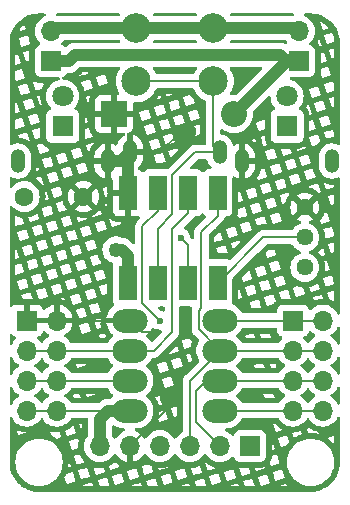
<source format=gbr>
%TF.GenerationSoftware,KiCad,Pcbnew,8.0.5*%
%TF.CreationDate,2025-02-27T19:04:08-06:00*%
%TF.ProjectId,PIC16F15313tht,50494331-3646-4313-9533-31337468742e,rev?*%
%TF.SameCoordinates,Original*%
%TF.FileFunction,Copper,L1,Top*%
%TF.FilePolarity,Positive*%
%FSLAX46Y46*%
G04 Gerber Fmt 4.6, Leading zero omitted, Abs format (unit mm)*
G04 Created by KiCad (PCBNEW 8.0.5) date 2025-02-27 19:04:08*
%MOMM*%
%LPD*%
G01*
G04 APERTURE LIST*
%TA.AperFunction,ComponentPad*%
%ADD10R,1.700000X1.700000*%
%TD*%
%TA.AperFunction,ComponentPad*%
%ADD11O,1.700000X1.700000*%
%TD*%
%TA.AperFunction,ComponentPad*%
%ADD12C,1.440000*%
%TD*%
%TA.AperFunction,SMDPad,CuDef*%
%ADD13C,2.500000*%
%TD*%
%TA.AperFunction,ComponentPad*%
%ADD14R,1.800000X1.800000*%
%TD*%
%TA.AperFunction,ComponentPad*%
%ADD15C,1.800000*%
%TD*%
%TA.AperFunction,ComponentPad*%
%ADD16O,1.250000X2.000000*%
%TD*%
%TA.AperFunction,SMDPad,CuDef*%
%ADD17R,2.200000X2.200000*%
%TD*%
%TA.AperFunction,SMDPad,CuDef*%
%ADD18O,2.200000X2.200000*%
%TD*%
%TA.AperFunction,SMDPad,CuDef*%
%ADD19R,1.500000X3.000000*%
%TD*%
%TA.AperFunction,ComponentPad*%
%ADD20C,1.600000*%
%TD*%
%TA.AperFunction,SMDPad,CuDef*%
%ADD21O,3.000000X2.000000*%
%TD*%
%TA.AperFunction,ViaPad*%
%ADD22C,0.600000*%
%TD*%
%TA.AperFunction,ViaPad*%
%ADD23C,1.250000*%
%TD*%
%TA.AperFunction,Conductor*%
%ADD24C,1.000000*%
%TD*%
%TA.AperFunction,Conductor*%
%ADD25C,0.200000*%
%TD*%
G04 APERTURE END LIST*
D10*
%TO.P,J7,1,Pin_1*%
%TO.N,VCC*%
X87460000Y-97000000D03*
D11*
%TO.P,J7,2,Pin_2*%
X90000000Y-97000000D03*
%TO.P,J7,3,Pin_3*%
%TO.N,/ra5*%
X87460000Y-99540000D03*
%TO.P,J7,4,Pin_4*%
X90000000Y-99540000D03*
%TO.P,J7,5,Pin_5*%
%TO.N,/ra4*%
X87460000Y-102080000D03*
%TO.P,J7,6,Pin_6*%
X90000000Y-102080000D03*
%TO.P,J7,7,Pin_7*%
%TO.N,/ra3*%
X87460000Y-104620000D03*
%TO.P,J7,8,Pin_8*%
X90000000Y-104620000D03*
%TD*%
D12*
%TO.P,RV1,1,1*%
%TO.N,VCC*%
X111000000Y-87420000D03*
%TO.P,RV1,2,2*%
%TO.N,/pot*%
X111000000Y-89960000D03*
%TO.P,RV1,3,3*%
%TO.N,GND*%
X111000000Y-92500000D03*
%TD*%
D10*
%TO.P,J6,1,Pin_1*%
%TO.N,GND*%
X110000000Y-97000000D03*
D11*
%TO.P,J6,2,Pin_2*%
X112540000Y-97000000D03*
%TO.P,J6,3,Pin_3*%
%TO.N,/pgd*%
X110000000Y-99540000D03*
%TO.P,J6,4,Pin_4*%
X112540000Y-99540000D03*
%TO.P,J6,5,Pin_5*%
%TO.N,/pgc*%
X110000000Y-102080000D03*
%TO.P,J6,6,Pin_6*%
X112540000Y-102080000D03*
%TO.P,J6,7,Pin_7*%
%TO.N,/ra2*%
X110000000Y-104620000D03*
%TO.P,J6,8,Pin_8*%
X112540000Y-104620000D03*
%TD*%
D10*
%TO.P,J2,1,Pin_1*%
%TO.N,Net-(D1-A)*%
X110500000Y-75040000D03*
D11*
%TO.P,J2,2,Pin_2*%
%TO.N,GND*%
X110500000Y-72500000D03*
%TD*%
D10*
%TO.P,J5,1,Pin_1*%
%TO.N,/aux*%
X106350000Y-107625000D03*
D11*
%TO.P,J5,2,Pin_2*%
%TO.N,/pgc*%
X103810000Y-107625000D03*
%TO.P,J5,3,Pin_3*%
%TO.N,/pgd*%
X101270000Y-107625000D03*
%TO.P,J5,4,Pin_4*%
%TO.N,GND*%
X98730000Y-107625000D03*
%TO.P,J5,5,Pin_5*%
%TO.N,VCC*%
X96190000Y-107625000D03*
%TO.P,J5,6,Pin_6*%
%TO.N,/ra3*%
X93650000Y-107625000D03*
%TD*%
D13*
%TO.P,SW1,1,1*%
%TO.N,GND*%
X96750000Y-72250000D03*
X103250000Y-72250000D03*
%TO.P,SW1,2,2*%
%TO.N,/reset*%
X96750000Y-76750000D03*
X103250000Y-76750000D03*
%TD*%
D14*
%TO.P,D2,1,K*%
%TO.N,GND*%
X109500000Y-80540000D03*
D15*
%TO.P,D2,2,A*%
%TO.N,Net-(D2-A)*%
X109500000Y-78000000D03*
%TD*%
D14*
%TO.P,D3,1,K*%
%TO.N,/led_op*%
X90500000Y-80540000D03*
D15*
%TO.P,D3,2,A*%
%TO.N,Net-(D3-A)*%
X90500000Y-78000000D03*
%TD*%
D16*
%TO.P,R2,1*%
%TO.N,VCC*%
X96190000Y-82750000D03*
%TO.P,R2,2*%
%TO.N,/reset*%
X103810000Y-82750000D03*
%TD*%
%TO.P,R3,1*%
%TO.N,VCC*%
X94310000Y-83500000D03*
%TO.P,R3,2*%
%TO.N,Net-(D3-A)*%
X86690000Y-83500000D03*
%TD*%
D17*
%TO.P,D1,1,K*%
%TO.N,VCC*%
X94840000Y-79500000D03*
D18*
%TO.P,D1,2,A*%
%TO.N,Net-(D1-A)*%
X105000000Y-79500000D03*
%TD*%
D19*
%TO.P,SW2,1*%
%TO.N,/bat_vcc*%
X96000000Y-93810000D03*
%TO.P,SW2,2*%
%TO.N,/reset*%
X98540000Y-93810000D03*
%TO.P,SW2,3*%
%TO.N,/led_op*%
X101080000Y-93810000D03*
%TO.P,SW2,4*%
%TO.N,/pot*%
X103620000Y-93810000D03*
%TO.P,SW2,5*%
%TO.N,/pgd*%
X103620000Y-86190000D03*
%TO.P,SW2,6*%
%TO.N,/ra5*%
X101080000Y-86190000D03*
%TO.P,SW2,7*%
%TO.N,/ra3*%
X98540000Y-86190000D03*
%TO.P,SW2,8*%
%TO.N,VCC*%
X96000000Y-86190000D03*
%TD*%
D20*
%TO.P,C1,1*%
%TO.N,VCC*%
X92250000Y-86500000D03*
%TO.P,C1,2*%
%TO.N,GND*%
X87250000Y-86500000D03*
%TD*%
D10*
%TO.P,J1,1,Pin_1*%
%TO.N,Net-(D1-A)*%
X89500000Y-75040000D03*
D11*
%TO.P,J1,2,Pin_2*%
%TO.N,GND*%
X89500000Y-72500000D03*
%TD*%
D16*
%TO.P,R1,1*%
%TO.N,VCC*%
X105690000Y-83500000D03*
%TO.P,R1,2*%
%TO.N,Net-(D2-A)*%
X113310000Y-83500000D03*
%TD*%
D21*
%TO.P,U1,1,VDD*%
%TO.N,VCC*%
X96190000Y-97000000D03*
%TO.P,U1,2,RA5*%
%TO.N,/ra5*%
X96190000Y-99540000D03*
%TO.P,U1,3,RA4*%
%TO.N,/ra4*%
X96190000Y-102080000D03*
%TO.P,U1,4,VPP/MCLR/RA3*%
%TO.N,/ra3*%
X96190000Y-104620000D03*
%TO.P,U1,5,RA2*%
%TO.N,/ra2*%
X103810000Y-104620000D03*
%TO.P,U1,6,RA1/ICSPCLK*%
%TO.N,/pgc*%
X103810000Y-102080000D03*
%TO.P,U1,7,RA0/ICSPDAT*%
%TO.N,/pgd*%
X103810000Y-99540000D03*
%TO.P,U1,8,VSS*%
%TO.N,GND*%
X103810000Y-97000000D03*
%TD*%
D22*
%TO.N,VCC*%
X105500000Y-81500000D03*
X99500000Y-103500000D03*
X98500000Y-98000000D03*
X101000000Y-81000000D03*
%TO.N,/led_op*%
X100500000Y-90000000D03*
%TO.N,/ra3*%
X98750000Y-97000000D03*
X96190000Y-104620000D03*
D23*
%TO.N,/bat_vcc*%
X95000000Y-91000000D03*
%TD*%
D24*
%TO.N,/ra3*%
X94380000Y-104620000D02*
X96190000Y-104620000D01*
X93650000Y-107625000D02*
X93650000Y-105350000D01*
X93650000Y-105350000D02*
X94380000Y-104620000D01*
%TO.N,GND*%
X96750000Y-72250000D02*
X89750000Y-72250000D01*
D25*
X103810000Y-97000000D02*
X112540000Y-97000000D01*
D24*
X89750000Y-72250000D02*
X89500000Y-72500000D01*
X110250000Y-72250000D02*
X110500000Y-72500000D01*
X96750000Y-72250000D02*
X103250000Y-72250000D01*
X103250000Y-72250000D02*
X110250000Y-72250000D01*
D25*
%TO.N,VCC*%
X105690000Y-83500000D02*
X105690000Y-81690000D01*
X97190000Y-98000000D02*
X96190000Y-97000000D01*
D24*
X94310000Y-83500000D02*
X95440000Y-83500000D01*
D25*
X100500000Y-81000000D02*
X98750000Y-82750000D01*
X96190000Y-97000000D02*
X87460000Y-97000000D01*
X98500000Y-98000000D02*
X97190000Y-98000000D01*
X99500000Y-104315000D02*
X96190000Y-107625000D01*
D24*
X96000000Y-82940000D02*
X96190000Y-82750000D01*
D25*
X101000000Y-81000000D02*
X100500000Y-81000000D01*
X98750000Y-82750000D02*
X96190000Y-82750000D01*
X105690000Y-81690000D02*
X105500000Y-81500000D01*
D24*
X96000000Y-86190000D02*
X96000000Y-82940000D01*
X95440000Y-83500000D02*
X96190000Y-82750000D01*
D25*
X99500000Y-103500000D02*
X99500000Y-104315000D01*
D24*
%TO.N,Net-(D1-A)*%
X109460000Y-75040000D02*
X108920000Y-74500000D01*
X105000000Y-79500000D02*
X109460000Y-75040000D01*
X91000000Y-75040000D02*
X89500000Y-75040000D01*
X91540000Y-74500000D02*
X91000000Y-75040000D01*
X108920000Y-74500000D02*
X91540000Y-74500000D01*
X109460000Y-75040000D02*
X110500000Y-75040000D01*
D25*
%TO.N,/led_op*%
X100500000Y-90000000D02*
X101080000Y-90580000D01*
X101080000Y-90580000D02*
X101080000Y-93810000D01*
%TO.N,/ra3*%
X98540000Y-87710000D02*
X98540000Y-86190000D01*
X97250000Y-89000000D02*
X98540000Y-87710000D01*
X97250000Y-95500000D02*
X97250000Y-89000000D01*
X96190000Y-104620000D02*
X87460000Y-104620000D01*
X98750000Y-97000000D02*
X97250000Y-95500000D01*
%TO.N,/pgd*%
X101270000Y-102080000D02*
X103810000Y-99540000D01*
X102010000Y-96170000D02*
X102010000Y-97740000D01*
X101270000Y-107625000D02*
X101270000Y-102080000D01*
X103810000Y-99540000D02*
X112540000Y-99540000D01*
X102250000Y-95930000D02*
X102010000Y-96170000D01*
X103620000Y-88130000D02*
X102250000Y-89500000D01*
X103620000Y-86190000D02*
X103620000Y-88130000D01*
X102010000Y-97740000D02*
X103810000Y-99540000D01*
X102250000Y-89500000D02*
X102250000Y-95930000D01*
%TO.N,/pgc*%
X103810000Y-107625000D02*
X101750000Y-105565000D01*
X101750000Y-103000000D02*
X102670000Y-102080000D01*
X101750000Y-105565000D02*
X101750000Y-103000000D01*
X103810000Y-102080000D02*
X112540000Y-102080000D01*
X102670000Y-102080000D02*
X103810000Y-102080000D01*
%TO.N,/ra2*%
X103810000Y-104620000D02*
X112540000Y-104620000D01*
%TO.N,/ra5*%
X101080000Y-86190000D02*
X101080000Y-87920000D01*
X99750000Y-98000000D02*
X98210000Y-99540000D01*
X96190000Y-99540000D02*
X87460000Y-99540000D01*
X99750000Y-89250000D02*
X99750000Y-98000000D01*
X101080000Y-87920000D02*
X99750000Y-89250000D01*
X98210000Y-99540000D02*
X96190000Y-99540000D01*
%TO.N,/ra4*%
X96190000Y-102080000D02*
X87460000Y-102080000D01*
D24*
%TO.N,/bat_vcc*%
X96000000Y-91500000D02*
X96000000Y-93810000D01*
X95000000Y-91000000D02*
X95500000Y-91000000D01*
X95500000Y-91000000D02*
X96000000Y-91500000D01*
D25*
%TO.N,/reset*%
X98540000Y-93810000D02*
X98540000Y-89210000D01*
X103810000Y-82750000D02*
X103810000Y-83500000D01*
X103250000Y-82190000D02*
X103810000Y-82750000D01*
X98540000Y-89210000D02*
X99750000Y-88000000D01*
X99750000Y-84670000D02*
X101670000Y-82750000D01*
X99750000Y-88000000D02*
X99750000Y-84670000D01*
X101670000Y-82750000D02*
X103810000Y-82750000D01*
X103250000Y-76750000D02*
X103250000Y-82190000D01*
X96750000Y-76750000D02*
X103250000Y-76750000D01*
%TO.N,/pot*%
X107470000Y-89960000D02*
X103620000Y-93810000D01*
X111000000Y-89960000D02*
X107470000Y-89960000D01*
%TD*%
%TA.AperFunction,Conductor*%
%TO.N,VCC*%
G36*
X113943365Y-105141195D02*
G01*
X113988699Y-105194360D01*
X113999500Y-105244975D01*
X113999500Y-108996249D01*
X113999274Y-109003736D01*
X113981728Y-109293794D01*
X113979923Y-109308659D01*
X113928219Y-109590798D01*
X113924635Y-109605336D01*
X113839306Y-109879167D01*
X113833997Y-109893168D01*
X113716275Y-110154736D01*
X113709316Y-110167995D01*
X113560928Y-110413459D01*
X113552422Y-110425782D01*
X113375526Y-110651573D01*
X113365596Y-110662781D01*
X113162781Y-110865596D01*
X113151573Y-110875526D01*
X112925782Y-111052422D01*
X112913459Y-111060928D01*
X112667995Y-111209316D01*
X112654736Y-111216275D01*
X112393168Y-111333997D01*
X112379167Y-111339306D01*
X112105336Y-111424635D01*
X112090798Y-111428219D01*
X111808659Y-111479923D01*
X111793794Y-111481728D01*
X111503736Y-111499274D01*
X111496249Y-111499500D01*
X88503751Y-111499500D01*
X88496264Y-111499274D01*
X88206205Y-111481728D01*
X88191340Y-111479923D01*
X87909201Y-111428219D01*
X87894663Y-111424635D01*
X87620832Y-111339306D01*
X87606831Y-111333997D01*
X87345263Y-111216275D01*
X87332004Y-111209316D01*
X87086540Y-111060928D01*
X87074217Y-111052422D01*
X86988409Y-110985196D01*
X86848426Y-110875526D01*
X86837218Y-110865596D01*
X86634403Y-110662781D01*
X86624473Y-110651573D01*
X86447573Y-110425776D01*
X86439075Y-110413465D01*
X86290680Y-110167989D01*
X86283727Y-110154743D01*
X86166000Y-109893163D01*
X86160693Y-109879167D01*
X86145700Y-109831054D01*
X86075363Y-109605335D01*
X86071780Y-109590798D01*
X86051043Y-109477639D01*
X86020075Y-109308657D01*
X86018271Y-109293794D01*
X86015222Y-109243395D01*
X86002114Y-109026675D01*
X86000726Y-109003736D01*
X86000613Y-108999998D01*
X86494390Y-108999998D01*
X86494390Y-109000001D01*
X86514804Y-109285433D01*
X86575628Y-109565037D01*
X86575630Y-109565043D01*
X86575631Y-109565046D01*
X86623827Y-109694263D01*
X86675635Y-109833166D01*
X86812770Y-110084309D01*
X86812775Y-110084317D01*
X86984254Y-110313387D01*
X86984270Y-110313405D01*
X87186594Y-110515729D01*
X87186612Y-110515745D01*
X87415682Y-110687224D01*
X87415690Y-110687229D01*
X87666833Y-110824364D01*
X87666832Y-110824364D01*
X87666836Y-110824365D01*
X87666839Y-110824367D01*
X87934954Y-110924369D01*
X87934960Y-110924370D01*
X87934962Y-110924371D01*
X88214566Y-110985195D01*
X88214568Y-110985195D01*
X88214572Y-110985196D01*
X88468220Y-111003337D01*
X88499999Y-111005610D01*
X88500000Y-111005610D01*
X88500001Y-111005610D01*
X88528595Y-111003564D01*
X88785428Y-110985196D01*
X88792940Y-110983562D01*
X89036233Y-110930637D01*
X92230691Y-110930637D01*
X92253716Y-111001500D01*
X93096991Y-111001500D01*
X92993440Y-110682806D01*
X92230691Y-110930637D01*
X89036233Y-110930637D01*
X89065037Y-110924371D01*
X89065037Y-110924370D01*
X89065046Y-110924369D01*
X89333161Y-110824367D01*
X89584315Y-110687226D01*
X89813395Y-110515739D01*
X90015739Y-110313395D01*
X90044699Y-110274709D01*
X90650667Y-110274709D01*
X90840428Y-110858733D01*
X91603175Y-110610902D01*
X91576536Y-110528914D01*
X93467066Y-110528914D01*
X93620618Y-111001500D01*
X94463891Y-111001500D01*
X94451006Y-110961844D01*
X96341535Y-110961844D01*
X96354420Y-111001500D01*
X97197693Y-111001500D01*
X97104282Y-110714013D01*
X96341535Y-110961844D01*
X94451006Y-110961844D01*
X94229813Y-110281083D01*
X93467066Y-110528914D01*
X91576536Y-110528914D01*
X91355344Y-109848154D01*
X90779554Y-110035239D01*
X90773676Y-110048113D01*
X90771767Y-110052105D01*
X90767769Y-110060093D01*
X90765714Y-110064021D01*
X90650667Y-110274709D01*
X90044699Y-110274709D01*
X90187226Y-110084315D01*
X90324367Y-109833161D01*
X90376173Y-109694263D01*
X91828970Y-109694263D01*
X92076801Y-110457011D01*
X92839549Y-110209180D01*
X92812910Y-110127192D01*
X94703439Y-110127192D01*
X94951270Y-110889940D01*
X95714018Y-110642109D01*
X95687379Y-110560122D01*
X97577908Y-110560122D01*
X97721320Y-111001500D01*
X98564594Y-111001500D01*
X98561849Y-110993051D01*
X100452377Y-110993051D01*
X100455122Y-111001500D01*
X101298396Y-111001500D01*
X101215125Y-110745220D01*
X100452377Y-110993051D01*
X98561849Y-110993051D01*
X98340656Y-110312291D01*
X97577908Y-110560122D01*
X95687379Y-110560122D01*
X95466187Y-109879361D01*
X94703439Y-110127192D01*
X92812910Y-110127192D01*
X92591718Y-109446432D01*
X91828970Y-109694263D01*
X90376173Y-109694263D01*
X90424369Y-109565046D01*
X90446660Y-109462575D01*
X90448625Y-109453542D01*
X90958271Y-109453542D01*
X91152029Y-109390586D01*
X93097200Y-109390586D01*
X93313175Y-110055288D01*
X94075922Y-109807457D01*
X94049283Y-109725470D01*
X95939813Y-109725470D01*
X96187644Y-110488218D01*
X96950391Y-110240387D01*
X96923752Y-110158400D01*
X98814282Y-110158400D01*
X99062113Y-110921147D01*
X99824860Y-110673316D01*
X99798221Y-110591329D01*
X101688751Y-110591329D01*
X101822023Y-111001500D01*
X102665296Y-111001500D01*
X104633265Y-111001500D01*
X105399098Y-111001500D01*
X105325967Y-110776427D01*
X104633265Y-111001500D01*
X102665296Y-111001500D01*
X102451498Y-110343498D01*
X101688751Y-110591329D01*
X99798221Y-110591329D01*
X99577029Y-109910569D01*
X98814282Y-110158400D01*
X96923752Y-110158400D01*
X96702560Y-109477639D01*
X95939813Y-109725470D01*
X94049283Y-109725470D01*
X93960582Y-109452476D01*
X93955824Y-109453209D01*
X93945010Y-109454632D01*
X93939640Y-109455220D01*
X93682577Y-109477711D01*
X93677179Y-109478065D01*
X93666279Y-109478541D01*
X93660869Y-109478659D01*
X93639131Y-109478659D01*
X93633721Y-109478541D01*
X93622821Y-109478065D01*
X93617423Y-109477711D01*
X93360360Y-109455220D01*
X93354990Y-109454632D01*
X93344176Y-109453209D01*
X93338820Y-109452385D01*
X93317413Y-109448610D01*
X93312116Y-109447556D01*
X93301463Y-109445195D01*
X93296201Y-109443908D01*
X93097200Y-109390586D01*
X91152029Y-109390586D01*
X91201453Y-109374527D01*
X91176870Y-109298868D01*
X94434299Y-109298868D01*
X94549548Y-109653566D01*
X95312295Y-109405735D01*
X95285656Y-109323748D01*
X97176186Y-109323748D01*
X97424017Y-110086496D01*
X98186765Y-109838665D01*
X98160126Y-109756677D01*
X100050655Y-109756677D01*
X100298486Y-110519425D01*
X101061234Y-110271594D01*
X101034595Y-110189607D01*
X102925124Y-110189607D01*
X103172955Y-110952354D01*
X103935703Y-110704523D01*
X103909064Y-110622536D01*
X105799593Y-110622536D01*
X105922726Y-111001500D01*
X106765999Y-111001500D01*
X108840152Y-111001500D01*
X109499801Y-111001500D01*
X109436810Y-110807634D01*
X108840152Y-111001500D01*
X106765999Y-111001500D01*
X106562341Y-110374705D01*
X105799593Y-110622536D01*
X103909064Y-110622536D01*
X103687872Y-109941776D01*
X102925124Y-110189607D01*
X101034595Y-110189607D01*
X100813403Y-109508846D01*
X100050655Y-109756677D01*
X98160126Y-109756677D01*
X98066432Y-109468317D01*
X98590060Y-109468317D01*
X98660391Y-109684774D01*
X99304041Y-109475640D01*
X101326241Y-109475640D01*
X101534860Y-110117703D01*
X102297607Y-109869872D01*
X102270968Y-109787885D01*
X104161498Y-109787885D01*
X104409329Y-110550632D01*
X105172076Y-110302801D01*
X105145437Y-110220814D01*
X107035967Y-110220814D01*
X107283798Y-110983562D01*
X108046545Y-110735730D01*
X107798714Y-109972983D01*
X107035967Y-110220814D01*
X105145437Y-110220814D01*
X104924245Y-109540054D01*
X104161498Y-109787885D01*
X102270968Y-109787885D01*
X102104475Y-109275471D01*
X101934280Y-109354836D01*
X101929330Y-109357014D01*
X101919256Y-109361187D01*
X101914217Y-109363147D01*
X101893790Y-109370583D01*
X101888663Y-109372324D01*
X101878251Y-109375607D01*
X101873055Y-109377121D01*
X101623799Y-109443908D01*
X101618537Y-109445195D01*
X101607884Y-109447556D01*
X101602587Y-109448610D01*
X101581180Y-109452385D01*
X101575824Y-109453209D01*
X101565010Y-109454632D01*
X101559640Y-109455220D01*
X101326241Y-109475640D01*
X99304041Y-109475640D01*
X99423138Y-109436943D01*
X99396173Y-109353953D01*
X99394281Y-109354836D01*
X99389330Y-109357014D01*
X99379256Y-109361187D01*
X99374217Y-109363147D01*
X99353790Y-109370583D01*
X99348663Y-109372324D01*
X99338251Y-109375607D01*
X99333055Y-109377121D01*
X99083799Y-109443908D01*
X99078537Y-109445195D01*
X99067884Y-109447556D01*
X99062587Y-109448610D01*
X99041180Y-109452385D01*
X99035824Y-109453209D01*
X99025010Y-109454632D01*
X99019640Y-109455220D01*
X98762577Y-109477711D01*
X98757179Y-109478065D01*
X98746279Y-109478541D01*
X98740869Y-109478659D01*
X98719131Y-109478659D01*
X98713721Y-109478541D01*
X98702821Y-109478065D01*
X98697423Y-109477711D01*
X98590060Y-109468317D01*
X98066432Y-109468317D01*
X98023103Y-109334963D01*
X97831857Y-109245783D01*
X97827014Y-109243395D01*
X97817340Y-109238360D01*
X97812589Y-109235754D01*
X97793763Y-109224885D01*
X97789139Y-109222079D01*
X97779934Y-109216215D01*
X97775433Y-109213208D01*
X97693329Y-109155717D01*
X97176186Y-109323748D01*
X95285656Y-109323748D01*
X95253240Y-109223980D01*
X95249395Y-109221647D01*
X95240189Y-109215783D01*
X95235683Y-109212772D01*
X95024378Y-109064812D01*
X95020020Y-109061618D01*
X95011367Y-109054979D01*
X95007146Y-109051590D01*
X94990494Y-109037618D01*
X94986423Y-109034048D01*
X94978377Y-109026675D01*
X94974470Y-109022935D01*
X94920354Y-108968819D01*
X94865858Y-109023317D01*
X94861947Y-109027060D01*
X94853907Y-109034427D01*
X94849846Y-109037989D01*
X94833194Y-109051963D01*
X94828970Y-109055353D01*
X94820310Y-109061998D01*
X94815948Y-109065197D01*
X94604567Y-109213208D01*
X94600066Y-109216215D01*
X94590861Y-109222079D01*
X94586237Y-109224885D01*
X94567411Y-109235754D01*
X94562660Y-109238360D01*
X94552986Y-109243395D01*
X94548142Y-109245783D01*
X94434299Y-109298868D01*
X91176870Y-109298868D01*
X90983747Y-108704496D01*
X91002975Y-108973342D01*
X91003212Y-108977756D01*
X91003531Y-108986676D01*
X91003610Y-108991108D01*
X91003610Y-109008892D01*
X91003531Y-109013324D01*
X91003212Y-109022244D01*
X91002975Y-109026658D01*
X90981293Y-109329819D01*
X90980899Y-109334225D01*
X90979946Y-109343091D01*
X90979395Y-109347480D01*
X90976865Y-109365083D01*
X90976157Y-109369453D01*
X90974571Y-109378246D01*
X90973706Y-109382593D01*
X90958271Y-109453542D01*
X90448625Y-109453542D01*
X90485195Y-109285433D01*
X90485195Y-109285432D01*
X90485196Y-109285428D01*
X90505610Y-109000000D01*
X90504124Y-108979229D01*
X90498346Y-108898433D01*
X90485196Y-108714572D01*
X90474084Y-108663493D01*
X90429359Y-108457890D01*
X91427248Y-108457890D01*
X91675079Y-109220637D01*
X92396922Y-108986096D01*
X92251683Y-108840857D01*
X92247940Y-108836947D01*
X92240573Y-108828907D01*
X92237011Y-108824846D01*
X92223037Y-108808194D01*
X92219647Y-108803970D01*
X92213002Y-108795310D01*
X92209803Y-108790948D01*
X92061792Y-108579567D01*
X92058785Y-108575066D01*
X92052921Y-108565861D01*
X92050115Y-108561237D01*
X92039246Y-108542411D01*
X92036640Y-108537660D01*
X92031605Y-108527986D01*
X92029217Y-108523143D01*
X91923586Y-108296620D01*
X91427248Y-108457890D01*
X90429359Y-108457890D01*
X90424371Y-108434962D01*
X90424370Y-108434960D01*
X90424369Y-108434954D01*
X90324367Y-108166839D01*
X90286249Y-108097032D01*
X90187229Y-107915690D01*
X90187224Y-107915682D01*
X90015745Y-107686612D01*
X90015729Y-107686594D01*
X89813405Y-107484270D01*
X89813387Y-107484254D01*
X89584317Y-107312775D01*
X89584309Y-107312770D01*
X89417190Y-107221516D01*
X91025526Y-107221516D01*
X91273357Y-107984263D01*
X91810598Y-107809703D01*
X91797289Y-107657576D01*
X91796935Y-107652179D01*
X91796459Y-107641279D01*
X91796341Y-107635869D01*
X91796341Y-107614131D01*
X91796459Y-107608721D01*
X91796935Y-107597821D01*
X91797289Y-107592423D01*
X91819780Y-107335360D01*
X91820368Y-107329990D01*
X91821791Y-107319176D01*
X91822615Y-107313820D01*
X91826390Y-107292413D01*
X91827444Y-107287116D01*
X91829805Y-107276463D01*
X91831092Y-107271201D01*
X91855429Y-107180369D01*
X91788274Y-106973685D01*
X91025526Y-107221516D01*
X89417190Y-107221516D01*
X89333166Y-107175635D01*
X89333167Y-107175635D01*
X89191414Y-107122764D01*
X89065046Y-107075631D01*
X89065043Y-107075630D01*
X89065037Y-107075628D01*
X88785433Y-107014804D01*
X88500001Y-106994390D01*
X88499999Y-106994390D01*
X88214566Y-107014804D01*
X87934962Y-107075628D01*
X87666833Y-107175635D01*
X87415690Y-107312770D01*
X87415682Y-107312775D01*
X87186612Y-107484254D01*
X87186594Y-107484270D01*
X86984270Y-107686594D01*
X86984254Y-107686612D01*
X86812775Y-107915682D01*
X86812770Y-107915690D01*
X86675635Y-108166833D01*
X86575628Y-108434962D01*
X86514804Y-108714566D01*
X86494390Y-108999998D01*
X86000613Y-108999998D01*
X86000500Y-108996249D01*
X86000500Y-106265133D01*
X86614075Y-106265133D01*
X86760792Y-106716683D01*
X87518698Y-106470425D01*
X87492577Y-106472711D01*
X87487179Y-106473065D01*
X87476279Y-106473541D01*
X87470869Y-106473659D01*
X87449131Y-106473659D01*
X87443721Y-106473541D01*
X87432821Y-106473065D01*
X87427423Y-106472711D01*
X87170360Y-106450220D01*
X87164990Y-106449632D01*
X87154176Y-106448209D01*
X87148820Y-106447385D01*
X87127413Y-106443610D01*
X87122116Y-106442556D01*
X87111463Y-106440195D01*
X87106201Y-106438908D01*
X86911971Y-106386865D01*
X89387430Y-106386865D01*
X89490027Y-106702628D01*
X89515523Y-106712138D01*
X89519640Y-106713758D01*
X89527880Y-106717171D01*
X89531936Y-106718937D01*
X89548113Y-106726324D01*
X89552105Y-106728233D01*
X89560093Y-106732231D01*
X89564021Y-106734286D01*
X89830788Y-106879953D01*
X89834635Y-106882144D01*
X89842317Y-106886702D01*
X89846090Y-106889032D01*
X89861049Y-106898647D01*
X89864720Y-106901100D01*
X89872047Y-106906187D01*
X89875639Y-106908778D01*
X90027226Y-107022255D01*
X90398009Y-106901781D01*
X90252348Y-106453482D01*
X90032577Y-106472711D01*
X90027179Y-106473065D01*
X90016279Y-106473541D01*
X90010869Y-106473659D01*
X89989131Y-106473659D01*
X89983721Y-106473541D01*
X89972821Y-106473065D01*
X89967423Y-106472711D01*
X89710360Y-106450220D01*
X89704990Y-106449632D01*
X89694176Y-106448209D01*
X89688820Y-106447385D01*
X89667413Y-106443610D01*
X89662116Y-106442556D01*
X89651463Y-106440195D01*
X89646201Y-106438908D01*
X89416600Y-106377387D01*
X89387430Y-106386865D01*
X86911971Y-106386865D01*
X86856945Y-106372121D01*
X86851749Y-106370607D01*
X86841337Y-106367324D01*
X86836210Y-106365583D01*
X86815783Y-106358147D01*
X86810744Y-106356187D01*
X86800670Y-106352014D01*
X86795720Y-106349836D01*
X86727965Y-106318241D01*
X90732033Y-106318241D01*
X90871635Y-106747890D01*
X91634382Y-106500059D01*
X91413262Y-105819520D01*
X91412989Y-105819846D01*
X91409427Y-105823907D01*
X91402060Y-105831947D01*
X91398317Y-105835857D01*
X91215857Y-106018317D01*
X91211947Y-106022060D01*
X91203907Y-106029427D01*
X91199846Y-106032989D01*
X91183194Y-106046963D01*
X91178970Y-106050353D01*
X91170310Y-106056998D01*
X91165948Y-106060197D01*
X90954567Y-106208208D01*
X90950066Y-106211215D01*
X90940861Y-106217079D01*
X90936237Y-106219885D01*
X90917411Y-106230754D01*
X90912660Y-106233360D01*
X90902986Y-106238395D01*
X90898143Y-106240783D01*
X90732033Y-106318241D01*
X86727965Y-106318241D01*
X86614075Y-106265133D01*
X86000500Y-106265133D01*
X86000500Y-105244975D01*
X86020185Y-105177936D01*
X86072989Y-105132181D01*
X86142147Y-105122237D01*
X86205703Y-105151262D01*
X86236882Y-105192571D01*
X86285963Y-105297826D01*
X86285967Y-105297834D01*
X86394281Y-105452521D01*
X86421505Y-105491401D01*
X86588599Y-105658495D01*
X86674295Y-105718500D01*
X86782165Y-105794032D01*
X86782167Y-105794033D01*
X86782170Y-105794035D01*
X86996337Y-105893903D01*
X87224592Y-105955063D01*
X87412918Y-105971539D01*
X87459999Y-105975659D01*
X87460000Y-105975659D01*
X87460001Y-105975659D01*
X87499234Y-105972226D01*
X87695408Y-105955063D01*
X87923663Y-105893903D01*
X88137830Y-105794035D01*
X88331401Y-105658495D01*
X88498495Y-105491401D01*
X88628425Y-105305842D01*
X88683002Y-105262217D01*
X88752500Y-105255023D01*
X88814855Y-105286546D01*
X88831575Y-105305842D01*
X88961500Y-105491395D01*
X88961505Y-105491401D01*
X89128599Y-105658495D01*
X89214295Y-105718500D01*
X89322165Y-105794032D01*
X89322167Y-105794033D01*
X89322170Y-105794035D01*
X89536337Y-105893903D01*
X89764592Y-105955063D01*
X89952918Y-105971539D01*
X89999999Y-105975659D01*
X90000000Y-105975659D01*
X90000001Y-105975659D01*
X90039234Y-105972226D01*
X90235408Y-105955063D01*
X90463663Y-105893903D01*
X90677830Y-105794035D01*
X90785705Y-105718500D01*
X91904067Y-105718500D01*
X92108008Y-106346168D01*
X92151500Y-106332037D01*
X92151500Y-105718500D01*
X91904067Y-105718500D01*
X90785705Y-105718500D01*
X90871401Y-105658495D01*
X91038495Y-105491401D01*
X91174035Y-105297830D01*
X91176707Y-105292097D01*
X91222878Y-105239658D01*
X91289091Y-105220500D01*
X92525500Y-105220500D01*
X92592539Y-105240185D01*
X92638294Y-105292989D01*
X92649500Y-105344500D01*
X92649500Y-106664241D01*
X92629815Y-106731280D01*
X92613181Y-106751922D01*
X92611505Y-106753597D01*
X92475965Y-106947169D01*
X92475964Y-106947171D01*
X92376098Y-107161335D01*
X92376094Y-107161344D01*
X92314938Y-107389586D01*
X92314936Y-107389596D01*
X92294341Y-107624999D01*
X92294341Y-107625000D01*
X92314936Y-107860403D01*
X92314938Y-107860413D01*
X92376094Y-108088655D01*
X92376096Y-108088659D01*
X92376097Y-108088663D01*
X92455801Y-108259588D01*
X92475965Y-108302830D01*
X92475967Y-108302834D01*
X92568479Y-108434954D01*
X92611505Y-108496401D01*
X92778599Y-108663495D01*
X92858765Y-108719628D01*
X92972165Y-108799032D01*
X92972167Y-108799033D01*
X92972170Y-108799035D01*
X93186337Y-108898903D01*
X93414592Y-108960063D01*
X93591034Y-108975500D01*
X93649999Y-108980659D01*
X93650000Y-108980659D01*
X93650001Y-108980659D01*
X93708966Y-108975500D01*
X93885408Y-108960063D01*
X94113663Y-108898903D01*
X94327830Y-108799035D01*
X94521401Y-108663495D01*
X94688495Y-108496401D01*
X94818730Y-108310405D01*
X94873307Y-108266781D01*
X94942805Y-108259587D01*
X95005160Y-108291110D01*
X95021879Y-108310405D01*
X95151890Y-108496078D01*
X95318917Y-108663105D01*
X95512421Y-108798600D01*
X95726507Y-108898429D01*
X95726516Y-108898433D01*
X95940000Y-108955634D01*
X95940000Y-108058012D01*
X95997007Y-108090925D01*
X96124174Y-108125000D01*
X96255826Y-108125000D01*
X96382993Y-108090925D01*
X96440000Y-108058012D01*
X96440000Y-108955633D01*
X96653483Y-108898433D01*
X96653492Y-108898429D01*
X96867578Y-108798600D01*
X97061082Y-108663105D01*
X97228105Y-108496082D01*
X97358119Y-108310405D01*
X97412696Y-108266781D01*
X97482195Y-108259588D01*
X97544549Y-108291110D01*
X97561269Y-108310405D01*
X97691505Y-108496401D01*
X97858599Y-108663495D01*
X97938765Y-108719628D01*
X98052165Y-108799032D01*
X98052167Y-108799033D01*
X98052170Y-108799035D01*
X98266337Y-108898903D01*
X98494592Y-108960063D01*
X98671034Y-108975500D01*
X98729999Y-108980659D01*
X98730000Y-108980659D01*
X98730001Y-108980659D01*
X98788966Y-108975500D01*
X98965408Y-108960063D01*
X99193663Y-108898903D01*
X99407830Y-108799035D01*
X99601401Y-108663495D01*
X99768495Y-108496401D01*
X99898425Y-108310842D01*
X99953002Y-108267217D01*
X100022500Y-108260023D01*
X100084855Y-108291546D01*
X100101575Y-108310842D01*
X100231500Y-108496395D01*
X100231505Y-108496401D01*
X100398599Y-108663495D01*
X100478765Y-108719628D01*
X100592165Y-108799032D01*
X100592167Y-108799033D01*
X100592170Y-108799035D01*
X100806337Y-108898903D01*
X101034592Y-108960063D01*
X101211034Y-108975500D01*
X101269999Y-108980659D01*
X101270000Y-108980659D01*
X101270001Y-108980659D01*
X101302758Y-108977793D01*
X102531381Y-108977793D01*
X102771233Y-109715981D01*
X103519623Y-109472815D01*
X105426025Y-109472815D01*
X105645702Y-110148910D01*
X106408450Y-109901079D01*
X106381811Y-109819092D01*
X108272340Y-109819092D01*
X108520171Y-110581839D01*
X109282919Y-110334008D01*
X109035088Y-109571261D01*
X108272340Y-109819092D01*
X106381811Y-109819092D01*
X106269520Y-109473499D01*
X106793149Y-109473499D01*
X106882076Y-109747188D01*
X107644823Y-109499357D01*
X107608721Y-109388247D01*
X107466927Y-109441134D01*
X107459587Y-109443613D01*
X107444636Y-109448148D01*
X107437160Y-109450163D01*
X107406856Y-109457324D01*
X107399265Y-109458870D01*
X107383863Y-109461507D01*
X107376190Y-109462575D01*
X107294466Y-109471360D01*
X107291151Y-109471671D01*
X107284472Y-109472208D01*
X107281165Y-109472430D01*
X107267851Y-109473143D01*
X107264540Y-109473276D01*
X107257856Y-109473455D01*
X107254536Y-109473499D01*
X106793149Y-109473499D01*
X106269520Y-109473499D01*
X105445455Y-109473500D01*
X105442125Y-109473455D01*
X105435424Y-109473275D01*
X105432115Y-109473142D01*
X105426025Y-109472815D01*
X103519623Y-109472815D01*
X103533980Y-109468150D01*
X103530055Y-109456068D01*
X103520361Y-109455220D01*
X103514990Y-109454632D01*
X103504176Y-109453209D01*
X103498820Y-109452385D01*
X103477413Y-109448610D01*
X103472116Y-109447556D01*
X103461463Y-109445195D01*
X103456201Y-109443908D01*
X103206945Y-109377121D01*
X103201749Y-109375607D01*
X103191337Y-109372324D01*
X103186210Y-109370583D01*
X103165783Y-109363147D01*
X103160744Y-109361187D01*
X103150670Y-109357014D01*
X103145720Y-109354836D01*
X102911857Y-109245783D01*
X102907014Y-109243395D01*
X102897340Y-109238360D01*
X102892589Y-109235754D01*
X102873763Y-109224885D01*
X102869139Y-109222079D01*
X102859934Y-109216215D01*
X102855433Y-109213208D01*
X102644052Y-109065197D01*
X102639690Y-109061998D01*
X102631030Y-109055353D01*
X102626806Y-109051963D01*
X102618245Y-109044779D01*
X108020750Y-109044779D01*
X108118449Y-109345466D01*
X108881197Y-109097635D01*
X108849473Y-108999998D01*
X109494390Y-108999998D01*
X109494390Y-109000001D01*
X109514804Y-109285433D01*
X109575628Y-109565037D01*
X109575630Y-109565043D01*
X109575631Y-109565046D01*
X109623827Y-109694263D01*
X109675635Y-109833166D01*
X109812770Y-110084309D01*
X109812775Y-110084317D01*
X109984254Y-110313387D01*
X109984270Y-110313405D01*
X110186594Y-110515729D01*
X110186612Y-110515745D01*
X110415682Y-110687224D01*
X110415690Y-110687229D01*
X110666833Y-110824364D01*
X110666832Y-110824364D01*
X110666836Y-110824365D01*
X110666839Y-110824367D01*
X110934954Y-110924369D01*
X110934960Y-110924370D01*
X110934962Y-110924371D01*
X111214566Y-110985195D01*
X111214568Y-110985195D01*
X111214572Y-110985196D01*
X111468220Y-111003337D01*
X111499999Y-111005610D01*
X111500000Y-111005610D01*
X111500001Y-111005610D01*
X111528595Y-111003564D01*
X111785428Y-110985196D01*
X111792940Y-110983562D01*
X112065037Y-110924371D01*
X112065037Y-110924370D01*
X112065046Y-110924369D01*
X112333161Y-110824367D01*
X112584315Y-110687226D01*
X112813395Y-110515739D01*
X113015739Y-110313395D01*
X113187226Y-110084315D01*
X113324367Y-109833161D01*
X113424369Y-109565046D01*
X113446660Y-109462575D01*
X113485195Y-109285433D01*
X113485195Y-109285432D01*
X113485196Y-109285428D01*
X113505610Y-109000000D01*
X113504124Y-108979229D01*
X113498346Y-108898433D01*
X113485196Y-108714572D01*
X113474084Y-108663493D01*
X113424371Y-108434962D01*
X113424370Y-108434960D01*
X113424369Y-108434954D01*
X113324367Y-108166839D01*
X113286249Y-108097032D01*
X113187229Y-107915690D01*
X113187224Y-107915682D01*
X113015745Y-107686612D01*
X113015729Y-107686594D01*
X112813405Y-107484270D01*
X112813387Y-107484254D01*
X112584317Y-107312775D01*
X112584309Y-107312770D01*
X112333166Y-107175635D01*
X112333167Y-107175635D01*
X112191414Y-107122764D01*
X112065046Y-107075631D01*
X112065043Y-107075630D01*
X112065037Y-107075628D01*
X111785433Y-107014804D01*
X111500001Y-106994390D01*
X111499999Y-106994390D01*
X111214566Y-107014804D01*
X110934962Y-107075628D01*
X110666833Y-107175635D01*
X110415690Y-107312770D01*
X110415682Y-107312775D01*
X110186612Y-107484254D01*
X110186594Y-107484270D01*
X109984270Y-107686594D01*
X109984254Y-107686612D01*
X109812775Y-107915682D01*
X109812770Y-107915690D01*
X109675635Y-108166833D01*
X109575628Y-108434962D01*
X109514804Y-108714566D01*
X109494390Y-108999998D01*
X108849473Y-108999998D01*
X108633365Y-108334887D01*
X108198499Y-108476183D01*
X108198500Y-108529544D01*
X108198455Y-108532875D01*
X108198275Y-108539576D01*
X108198142Y-108542885D01*
X108197428Y-108556202D01*
X108197205Y-108559521D01*
X108196668Y-108566186D01*
X108196359Y-108569483D01*
X108187574Y-108651195D01*
X108186506Y-108658866D01*
X108183870Y-108674262D01*
X108182325Y-108681851D01*
X108175165Y-108712152D01*
X108173150Y-108719628D01*
X108168614Y-108734583D01*
X108166134Y-108741925D01*
X108104178Y-108908039D01*
X108100790Y-108916218D01*
X108093371Y-108932463D01*
X108089408Y-108940379D01*
X108072348Y-108971621D01*
X108067835Y-108979229D01*
X108058181Y-108994252D01*
X108053129Y-109001528D01*
X108020750Y-109044779D01*
X102618245Y-109044779D01*
X102610154Y-109037989D01*
X102606093Y-109034427D01*
X102598053Y-109027060D01*
X102594143Y-109023317D01*
X102540000Y-108969174D01*
X102531381Y-108977793D01*
X101302758Y-108977793D01*
X101328966Y-108975500D01*
X101505408Y-108960063D01*
X101733663Y-108898903D01*
X101947830Y-108799035D01*
X102141401Y-108663495D01*
X102308495Y-108496401D01*
X102438425Y-108310842D01*
X102493002Y-108267217D01*
X102562500Y-108260023D01*
X102624855Y-108291546D01*
X102641575Y-108310842D01*
X102771500Y-108496395D01*
X102771505Y-108496401D01*
X102938599Y-108663495D01*
X103018765Y-108719628D01*
X103132165Y-108799032D01*
X103132167Y-108799033D01*
X103132170Y-108799035D01*
X103346337Y-108898903D01*
X103574592Y-108960063D01*
X103751034Y-108975500D01*
X103809999Y-108980659D01*
X103810000Y-108980659D01*
X103810001Y-108980659D01*
X103868966Y-108975500D01*
X104045408Y-108960063D01*
X104273663Y-108898903D01*
X104487830Y-108799035D01*
X104681401Y-108663495D01*
X104803329Y-108541566D01*
X104864648Y-108508084D01*
X104934340Y-108513068D01*
X104990274Y-108554939D01*
X105007189Y-108585917D01*
X105056202Y-108717328D01*
X105056206Y-108717335D01*
X105142452Y-108832544D01*
X105142455Y-108832547D01*
X105257664Y-108918793D01*
X105257671Y-108918797D01*
X105392517Y-108969091D01*
X105392516Y-108969091D01*
X105399444Y-108969835D01*
X105452127Y-108975500D01*
X107247872Y-108975499D01*
X107307483Y-108969091D01*
X107442331Y-108918796D01*
X107557546Y-108832546D01*
X107643796Y-108717331D01*
X107694091Y-108582483D01*
X107700500Y-108522873D01*
X107700499Y-107109283D01*
X108198499Y-107109283D01*
X108198499Y-107952554D01*
X108479474Y-107861260D01*
X108231643Y-107098513D01*
X108198499Y-107109283D01*
X107700499Y-107109283D01*
X107700499Y-106944623D01*
X108705270Y-106944623D01*
X108953101Y-107707370D01*
X109473122Y-107538405D01*
X109590919Y-107381048D01*
X109593627Y-107377562D01*
X109599225Y-107370614D01*
X109602068Y-107367212D01*
X109613713Y-107353772D01*
X109616679Y-107350470D01*
X109622764Y-107343935D01*
X109625832Y-107340755D01*
X109664642Y-107301943D01*
X109468017Y-106696792D01*
X108705270Y-106944623D01*
X107700499Y-106944623D01*
X107700499Y-106727128D01*
X107694091Y-106667517D01*
X107692869Y-106664241D01*
X107647613Y-106542901D01*
X109941643Y-106542901D01*
X110073013Y-106947216D01*
X110079917Y-106942048D01*
X112920083Y-106942048D01*
X113118951Y-107090919D01*
X113122438Y-107093627D01*
X113129386Y-107099225D01*
X113132788Y-107102068D01*
X113146228Y-107113713D01*
X113149530Y-107116679D01*
X113156065Y-107122764D01*
X113159245Y-107125833D01*
X113374167Y-107340755D01*
X113377236Y-107343935D01*
X113383321Y-107350470D01*
X113386287Y-107353772D01*
X113397932Y-107367212D01*
X113400775Y-107370614D01*
X113406373Y-107377562D01*
X113409081Y-107381049D01*
X113501500Y-107504506D01*
X113501500Y-106753134D01*
X112920083Y-106942048D01*
X110079917Y-106942048D01*
X110124361Y-106908778D01*
X110127953Y-106906187D01*
X110135280Y-106901100D01*
X110138951Y-106898647D01*
X110153910Y-106889032D01*
X110157683Y-106886702D01*
X110165365Y-106882144D01*
X110169212Y-106879953D01*
X110435979Y-106734286D01*
X110439907Y-106732231D01*
X110447895Y-106728233D01*
X110451887Y-106726324D01*
X110468064Y-106718937D01*
X110472120Y-106717171D01*
X110480360Y-106713758D01*
X110484478Y-106712138D01*
X110769248Y-106605925D01*
X110773415Y-106604455D01*
X110781874Y-106601639D01*
X110786091Y-106600318D01*
X110802047Y-106595630D01*
X110714565Y-106326387D01*
X110664281Y-106349836D01*
X110659330Y-106352014D01*
X110649256Y-106356187D01*
X110644217Y-106358147D01*
X110623790Y-106365583D01*
X110618663Y-106367324D01*
X110608251Y-106370607D01*
X110603055Y-106372121D01*
X110353799Y-106438908D01*
X110348537Y-106440195D01*
X110337884Y-106442556D01*
X110332587Y-106443610D01*
X110311180Y-106447385D01*
X110305824Y-106448209D01*
X110295010Y-106449632D01*
X110289639Y-106450220D01*
X110203763Y-106457732D01*
X109941643Y-106542901D01*
X107647613Y-106542901D01*
X107643797Y-106532671D01*
X107643793Y-106532664D01*
X107557547Y-106417455D01*
X107557544Y-106417452D01*
X107442335Y-106331206D01*
X107442328Y-106331202D01*
X107307482Y-106280908D01*
X107307483Y-106280908D01*
X107247883Y-106274501D01*
X107247881Y-106274500D01*
X107247873Y-106274500D01*
X107247864Y-106274500D01*
X105452129Y-106274500D01*
X105452123Y-106274501D01*
X105392516Y-106280908D01*
X105257671Y-106331202D01*
X105257664Y-106331206D01*
X105142455Y-106417452D01*
X105142452Y-106417455D01*
X105056206Y-106532664D01*
X105056203Y-106532669D01*
X105007189Y-106664083D01*
X104965317Y-106720016D01*
X104899853Y-106744433D01*
X104831580Y-106729581D01*
X104803326Y-106708430D01*
X104681402Y-106586506D01*
X104681395Y-106586501D01*
X104487834Y-106450967D01*
X104487830Y-106450965D01*
X104286069Y-106356882D01*
X104233630Y-106310710D01*
X104214478Y-106243516D01*
X104234694Y-106176635D01*
X104287859Y-106131300D01*
X104338474Y-106120500D01*
X104428097Y-106120500D01*
X104661368Y-106083553D01*
X104696912Y-106072004D01*
X104885992Y-106010568D01*
X105096433Y-105903343D01*
X105287510Y-105764517D01*
X105333527Y-105718500D01*
X108306878Y-105718500D01*
X108551378Y-106470997D01*
X109166760Y-106271048D01*
X109101857Y-106240783D01*
X109097014Y-106238395D01*
X109087340Y-106233360D01*
X109082589Y-106230754D01*
X109063763Y-106219885D01*
X109059139Y-106217079D01*
X109049934Y-106211215D01*
X109045433Y-106208208D01*
X108949706Y-106141179D01*
X111178016Y-106141179D01*
X111297718Y-106509584D01*
X111473343Y-106497025D01*
X111477756Y-106496788D01*
X111486676Y-106496469D01*
X111491108Y-106496390D01*
X111508892Y-106496390D01*
X111513324Y-106496469D01*
X111522244Y-106496788D01*
X111526658Y-106497025D01*
X111829819Y-106518707D01*
X111834225Y-106519101D01*
X111843091Y-106520054D01*
X111847480Y-106520605D01*
X111865083Y-106523135D01*
X111869453Y-106523843D01*
X111878246Y-106525429D01*
X111882593Y-106526294D01*
X112166487Y-106588051D01*
X112111526Y-106418898D01*
X111936945Y-106372121D01*
X111931749Y-106370607D01*
X111921337Y-106367324D01*
X111916210Y-106365583D01*
X111895783Y-106358147D01*
X111890744Y-106356187D01*
X111880670Y-106352014D01*
X111875720Y-106349836D01*
X111641857Y-106240783D01*
X111637014Y-106238395D01*
X111627340Y-106233360D01*
X111622589Y-106230754D01*
X111603763Y-106219885D01*
X111599139Y-106217079D01*
X111589934Y-106211215D01*
X111585433Y-106208208D01*
X111390915Y-106072004D01*
X111178016Y-106141179D01*
X108949706Y-106141179D01*
X108834052Y-106060197D01*
X108829690Y-106056998D01*
X108821030Y-106050353D01*
X108816806Y-106046963D01*
X108800154Y-106032989D01*
X108796093Y-106029427D01*
X108788053Y-106022060D01*
X108784143Y-106018317D01*
X108601683Y-105835857D01*
X108597940Y-105831947D01*
X108590573Y-105823907D01*
X108587011Y-105819846D01*
X108573037Y-105803194D01*
X108569647Y-105798970D01*
X108563002Y-105790310D01*
X108559803Y-105785948D01*
X108512575Y-105718500D01*
X108306878Y-105718500D01*
X105333527Y-105718500D01*
X105454517Y-105597510D01*
X105593343Y-105406433D01*
X105653583Y-105288204D01*
X105701558Y-105237409D01*
X105764068Y-105220500D01*
X108710909Y-105220500D01*
X108777948Y-105240185D01*
X108823292Y-105292097D01*
X108825965Y-105297830D01*
X108961505Y-105491401D01*
X109128599Y-105658495D01*
X109214295Y-105718500D01*
X109322165Y-105794032D01*
X109322167Y-105794033D01*
X109322170Y-105794035D01*
X109536337Y-105893903D01*
X109764592Y-105955063D01*
X109952918Y-105971539D01*
X109999999Y-105975659D01*
X110000000Y-105975659D01*
X110000001Y-105975659D01*
X110039234Y-105972226D01*
X110235408Y-105955063D01*
X110463663Y-105893903D01*
X110677830Y-105794035D01*
X110871401Y-105658495D01*
X111038495Y-105491401D01*
X111168425Y-105305842D01*
X111223002Y-105262217D01*
X111292500Y-105255023D01*
X111354855Y-105286546D01*
X111371575Y-105305842D01*
X111501500Y-105491395D01*
X111501505Y-105491401D01*
X111668599Y-105658495D01*
X111754295Y-105718500D01*
X111862165Y-105794032D01*
X111862167Y-105794033D01*
X111862170Y-105794035D01*
X112076337Y-105893903D01*
X112304592Y-105955063D01*
X112492918Y-105971539D01*
X112539999Y-105975659D01*
X112540000Y-105975659D01*
X112540001Y-105975659D01*
X112579234Y-105972226D01*
X112775408Y-105955063D01*
X113003663Y-105893903D01*
X113217830Y-105794035D01*
X113411401Y-105658495D01*
X113578495Y-105491401D01*
X113714035Y-105297830D01*
X113763118Y-105192570D01*
X113809290Y-105140131D01*
X113876483Y-105120979D01*
X113943365Y-105141195D01*
G37*
%TD.AperFunction*%
%TA.AperFunction,Conductor*%
G36*
X101390084Y-95830184D02*
G01*
X101435839Y-95882988D01*
X101445783Y-95952146D01*
X101442823Y-95966577D01*
X101409499Y-96090943D01*
X101409499Y-96090945D01*
X101409499Y-96259046D01*
X101409500Y-96259059D01*
X101409500Y-97653330D01*
X101409499Y-97653348D01*
X101409499Y-97819054D01*
X101409498Y-97819054D01*
X101447510Y-97960917D01*
X101450423Y-97971785D01*
X101467002Y-98000500D01*
X101520020Y-98092331D01*
X101529479Y-98108714D01*
X101529481Y-98108717D01*
X101648349Y-98227585D01*
X101648355Y-98227590D01*
X102013913Y-98593148D01*
X102047398Y-98654471D01*
X102042414Y-98724163D01*
X102028945Y-98749253D01*
X102029203Y-98749412D01*
X102026661Y-98753559D01*
X101919433Y-98964003D01*
X101846446Y-99188631D01*
X101809500Y-99421902D01*
X101809500Y-99658097D01*
X101846446Y-99891368D01*
X101919433Y-100115996D01*
X102026656Y-100326431D01*
X102029200Y-100330582D01*
X102028284Y-100331142D01*
X102050029Y-100392102D01*
X102034198Y-100460154D01*
X102013912Y-100486851D01*
X100901286Y-101599478D01*
X100789481Y-101711282D01*
X100789480Y-101711284D01*
X100745093Y-101788165D01*
X100710423Y-101848215D01*
X100669499Y-102000943D01*
X100669499Y-102000945D01*
X100669499Y-102169046D01*
X100669500Y-102169059D01*
X100669500Y-106335908D01*
X100649815Y-106402947D01*
X100597914Y-106448286D01*
X100592173Y-106450963D01*
X100592169Y-106450965D01*
X100398597Y-106586505D01*
X100231505Y-106753597D01*
X100101575Y-106939158D01*
X100046998Y-106982783D01*
X99977500Y-106989977D01*
X99915145Y-106958454D01*
X99898425Y-106939158D01*
X99768494Y-106753597D01*
X99601402Y-106586506D01*
X99601395Y-106586501D01*
X99407834Y-106450967D01*
X99407830Y-106450965D01*
X99339062Y-106418898D01*
X99193663Y-106351097D01*
X99193659Y-106351096D01*
X99193655Y-106351094D01*
X98965413Y-106289938D01*
X98965403Y-106289936D01*
X98730001Y-106269341D01*
X98729999Y-106269341D01*
X98494596Y-106289936D01*
X98494586Y-106289938D01*
X98266344Y-106351094D01*
X98266335Y-106351098D01*
X98052171Y-106450964D01*
X98052169Y-106450965D01*
X97858597Y-106586505D01*
X97691508Y-106753594D01*
X97561269Y-106939595D01*
X97506692Y-106983219D01*
X97437193Y-106990412D01*
X97374839Y-106958890D01*
X97358119Y-106939594D01*
X97228113Y-106753926D01*
X97228108Y-106753920D01*
X97061082Y-106586894D01*
X96867578Y-106451399D01*
X96664884Y-106356882D01*
X96612445Y-106310710D01*
X96593293Y-106243516D01*
X96613509Y-106176635D01*
X96666674Y-106131301D01*
X96717289Y-106120500D01*
X96808097Y-106120500D01*
X97041368Y-106083553D01*
X97076912Y-106072004D01*
X97265992Y-106010568D01*
X97476433Y-105903343D01*
X97667510Y-105764517D01*
X97834517Y-105597510D01*
X97973343Y-105406433D01*
X98052814Y-105250462D01*
X98586497Y-105250462D01*
X98691598Y-105573931D01*
X99454345Y-105326100D01*
X99206514Y-104563353D01*
X98688500Y-104731666D01*
X98688500Y-104747870D01*
X98688405Y-104752735D01*
X98688020Y-104762540D01*
X98687733Y-104767399D01*
X98686199Y-104786901D01*
X98685723Y-104791740D01*
X98684569Y-104801498D01*
X98683900Y-104806333D01*
X98643892Y-105058929D01*
X98643036Y-105063725D01*
X98641122Y-105073346D01*
X98640082Y-105078087D01*
X98635517Y-105097110D01*
X98634284Y-105101834D01*
X98631616Y-105111294D01*
X98630203Y-105115954D01*
X98586497Y-105250462D01*
X98052814Y-105250462D01*
X98080568Y-105195992D01*
X98153553Y-104971368D01*
X98190500Y-104738097D01*
X98190500Y-104501902D01*
X98175859Y-104409461D01*
X99680140Y-104409461D01*
X99927971Y-105172209D01*
X100171500Y-105093082D01*
X100171500Y-104249809D01*
X99680140Y-104409461D01*
X98175859Y-104409461D01*
X98153553Y-104268631D01*
X98086434Y-104062063D01*
X98080568Y-104044008D01*
X98080566Y-104044005D01*
X98080566Y-104044003D01*
X97995075Y-103876219D01*
X97973343Y-103833567D01*
X97834517Y-103642490D01*
X97672504Y-103480477D01*
X98332370Y-103480477D01*
X98381983Y-103548764D01*
X98384765Y-103552755D01*
X98390221Y-103560920D01*
X98392850Y-103565027D01*
X98403071Y-103581707D01*
X98405533Y-103585907D01*
X98410330Y-103594473D01*
X98412624Y-103598765D01*
X98528732Y-103826639D01*
X98530856Y-103831020D01*
X98534971Y-103839946D01*
X98536928Y-103844419D01*
X98544412Y-103862492D01*
X98546182Y-103867016D01*
X98549577Y-103876219D01*
X98551172Y-103880817D01*
X98630203Y-104124046D01*
X98631616Y-104128706D01*
X98634284Y-104138166D01*
X98635517Y-104142890D01*
X98640082Y-104161913D01*
X98641122Y-104166654D01*
X98643036Y-104176275D01*
X98643892Y-104181071D01*
X98650137Y-104220501D01*
X99012994Y-104102603D01*
X98927668Y-104027010D01*
X98907846Y-104004636D01*
X98818177Y-103874730D01*
X98804284Y-103848259D01*
X98748311Y-103700668D01*
X98741157Y-103671645D01*
X98722130Y-103514947D01*
X98722130Y-103485053D01*
X98738717Y-103348447D01*
X98332370Y-103480477D01*
X97672504Y-103480477D01*
X97667510Y-103475483D01*
X97632872Y-103450317D01*
X97590207Y-103394989D01*
X97584228Y-103325375D01*
X97616833Y-103263580D01*
X97632873Y-103249682D01*
X97667510Y-103224517D01*
X97834517Y-103057510D01*
X97973343Y-102866433D01*
X98080568Y-102655992D01*
X98153553Y-102431368D01*
X98190500Y-102198097D01*
X98190500Y-101961902D01*
X98186511Y-101936715D01*
X98876696Y-101936715D01*
X99124527Y-102699462D01*
X99887275Y-102451631D01*
X99639444Y-101688884D01*
X98876696Y-101936715D01*
X98186511Y-101936715D01*
X98153553Y-101728631D01*
X98086434Y-101522063D01*
X98080568Y-101504008D01*
X98080566Y-101504005D01*
X98080566Y-101504003D01*
X97973342Y-101293566D01*
X97834517Y-101102490D01*
X97667510Y-100935483D01*
X97632872Y-100910317D01*
X97590207Y-100854989D01*
X97584228Y-100785375D01*
X97616833Y-100723580D01*
X97632873Y-100709682D01*
X97645730Y-100700341D01*
X98474974Y-100700341D01*
X98722805Y-101463089D01*
X99485553Y-101215258D01*
X99237722Y-100452510D01*
X98474974Y-100700341D01*
X97645730Y-100700341D01*
X97667510Y-100684517D01*
X97834517Y-100517510D01*
X97973343Y-100326433D01*
X97987515Y-100298619D01*
X99711348Y-100298619D01*
X99959179Y-101061366D01*
X100721926Y-100813535D01*
X100474095Y-100050788D01*
X99711348Y-100298619D01*
X97987515Y-100298619D01*
X98033583Y-100208206D01*
X98081558Y-100157410D01*
X98144068Y-100140501D01*
X98289054Y-100140501D01*
X98289057Y-100140501D01*
X98441785Y-100099577D01*
X98491904Y-100070639D01*
X98578716Y-100020520D01*
X98690520Y-99908716D01*
X98690520Y-99908714D01*
X98700728Y-99898507D01*
X98700730Y-99898504D01*
X98702337Y-99896897D01*
X100947721Y-99896897D01*
X101181154Y-100615329D01*
X101468626Y-100327857D01*
X101465029Y-100320054D01*
X101463072Y-100315581D01*
X101455588Y-100297508D01*
X101453818Y-100292984D01*
X101450423Y-100283781D01*
X101448828Y-100279183D01*
X101369797Y-100035954D01*
X101368384Y-100031294D01*
X101365716Y-100021834D01*
X101364483Y-100017110D01*
X101359918Y-99998087D01*
X101358878Y-99993346D01*
X101356964Y-99983725D01*
X101356108Y-99978929D01*
X101323762Y-99774713D01*
X100947721Y-99896897D01*
X98702337Y-99896897D01*
X98833823Y-99765411D01*
X99538097Y-99765411D01*
X99557456Y-99824993D01*
X100320204Y-99577162D01*
X100174568Y-99128940D01*
X99538097Y-99765411D01*
X98833823Y-99765411D01*
X99865506Y-98733728D01*
X100569784Y-98733728D01*
X100793830Y-99423271D01*
X101332812Y-99248145D01*
X101356108Y-99101070D01*
X101356964Y-99096275D01*
X101358878Y-99086654D01*
X101359918Y-99081913D01*
X101364483Y-99062890D01*
X101365716Y-99058166D01*
X101368384Y-99048706D01*
X101369797Y-99044046D01*
X101441841Y-98822319D01*
X101395172Y-98678685D01*
X101304953Y-98588466D01*
X101304944Y-98588458D01*
X101173214Y-98456728D01*
X100658118Y-98624093D01*
X100653646Y-98631841D01*
X100649360Y-98638733D01*
X100640264Y-98652346D01*
X100635536Y-98658944D01*
X100615675Y-98684826D01*
X100610530Y-98691095D01*
X100599740Y-98703399D01*
X100594191Y-98709323D01*
X100569784Y-98733728D01*
X99865506Y-98733728D01*
X100108506Y-98490728D01*
X100108511Y-98490724D01*
X100118714Y-98480520D01*
X100118716Y-98480520D01*
X100230520Y-98368716D01*
X100295217Y-98256657D01*
X100309577Y-98231785D01*
X100350501Y-98079057D01*
X100350501Y-97920943D01*
X100350501Y-97913348D01*
X100350500Y-97913330D01*
X100350500Y-97195334D01*
X100848500Y-97195334D01*
X100848500Y-97906382D01*
X100848501Y-97906421D01*
X100848501Y-98038606D01*
X100944409Y-98007443D01*
X100924247Y-97932195D01*
X100922405Y-97924296D01*
X100919212Y-97908246D01*
X100917890Y-97900239D01*
X100913631Y-97867895D01*
X100912836Y-97859819D01*
X100911765Y-97843483D01*
X100911499Y-97835371D01*
X100911499Y-97646421D01*
X100911500Y-97646382D01*
X100911500Y-97190093D01*
X100907024Y-97176318D01*
X100848500Y-97195334D01*
X100350500Y-97195334D01*
X100350500Y-95934499D01*
X100370185Y-95867460D01*
X100422989Y-95821705D01*
X100474500Y-95810499D01*
X101323045Y-95810499D01*
X101390084Y-95830184D01*
G37*
%TD.AperFunction*%
%TA.AperFunction,Conductor*%
G36*
X89027843Y-71020185D02*
G01*
X89073598Y-71072989D01*
X89083542Y-71142147D01*
X89054517Y-71205703D01*
X89013209Y-71236881D01*
X89000213Y-71242942D01*
X88822171Y-71325964D01*
X88822169Y-71325965D01*
X88628597Y-71461505D01*
X88461505Y-71628597D01*
X88325965Y-71822169D01*
X88325964Y-71822171D01*
X88226098Y-72036335D01*
X88226094Y-72036344D01*
X88164938Y-72264586D01*
X88164936Y-72264596D01*
X88144341Y-72499999D01*
X88144341Y-72500000D01*
X88164936Y-72735403D01*
X88164938Y-72735413D01*
X88226094Y-72963655D01*
X88226096Y-72963659D01*
X88226097Y-72963663D01*
X88252933Y-73021213D01*
X88325965Y-73177830D01*
X88325967Y-73177834D01*
X88413873Y-73303376D01*
X88461501Y-73371396D01*
X88461506Y-73371402D01*
X88583430Y-73493326D01*
X88616915Y-73554649D01*
X88611931Y-73624341D01*
X88570059Y-73680274D01*
X88539083Y-73697189D01*
X88407669Y-73746203D01*
X88407664Y-73746206D01*
X88292455Y-73832452D01*
X88292452Y-73832455D01*
X88206206Y-73947664D01*
X88206202Y-73947671D01*
X88155908Y-74082517D01*
X88149501Y-74142116D01*
X88149501Y-74142123D01*
X88149500Y-74142135D01*
X88149500Y-75937870D01*
X88149501Y-75937876D01*
X88155908Y-75997483D01*
X88206202Y-76132328D01*
X88206206Y-76132335D01*
X88292452Y-76247544D01*
X88292455Y-76247547D01*
X88407664Y-76333793D01*
X88407671Y-76333797D01*
X88542517Y-76384091D01*
X88542516Y-76384091D01*
X88549444Y-76384835D01*
X88602127Y-76390500D01*
X90139965Y-76390499D01*
X90207004Y-76410184D01*
X90252759Y-76462987D01*
X90262703Y-76532146D01*
X90233678Y-76595702D01*
X90174900Y-76633476D01*
X90160377Y-76636807D01*
X90155022Y-76637700D01*
X90155017Y-76637701D01*
X89935504Y-76713061D01*
X89935495Y-76713064D01*
X89731371Y-76823531D01*
X89731365Y-76823535D01*
X89548222Y-76966081D01*
X89548219Y-76966084D01*
X89548216Y-76966086D01*
X89548216Y-76966087D01*
X89506291Y-77011630D01*
X89391016Y-77136852D01*
X89264075Y-77331151D01*
X89170842Y-77543699D01*
X89113866Y-77768691D01*
X89113864Y-77768702D01*
X89094700Y-77999993D01*
X89094700Y-78000006D01*
X89113864Y-78231297D01*
X89113866Y-78231308D01*
X89170842Y-78456300D01*
X89264075Y-78668848D01*
X89391016Y-78863147D01*
X89391019Y-78863151D01*
X89391021Y-78863153D01*
X89485803Y-78966114D01*
X89516724Y-79028767D01*
X89508864Y-79098193D01*
X89464716Y-79152348D01*
X89437906Y-79166277D01*
X89357669Y-79196203D01*
X89357664Y-79196206D01*
X89242455Y-79282452D01*
X89242452Y-79282455D01*
X89156206Y-79397664D01*
X89156202Y-79397671D01*
X89105908Y-79532517D01*
X89099501Y-79592116D01*
X89099501Y-79592123D01*
X89099500Y-79592135D01*
X89099500Y-81487870D01*
X89099501Y-81487876D01*
X89105908Y-81547483D01*
X89156202Y-81682328D01*
X89156206Y-81682335D01*
X89242452Y-81797544D01*
X89242455Y-81797547D01*
X89357664Y-81883793D01*
X89357671Y-81883797D01*
X89492517Y-81934091D01*
X89492516Y-81934091D01*
X89499444Y-81934835D01*
X89552127Y-81940500D01*
X91447872Y-81940499D01*
X91507483Y-81934091D01*
X91642331Y-81883796D01*
X91757546Y-81797546D01*
X91843796Y-81682331D01*
X91854617Y-81653319D01*
X92380796Y-81653319D01*
X93057999Y-81433282D01*
X93011215Y-81289296D01*
X93000361Y-81276769D01*
X92994810Y-81269880D01*
X92887314Y-81126286D01*
X92882262Y-81119010D01*
X92872608Y-81103987D01*
X92868095Y-81096379D01*
X92851035Y-81065137D01*
X92847072Y-81057221D01*
X92839653Y-81040976D01*
X92836265Y-81032797D01*
X92774358Y-80866817D01*
X92771878Y-80859473D01*
X92767342Y-80844517D01*
X92765326Y-80837039D01*
X92758167Y-80806737D01*
X92756624Y-80799156D01*
X92753988Y-80783763D01*
X92752920Y-80776089D01*
X92744140Y-80694430D01*
X92743916Y-80692060D01*
X92398499Y-80804294D01*
X92398500Y-81494545D01*
X92398455Y-81497875D01*
X92398275Y-81504576D01*
X92398142Y-81507885D01*
X92397428Y-81521202D01*
X92397205Y-81524521D01*
X92396668Y-81531186D01*
X92396359Y-81534483D01*
X92387574Y-81616195D01*
X92386506Y-81623866D01*
X92383870Y-81639262D01*
X92382325Y-81646851D01*
X92380796Y-81653319D01*
X91854617Y-81653319D01*
X91894091Y-81547483D01*
X91900500Y-81487873D01*
X91900500Y-80647844D01*
X93240000Y-80647844D01*
X93246401Y-80707372D01*
X93246403Y-80707379D01*
X93296645Y-80842086D01*
X93296649Y-80842093D01*
X93382809Y-80957187D01*
X93382812Y-80957190D01*
X93497906Y-81043350D01*
X93497913Y-81043354D01*
X93632620Y-81093596D01*
X93632627Y-81093598D01*
X93692155Y-81099999D01*
X93692172Y-81100000D01*
X94590000Y-81100000D01*
X94590000Y-79750000D01*
X93240000Y-79750000D01*
X93240000Y-80647844D01*
X91900500Y-80647844D01*
X91900499Y-79592128D01*
X91894091Y-79532517D01*
X91888785Y-79518292D01*
X91860357Y-79442071D01*
X92384098Y-79442071D01*
X92386507Y-79456137D01*
X92387575Y-79463810D01*
X92396360Y-79545534D01*
X92396670Y-79548832D01*
X92397208Y-79555512D01*
X92397431Y-79558846D01*
X92398143Y-79572162D01*
X92398276Y-79575462D01*
X92398455Y-79582144D01*
X92398499Y-79585465D01*
X92398499Y-80280665D01*
X92656277Y-80196908D01*
X92408445Y-79434160D01*
X92384098Y-79442071D01*
X91860357Y-79442071D01*
X91843797Y-79397671D01*
X91843793Y-79397664D01*
X91779273Y-79311477D01*
X96992914Y-79311477D01*
X97240745Y-80074225D01*
X98003493Y-79826394D01*
X97976854Y-79744406D01*
X99867383Y-79744406D01*
X100115214Y-80507154D01*
X100548755Y-80366287D01*
X100570420Y-80351335D01*
X100710188Y-80277979D01*
X100738139Y-80267379D01*
X100870018Y-80234873D01*
X100630131Y-79496575D01*
X99867383Y-79744406D01*
X97976854Y-79744406D01*
X97755662Y-79063646D01*
X96992914Y-79311477D01*
X91779273Y-79311477D01*
X91757547Y-79282455D01*
X91757544Y-79282452D01*
X91642335Y-79196206D01*
X91642328Y-79196202D01*
X91562094Y-79166277D01*
X91506160Y-79124406D01*
X91481743Y-79058941D01*
X91496595Y-78990668D01*
X91514190Y-78966121D01*
X91608979Y-78863153D01*
X91735924Y-78668849D01*
X91829157Y-78456300D01*
X91886134Y-78231305D01*
X91888734Y-78199932D01*
X91901663Y-78043896D01*
X92480350Y-78043896D01*
X92728181Y-78806644D01*
X92742000Y-78802154D01*
X92742000Y-78352155D01*
X93240000Y-78352155D01*
X93240000Y-79250000D01*
X94590000Y-79250000D01*
X94590000Y-77900000D01*
X93692155Y-77900000D01*
X93632627Y-77906401D01*
X93632620Y-77906403D01*
X93497913Y-77956645D01*
X93497906Y-77956649D01*
X93382812Y-78042809D01*
X93382809Y-78042812D01*
X93296649Y-78157906D01*
X93296645Y-78157913D01*
X93246403Y-78292620D01*
X93246401Y-78292627D01*
X93240000Y-78352155D01*
X92742000Y-78352155D01*
X92742000Y-78345508D01*
X92742044Y-78342187D01*
X92742223Y-78335505D01*
X92742356Y-78332196D01*
X92743069Y-78318879D01*
X92743290Y-78315577D01*
X92743827Y-78308894D01*
X92744140Y-78305570D01*
X92752920Y-78223911D01*
X92753988Y-78216237D01*
X92756624Y-78200844D01*
X92758167Y-78193263D01*
X92765326Y-78162961D01*
X92767342Y-78155483D01*
X92771878Y-78140527D01*
X92774358Y-78133183D01*
X92836265Y-77967203D01*
X92839653Y-77959024D01*
X92847072Y-77942779D01*
X92851035Y-77934863D01*
X92858608Y-77920993D01*
X92480350Y-78043896D01*
X91901663Y-78043896D01*
X91905300Y-78000006D01*
X91905300Y-77999993D01*
X91886135Y-77768702D01*
X91886133Y-77768691D01*
X91829157Y-77543699D01*
X91735924Y-77331151D01*
X91608983Y-77136852D01*
X91608980Y-77136849D01*
X91608979Y-77136847D01*
X91451784Y-76966087D01*
X91451779Y-76966083D01*
X91451777Y-76966081D01*
X91268634Y-76823535D01*
X91268628Y-76823531D01*
X91239048Y-76807523D01*
X92078628Y-76807523D01*
X92168553Y-77084285D01*
X92169001Y-77085073D01*
X92178802Y-77103184D01*
X92181146Y-77107737D01*
X92185686Y-77117023D01*
X92187843Y-77121677D01*
X92289347Y-77353083D01*
X92291307Y-77357815D01*
X92295063Y-77367440D01*
X92296826Y-77372249D01*
X92303514Y-77391727D01*
X92305080Y-77396615D01*
X92308030Y-77406524D01*
X92309391Y-77411465D01*
X92347846Y-77563321D01*
X93089206Y-77322439D01*
X92841375Y-76559692D01*
X92078628Y-76807523D01*
X91239048Y-76807523D01*
X91064504Y-76713064D01*
X91064495Y-76713061D01*
X90844984Y-76637702D01*
X90673282Y-76609050D01*
X90616049Y-76599500D01*
X90567237Y-76599500D01*
X90500198Y-76579815D01*
X90454443Y-76527011D01*
X90444499Y-76457853D01*
X90468270Y-76405801D01*
X93315001Y-76405801D01*
X93562832Y-77168548D01*
X94325580Y-76920717D01*
X94077749Y-76157970D01*
X93315001Y-76405801D01*
X90468270Y-76405801D01*
X90473524Y-76394297D01*
X90523904Y-76359318D01*
X90592328Y-76333797D01*
X90592327Y-76333797D01*
X90592331Y-76333796D01*
X90707546Y-76247546D01*
X90710288Y-76243883D01*
X91895490Y-76243883D01*
X91924737Y-76333897D01*
X92687484Y-76086066D01*
X92659033Y-75998500D01*
X92160695Y-75998500D01*
X92153752Y-76005442D01*
X92153737Y-76005461D01*
X91981274Y-76177925D01*
X91976866Y-76182123D01*
X91967770Y-76190367D01*
X91963163Y-76194341D01*
X91944257Y-76209857D01*
X91939456Y-76213603D01*
X91929598Y-76220914D01*
X91924623Y-76224418D01*
X91895490Y-76243883D01*
X90710288Y-76243883D01*
X90793796Y-76132331D01*
X90797960Y-76121165D01*
X90839829Y-76065234D01*
X90905293Y-76040816D01*
X90914141Y-76040500D01*
X91098542Y-76040500D01*
X91117870Y-76036655D01*
X91195188Y-76021275D01*
X91291836Y-76002051D01*
X91345165Y-75979961D01*
X91473914Y-75926632D01*
X91637782Y-75817139D01*
X91777139Y-75677782D01*
X91777140Y-75677779D01*
X91918102Y-75536817D01*
X91979425Y-75503334D01*
X92005782Y-75500500D01*
X95249981Y-75500500D01*
X95317020Y-75520185D01*
X95362775Y-75572989D01*
X95372719Y-75642147D01*
X95346928Y-75701812D01*
X95299616Y-75761139D01*
X95168432Y-75988356D01*
X95072582Y-76232578D01*
X95072576Y-76232597D01*
X95014197Y-76488374D01*
X95014196Y-76488379D01*
X94994592Y-76749995D01*
X94994592Y-76750004D01*
X95014196Y-77011620D01*
X95014197Y-77011625D01*
X95072576Y-77267402D01*
X95072582Y-77267421D01*
X95168432Y-77511643D01*
X95168431Y-77511643D01*
X95285263Y-77714000D01*
X95301736Y-77781900D01*
X95278884Y-77847927D01*
X95223962Y-77891118D01*
X95177876Y-77900000D01*
X95090000Y-77900000D01*
X95090000Y-79250000D01*
X96440000Y-79250000D01*
X96440000Y-78909755D01*
X98229288Y-78909755D01*
X98477119Y-79672503D01*
X99239866Y-79424672D01*
X99213227Y-79342684D01*
X101103757Y-79342684D01*
X101351588Y-80105432D01*
X102114335Y-79857601D01*
X101866504Y-79094853D01*
X101103757Y-79342684D01*
X99213227Y-79342684D01*
X98992035Y-78661924D01*
X98229288Y-78909755D01*
X96440000Y-78909755D01*
X96440000Y-78617637D01*
X96459685Y-78550598D01*
X96508808Y-78508033D01*
X99465661Y-78508033D01*
X99713492Y-79270780D01*
X100476240Y-79022949D01*
X100228409Y-78260202D01*
X99465661Y-78508033D01*
X96508808Y-78508033D01*
X96512489Y-78504843D01*
X96581647Y-78494899D01*
X96582129Y-78494969D01*
X96618818Y-78500500D01*
X96618824Y-78500500D01*
X96881182Y-78500500D01*
X97140615Y-78461396D01*
X97391323Y-78384063D01*
X97452618Y-78354545D01*
X98326489Y-78354545D01*
X98838144Y-78188298D01*
X98811505Y-78106311D01*
X100702035Y-78106311D01*
X100949866Y-78869058D01*
X101712613Y-78621227D01*
X101605028Y-78290115D01*
X101604448Y-78289513D01*
X101591778Y-78275855D01*
X101588691Y-78272399D01*
X101582600Y-78265320D01*
X101579648Y-78261757D01*
X101404453Y-78042071D01*
X101401622Y-78038382D01*
X101396068Y-78030855D01*
X101393393Y-78027084D01*
X101382898Y-78011691D01*
X101380355Y-78007807D01*
X101375382Y-77999892D01*
X101372991Y-77995923D01*
X101320671Y-77905304D01*
X100702035Y-78106311D01*
X98811505Y-78106311D01*
X98727738Y-77848500D01*
X99251365Y-77848500D01*
X99311770Y-78034407D01*
X99883937Y-77848500D01*
X99251365Y-77848500D01*
X98727738Y-77848500D01*
X98712124Y-77848500D01*
X98627009Y-77995923D01*
X98624618Y-77999892D01*
X98619645Y-78007807D01*
X98617102Y-78011691D01*
X98606607Y-78027084D01*
X98603932Y-78030855D01*
X98598378Y-78038382D01*
X98595547Y-78042071D01*
X98420352Y-78261757D01*
X98417400Y-78265320D01*
X98411309Y-78272399D01*
X98408222Y-78275855D01*
X98395552Y-78289513D01*
X98392332Y-78292856D01*
X98385711Y-78299478D01*
X98382364Y-78302702D01*
X98326489Y-78354545D01*
X97452618Y-78354545D01*
X97581192Y-78292627D01*
X97627696Y-78270232D01*
X97627696Y-78270231D01*
X97627704Y-78270228D01*
X97844479Y-78122433D01*
X98011778Y-77967203D01*
X98036801Y-77943985D01*
X98036801Y-77943983D01*
X98036805Y-77943981D01*
X98200386Y-77738857D01*
X98331568Y-77511643D01*
X98363926Y-77429194D01*
X98406740Y-77373984D01*
X98472610Y-77350683D01*
X98479353Y-77350500D01*
X101520647Y-77350500D01*
X101587686Y-77370185D01*
X101633441Y-77422989D01*
X101636058Y-77429157D01*
X101668432Y-77511643D01*
X101668434Y-77511646D01*
X101668435Y-77511649D01*
X101686940Y-77543700D01*
X101799614Y-77738857D01*
X101902625Y-77868029D01*
X101963198Y-77943985D01*
X102131972Y-78100583D01*
X102155521Y-78122433D01*
X102372296Y-78270228D01*
X102372301Y-78270230D01*
X102372302Y-78270231D01*
X102372303Y-78270232D01*
X102466464Y-78315577D01*
X102579301Y-78369916D01*
X102631161Y-78416738D01*
X102649500Y-78481636D01*
X102649500Y-82025500D01*
X102629815Y-82092539D01*
X102577011Y-82138294D01*
X102525500Y-82149500D01*
X101756669Y-82149500D01*
X101756653Y-82149499D01*
X101749057Y-82149499D01*
X101590943Y-82149499D01*
X101487750Y-82177150D01*
X101438210Y-82190424D01*
X101438209Y-82190425D01*
X101388096Y-82219359D01*
X101388095Y-82219360D01*
X101361428Y-82234756D01*
X101301285Y-82269479D01*
X101301282Y-82269481D01*
X101189478Y-82381286D01*
X99417582Y-84153181D01*
X99356259Y-84186666D01*
X99329901Y-84189500D01*
X97742129Y-84189500D01*
X97742123Y-84189501D01*
X97682516Y-84195908D01*
X97547671Y-84246202D01*
X97547664Y-84246206D01*
X97432455Y-84332452D01*
X97368953Y-84417279D01*
X97313019Y-84459149D01*
X97243327Y-84464133D01*
X97182004Y-84430647D01*
X97170420Y-84417278D01*
X97107186Y-84332808D01*
X96992093Y-84246649D01*
X96992088Y-84246646D01*
X96923102Y-84220916D01*
X96867169Y-84179044D01*
X96842752Y-84113580D01*
X96857604Y-84045307D01*
X96893552Y-84004415D01*
X96922887Y-83983102D01*
X97048100Y-83857889D01*
X97152186Y-83714629D01*
X97232578Y-83556850D01*
X97232580Y-83556847D01*
X97287298Y-83388439D01*
X97315000Y-83213544D01*
X97315000Y-83020598D01*
X98198081Y-83020598D01*
X98416070Y-83691500D01*
X98728584Y-83691500D01*
X99208659Y-83535514D01*
X98960828Y-82772767D01*
X98198081Y-83020598D01*
X97315000Y-83020598D01*
X97315000Y-83000000D01*
X96505686Y-83000000D01*
X96510080Y-82995606D01*
X96562741Y-82904394D01*
X96590000Y-82802661D01*
X96590000Y-82697339D01*
X96568976Y-82618875D01*
X99434454Y-82618875D01*
X99633869Y-83232614D01*
X100270340Y-82596143D01*
X100197202Y-82371044D01*
X99434454Y-82618875D01*
X96568976Y-82618875D01*
X96562741Y-82595606D01*
X96510080Y-82504394D01*
X96505686Y-82500000D01*
X97315000Y-82500000D01*
X97315000Y-82286455D01*
X97287298Y-82111560D01*
X97232580Y-81943152D01*
X97232578Y-81943149D01*
X97152186Y-81785370D01*
X97151353Y-81784224D01*
X97796359Y-81784224D01*
X98044190Y-82546972D01*
X98806937Y-82299141D01*
X98559106Y-81536393D01*
X97796359Y-81784224D01*
X97151353Y-81784224D01*
X97048100Y-81642110D01*
X96922889Y-81516899D01*
X96779629Y-81412813D01*
X96720140Y-81382502D01*
X99032732Y-81382502D01*
X99280563Y-82145250D01*
X100043311Y-81897419D01*
X99795480Y-81134671D01*
X99032732Y-81382502D01*
X96720140Y-81382502D01*
X96621850Y-81332421D01*
X96621847Y-81332419D01*
X96453441Y-81277702D01*
X96453433Y-81277700D01*
X96440000Y-81275571D01*
X96440000Y-82434314D01*
X96435606Y-82429920D01*
X96344394Y-82377259D01*
X96242661Y-82350000D01*
X96137339Y-82350000D01*
X96035606Y-82377259D01*
X95944394Y-82429920D01*
X95940000Y-82434314D01*
X95940000Y-81218405D01*
X95943076Y-81218405D01*
X95942815Y-81182671D01*
X95980158Y-81123618D01*
X96039929Y-81095791D01*
X96039832Y-81095380D01*
X96041823Y-81094909D01*
X96043500Y-81094129D01*
X96047091Y-81093664D01*
X96047379Y-81093596D01*
X96182086Y-81043354D01*
X96182093Y-81043350D01*
X96297187Y-80957190D01*
X96297190Y-80957187D01*
X96383350Y-80842093D01*
X96383354Y-80842086D01*
X96433596Y-80707379D01*
X96433598Y-80707372D01*
X96439999Y-80647844D01*
X96440000Y-80647827D01*
X96440000Y-80547851D01*
X97394637Y-80547851D01*
X97642468Y-81310598D01*
X98405215Y-81062767D01*
X98157384Y-80300020D01*
X97394637Y-80547851D01*
X96440000Y-80547851D01*
X96440000Y-80146129D01*
X98631010Y-80146129D01*
X98878841Y-80908876D01*
X99641588Y-80661045D01*
X99602493Y-80540722D01*
X101623463Y-80540722D01*
X101681823Y-80625270D01*
X101695716Y-80651741D01*
X101751689Y-80799332D01*
X101758843Y-80828355D01*
X101777870Y-80985053D01*
X101777870Y-81014947D01*
X101758843Y-81171645D01*
X101751689Y-81200669D01*
X101727864Y-81263490D01*
X101753310Y-81341805D01*
X102151500Y-81212425D01*
X102151500Y-80369153D01*
X101623463Y-80540722D01*
X99602493Y-80540722D01*
X99393757Y-79898298D01*
X98631010Y-80146129D01*
X96440000Y-80146129D01*
X96440000Y-79750000D01*
X95090000Y-79750000D01*
X95090000Y-81100000D01*
X95697804Y-81100000D01*
X95764843Y-81119685D01*
X95810598Y-81172489D01*
X95820542Y-81241647D01*
X95791517Y-81305203D01*
X95754099Y-81334485D01*
X95600370Y-81412813D01*
X95457110Y-81516899D01*
X95331899Y-81642110D01*
X95227813Y-81785370D01*
X95147421Y-81943149D01*
X95147419Y-81943152D01*
X95095095Y-82104191D01*
X95055657Y-82161867D01*
X94991299Y-82189065D01*
X94922452Y-82177150D01*
X94904277Y-82166190D01*
X94899630Y-82162813D01*
X94741850Y-82082421D01*
X94741847Y-82082419D01*
X94573441Y-82027702D01*
X94573433Y-82027700D01*
X94560000Y-82025571D01*
X94560000Y-83184314D01*
X94555606Y-83179920D01*
X94464394Y-83127259D01*
X94362661Y-83100000D01*
X94257339Y-83100000D01*
X94155606Y-83127259D01*
X94064394Y-83179920D01*
X94060000Y-83184314D01*
X94060000Y-82025571D01*
X94046566Y-82027700D01*
X94046558Y-82027702D01*
X93878152Y-82082419D01*
X93878149Y-82082421D01*
X93720370Y-82162813D01*
X93577110Y-82266899D01*
X93451899Y-82392110D01*
X93347813Y-82535370D01*
X93267421Y-82693149D01*
X93267419Y-82693152D01*
X93212701Y-82861560D01*
X93185000Y-83036455D01*
X93185000Y-83250000D01*
X93994314Y-83250000D01*
X93989920Y-83254394D01*
X93937259Y-83345606D01*
X93910000Y-83447339D01*
X93910000Y-83552661D01*
X93937259Y-83654394D01*
X93989920Y-83745606D01*
X93994314Y-83750000D01*
X93185000Y-83750000D01*
X93185000Y-83963544D01*
X93212701Y-84138439D01*
X93267419Y-84306847D01*
X93267421Y-84306850D01*
X93347813Y-84464629D01*
X93451899Y-84607889D01*
X93577110Y-84733100D01*
X93720370Y-84837186D01*
X93878149Y-84917578D01*
X93878152Y-84917580D01*
X94046553Y-84972296D01*
X94046566Y-84972299D01*
X94060000Y-84974427D01*
X94060000Y-83815686D01*
X94064394Y-83820080D01*
X94155606Y-83872741D01*
X94257339Y-83900000D01*
X94362661Y-83900000D01*
X94464394Y-83872741D01*
X94555606Y-83820080D01*
X94560000Y-83815686D01*
X94560000Y-84974426D01*
X94573433Y-84972299D01*
X94573441Y-84972297D01*
X94587681Y-84967671D01*
X94657522Y-84965676D01*
X94717355Y-85001756D01*
X94748184Y-85064456D01*
X94750000Y-85085602D01*
X94750000Y-85940000D01*
X95750000Y-85940000D01*
X95750000Y-84271000D01*
X95769685Y-84203961D01*
X95822489Y-84158206D01*
X95874000Y-84147000D01*
X95940000Y-84147000D01*
X95940000Y-83065686D01*
X95944394Y-83070080D01*
X96035606Y-83122741D01*
X96137339Y-83150000D01*
X96242661Y-83150000D01*
X96344394Y-83122741D01*
X96435606Y-83070080D01*
X96440000Y-83065686D01*
X96440000Y-84169000D01*
X96420315Y-84236039D01*
X96367511Y-84281794D01*
X96316000Y-84293000D01*
X96250000Y-84293000D01*
X96250000Y-88190000D01*
X96797828Y-88190000D01*
X96797844Y-88189999D01*
X96857372Y-88183598D01*
X96857376Y-88183597D01*
X96897106Y-88168779D01*
X96966797Y-88163795D01*
X97028121Y-88197279D01*
X97061606Y-88258602D01*
X97056622Y-88328294D01*
X97028122Y-88372642D01*
X96881286Y-88519478D01*
X96769481Y-88631282D01*
X96769480Y-88631284D01*
X96723887Y-88710255D01*
X96719361Y-88718094D01*
X96719359Y-88718096D01*
X96690425Y-88768209D01*
X96690424Y-88768210D01*
X96684250Y-88791253D01*
X96649499Y-88920943D01*
X96649499Y-88920945D01*
X96649499Y-89089046D01*
X96649500Y-89089059D01*
X96649500Y-90435218D01*
X96629815Y-90502257D01*
X96577011Y-90548012D01*
X96507853Y-90557956D01*
X96444297Y-90528931D01*
X96437819Y-90522899D01*
X96281479Y-90366559D01*
X96281459Y-90366537D01*
X96137785Y-90222863D01*
X96137781Y-90222860D01*
X95973920Y-90113371D01*
X95973907Y-90113364D01*
X95817770Y-90048691D01*
X95817769Y-90048691D01*
X95791834Y-90037948D01*
X95791829Y-90037946D01*
X95695188Y-90018724D01*
X95598544Y-89999500D01*
X95598541Y-89999500D01*
X95555733Y-89999500D01*
X95509777Y-89988689D01*
X95509174Y-89990248D01*
X95431095Y-89960000D01*
X95309327Y-89912827D01*
X95104293Y-89874500D01*
X94895707Y-89874500D01*
X94690673Y-89912827D01*
X94690670Y-89912827D01*
X94690670Y-89912828D01*
X94496172Y-89988176D01*
X94496171Y-89988177D01*
X94318827Y-90097985D01*
X94164683Y-90238505D01*
X94038981Y-90404961D01*
X93946007Y-90591677D01*
X93888923Y-90792308D01*
X93869678Y-90999999D01*
X93869678Y-91000000D01*
X93888923Y-91207691D01*
X93888923Y-91207693D01*
X93888924Y-91207696D01*
X93943840Y-91400705D01*
X93946007Y-91408322D01*
X94022103Y-91561142D01*
X94038981Y-91595038D01*
X94164682Y-91761493D01*
X94318829Y-91902016D01*
X94496172Y-92011823D01*
X94674679Y-92080977D01*
X94676546Y-92081700D01*
X94731947Y-92124273D01*
X94755538Y-92190040D01*
X94755042Y-92210580D01*
X94749500Y-92262127D01*
X94749500Y-92262131D01*
X94749500Y-92262132D01*
X94749500Y-95357870D01*
X94749501Y-95357876D01*
X94755908Y-95417483D01*
X94806202Y-95552328D01*
X94806204Y-95552331D01*
X94845101Y-95604291D01*
X94869518Y-95669756D01*
X94854666Y-95738029D01*
X94818720Y-95778920D01*
X94712814Y-95855866D01*
X94712813Y-95855866D01*
X94545866Y-96022813D01*
X94407085Y-96213828D01*
X94299897Y-96424197D01*
X94226934Y-96648752D01*
X94210898Y-96750000D01*
X96316000Y-96750000D01*
X96383039Y-96769685D01*
X96428794Y-96822489D01*
X96440000Y-96874000D01*
X96440000Y-97126000D01*
X96420315Y-97193039D01*
X96367511Y-97238794D01*
X96316000Y-97250000D01*
X94210898Y-97250000D01*
X94226934Y-97351247D01*
X94299897Y-97575802D01*
X94407085Y-97786171D01*
X94545866Y-97977186D01*
X94712815Y-98144135D01*
X94747551Y-98169372D01*
X94790217Y-98224702D01*
X94796196Y-98294315D01*
X94763591Y-98356111D01*
X94747552Y-98370008D01*
X94712496Y-98395478D01*
X94712487Y-98395485D01*
X94545485Y-98562487D01*
X94545485Y-98562488D01*
X94545483Y-98562490D01*
X94523209Y-98593148D01*
X94406657Y-98753566D01*
X94374060Y-98817540D01*
X94347975Y-98868738D01*
X94346417Y-98871795D01*
X94298442Y-98922591D01*
X94235932Y-98939500D01*
X91289091Y-98939500D01*
X91222052Y-98919815D01*
X91176711Y-98867909D01*
X91174037Y-98862175D01*
X91174034Y-98862170D01*
X91174033Y-98862169D01*
X91054247Y-98691095D01*
X91038494Y-98668597D01*
X90871402Y-98501506D01*
X90871401Y-98501505D01*
X90685405Y-98371269D01*
X90641781Y-98316692D01*
X90634588Y-98247193D01*
X90660272Y-98196387D01*
X93560687Y-98196387D01*
X93640329Y-98441500D01*
X94017825Y-98441500D01*
X94142736Y-98269574D01*
X93998445Y-98070974D01*
X93995663Y-98066983D01*
X93990207Y-98058818D01*
X93989152Y-98057170D01*
X93560687Y-98196387D01*
X90660272Y-98196387D01*
X90666110Y-98184839D01*
X90685405Y-98168119D01*
X90871082Y-98038105D01*
X91038105Y-97871082D01*
X91173600Y-97677578D01*
X91273429Y-97463492D01*
X91273432Y-97463486D01*
X91300696Y-97361736D01*
X91922592Y-97361736D01*
X92170423Y-98124483D01*
X92933170Y-97876652D01*
X92685339Y-97113905D01*
X91922592Y-97361736D01*
X91300696Y-97361736D01*
X91330636Y-97250000D01*
X90433012Y-97250000D01*
X90465925Y-97192993D01*
X90500000Y-97065826D01*
X90500000Y-96960013D01*
X93158965Y-96960013D01*
X93406796Y-97722761D01*
X93784177Y-97600143D01*
X93750287Y-97495842D01*
X93748872Y-97491178D01*
X93746208Y-97481731D01*
X93744980Y-97477025D01*
X93740413Y-97458003D01*
X93739372Y-97453256D01*
X93737455Y-97443623D01*
X93736597Y-97438819D01*
X93701506Y-97217268D01*
X93704635Y-97164211D01*
X93734413Y-97058626D01*
X93759466Y-97011754D01*
X93769504Y-97000000D01*
X93759466Y-96988246D01*
X93734413Y-96941374D01*
X93704635Y-96835789D01*
X93701563Y-96783713D01*
X93158965Y-96960013D01*
X90500000Y-96960013D01*
X90500000Y-96934174D01*
X90465925Y-96807007D01*
X90433012Y-96750000D01*
X91330636Y-96750000D01*
X91330635Y-96749999D01*
X91273432Y-96536513D01*
X91273429Y-96536507D01*
X91173600Y-96322422D01*
X91173599Y-96322420D01*
X91038113Y-96128926D01*
X91038108Y-96128920D01*
X91003503Y-96094315D01*
X91616424Y-96094315D01*
X91617957Y-96097259D01*
X91620347Y-96102106D01*
X91729364Y-96335892D01*
X91731542Y-96340842D01*
X91735715Y-96350916D01*
X91737675Y-96355955D01*
X91745111Y-96376382D01*
X91746851Y-96381506D01*
X91750134Y-96391917D01*
X91751649Y-96397115D01*
X91842582Y-96736480D01*
X91844424Y-96792766D01*
X91829380Y-96868394D01*
X92531448Y-96640279D01*
X92283617Y-95877531D01*
X91616424Y-96094315D01*
X91003503Y-96094315D01*
X90871082Y-95961894D01*
X90677578Y-95826399D01*
X90463492Y-95726570D01*
X90463486Y-95726567D01*
X90452562Y-95723640D01*
X92757243Y-95723640D01*
X93005074Y-96486387D01*
X93767822Y-96238556D01*
X93519991Y-95475809D01*
X92757243Y-95723640D01*
X90452562Y-95723640D01*
X90250000Y-95669364D01*
X90250000Y-96566988D01*
X90192993Y-96534075D01*
X90065826Y-96500000D01*
X89934174Y-96500000D01*
X89807007Y-96534075D01*
X89750000Y-96566988D01*
X89750000Y-95669364D01*
X89749999Y-95669364D01*
X89536513Y-95726567D01*
X89536507Y-95726570D01*
X89322422Y-95826399D01*
X89322420Y-95826400D01*
X89128926Y-95961886D01*
X89006477Y-96084335D01*
X88945154Y-96117819D01*
X88875462Y-96112835D01*
X88819529Y-96070963D01*
X88802614Y-96039986D01*
X88753354Y-95907913D01*
X88753350Y-95907906D01*
X88667190Y-95792812D01*
X88667187Y-95792809D01*
X88552093Y-95706649D01*
X88552086Y-95706645D01*
X88417379Y-95656403D01*
X88417372Y-95656401D01*
X88357844Y-95650000D01*
X87710000Y-95650000D01*
X87710000Y-96566988D01*
X87652993Y-96534075D01*
X87525826Y-96500000D01*
X87394174Y-96500000D01*
X87267007Y-96534075D01*
X87210000Y-96566988D01*
X87210000Y-95650000D01*
X86562155Y-95650000D01*
X86502627Y-95656401D01*
X86502620Y-95656403D01*
X86367913Y-95706645D01*
X86367906Y-95706649D01*
X86252812Y-95792809D01*
X86223766Y-95831610D01*
X86167832Y-95873480D01*
X86098140Y-95878464D01*
X86036818Y-95844978D01*
X86003333Y-95783655D01*
X86000500Y-95757298D01*
X86000500Y-94857781D01*
X87008305Y-94857781D01*
X87103902Y-95152000D01*
X87311090Y-95152000D01*
X87358542Y-95161439D01*
X87450428Y-95199499D01*
X87460000Y-95205894D01*
X87469572Y-95199499D01*
X87561458Y-95161439D01*
X87608910Y-95152000D01*
X87947175Y-95152000D01*
X87771052Y-94609950D01*
X87008305Y-94857781D01*
X86000500Y-94857781D01*
X86000500Y-94456059D01*
X88244679Y-94456059D01*
X88473926Y-95161612D01*
X88486089Y-95162920D01*
X88493763Y-95163988D01*
X88509156Y-95166624D01*
X88516737Y-95168167D01*
X88547039Y-95175326D01*
X88554517Y-95177342D01*
X88569473Y-95181878D01*
X88576816Y-95184358D01*
X88586927Y-95188129D01*
X88668120Y-95161748D01*
X90279682Y-95161748D01*
X90602885Y-95248351D01*
X90608083Y-95249866D01*
X90618494Y-95253149D01*
X90623618Y-95254889D01*
X90644045Y-95262325D01*
X90649084Y-95264285D01*
X90659158Y-95268458D01*
X90664108Y-95270636D01*
X90729419Y-95301091D01*
X90645521Y-95042880D01*
X90279682Y-95161748D01*
X88668120Y-95161748D01*
X89255257Y-94970976D01*
X89228618Y-94888989D01*
X91119148Y-94888989D01*
X91366979Y-95651736D01*
X92129726Y-95403905D01*
X91881895Y-94641158D01*
X91119148Y-94888989D01*
X89228618Y-94888989D01*
X89007426Y-94208228D01*
X88244679Y-94456059D01*
X86000500Y-94456059D01*
X86000500Y-93621408D01*
X86606583Y-93621408D01*
X86854414Y-94384155D01*
X87617161Y-94136324D01*
X87590522Y-94054337D01*
X89481052Y-94054337D01*
X89728883Y-94817085D01*
X90491631Y-94569254D01*
X90464992Y-94487267D01*
X92355521Y-94487267D01*
X92603352Y-95250014D01*
X93366100Y-95002183D01*
X93118269Y-94239436D01*
X92355521Y-94487267D01*
X90464992Y-94487267D01*
X90243800Y-93806506D01*
X89481052Y-94054337D01*
X87590522Y-94054337D01*
X87369330Y-93373577D01*
X86606583Y-93621408D01*
X86000500Y-93621408D01*
X86000500Y-93219686D01*
X87842956Y-93219686D01*
X88090787Y-93982433D01*
X88853535Y-93734602D01*
X88826896Y-93652615D01*
X90717426Y-93652615D01*
X90965257Y-94415363D01*
X91728004Y-94167532D01*
X91701365Y-94085544D01*
X93591895Y-94085544D01*
X93839726Y-94848292D01*
X94251500Y-94714498D01*
X94251500Y-93871226D01*
X93591895Y-94085544D01*
X91701365Y-94085544D01*
X91480173Y-93404784D01*
X90717426Y-93652615D01*
X88826896Y-93652615D01*
X88605704Y-92971855D01*
X87842956Y-93219686D01*
X86000500Y-93219686D01*
X86000500Y-92289625D01*
X86498500Y-92289625D01*
X86498500Y-93132898D01*
X87215439Y-92899951D01*
X87188800Y-92817964D01*
X89079330Y-92817964D01*
X89327161Y-93580711D01*
X90089908Y-93332880D01*
X90063269Y-93250893D01*
X91953799Y-93250893D01*
X92201630Y-94013641D01*
X92964377Y-93765810D01*
X92716546Y-93003062D01*
X91953799Y-93250893D01*
X90063269Y-93250893D01*
X89842077Y-92570133D01*
X89079330Y-92817964D01*
X87188800Y-92817964D01*
X86967608Y-92137203D01*
X86498500Y-92289625D01*
X86000500Y-92289625D01*
X86000500Y-91983312D01*
X87441234Y-91983312D01*
X87689065Y-92746060D01*
X88451813Y-92498229D01*
X88425174Y-92416242D01*
X90315703Y-92416242D01*
X90563534Y-93178989D01*
X91326282Y-92931158D01*
X91299643Y-92849171D01*
X93190172Y-92849171D01*
X93438003Y-93611918D01*
X94200751Y-93364087D01*
X93952920Y-92601340D01*
X93190172Y-92849171D01*
X91299643Y-92849171D01*
X91078451Y-92168411D01*
X90315703Y-92416242D01*
X88425174Y-92416242D01*
X88203982Y-91735481D01*
X87441234Y-91983312D01*
X86000500Y-91983312D01*
X86000500Y-90922724D01*
X86498500Y-90922724D01*
X86498500Y-91765997D01*
X86813717Y-91663577D01*
X86787078Y-91581590D01*
X88677608Y-91581590D01*
X88925439Y-92344338D01*
X89688186Y-92096507D01*
X89661547Y-92014520D01*
X91552077Y-92014520D01*
X91799908Y-92777267D01*
X92562655Y-92529436D01*
X92314824Y-91766689D01*
X91552077Y-92014520D01*
X89661547Y-92014520D01*
X89440355Y-91333759D01*
X88677608Y-91581590D01*
X86787078Y-91581590D01*
X86565886Y-90900829D01*
X86498500Y-90922724D01*
X86000500Y-90922724D01*
X86000500Y-90746939D01*
X87039512Y-90746939D01*
X87287343Y-91509686D01*
X88050091Y-91261855D01*
X88023452Y-91179868D01*
X89913981Y-91179868D01*
X90161812Y-91942616D01*
X90924560Y-91694785D01*
X90897921Y-91612797D01*
X92788450Y-91612797D01*
X93036281Y-92375545D01*
X93799029Y-92127714D01*
X93784712Y-92083650D01*
X93777762Y-92075281D01*
X93774205Y-92070790D01*
X93634632Y-91885965D01*
X93631285Y-91881313D01*
X93624755Y-91871780D01*
X93621627Y-91866979D01*
X93609510Y-91847408D01*
X93606612Y-91842477D01*
X93600992Y-91832388D01*
X93598319Y-91827317D01*
X93495085Y-91619995D01*
X93492652Y-91614812D01*
X93487985Y-91604243D01*
X93485791Y-91598947D01*
X93477476Y-91577483D01*
X93475531Y-91572095D01*
X93471860Y-91561142D01*
X93470166Y-91555671D01*
X93427355Y-91405205D01*
X92788450Y-91612797D01*
X90897921Y-91612797D01*
X90676729Y-90932037D01*
X89913981Y-91179868D01*
X88023452Y-91179868D01*
X87802260Y-90499108D01*
X87039512Y-90746939D01*
X86000500Y-90746939D01*
X86000500Y-90345217D01*
X88275886Y-90345217D01*
X88523717Y-91107964D01*
X89286464Y-90860133D01*
X89259825Y-90778146D01*
X91150355Y-90778146D01*
X91398186Y-91540894D01*
X92160933Y-91293063D01*
X91913102Y-90530315D01*
X91150355Y-90778146D01*
X89259825Y-90778146D01*
X89038633Y-90097386D01*
X88275886Y-90345217D01*
X86000500Y-90345217D01*
X86000500Y-89510565D01*
X86637790Y-89510565D01*
X86885621Y-90273313D01*
X87648369Y-90025482D01*
X87621730Y-89943495D01*
X89512259Y-89943495D01*
X89760090Y-90706242D01*
X90522838Y-90458411D01*
X90496199Y-90376424D01*
X92386728Y-90376424D01*
X92634559Y-91139171D01*
X93379064Y-90897267D01*
X93383539Y-90848968D01*
X93149476Y-90128593D01*
X92386728Y-90376424D01*
X90496199Y-90376424D01*
X90275007Y-89695664D01*
X89512259Y-89943495D01*
X87621730Y-89943495D01*
X87400538Y-89262734D01*
X86637790Y-89510565D01*
X86000500Y-89510565D01*
X86000500Y-89108843D01*
X87874164Y-89108843D01*
X88121995Y-89871591D01*
X88884742Y-89623760D01*
X88858103Y-89541773D01*
X90748633Y-89541773D01*
X90996464Y-90304520D01*
X91759211Y-90056689D01*
X91511380Y-89293942D01*
X90748633Y-89541773D01*
X88858103Y-89541773D01*
X88636911Y-88861012D01*
X87874164Y-89108843D01*
X86000500Y-89108843D01*
X86000500Y-88188923D01*
X86498500Y-88188923D01*
X86498500Y-89032196D01*
X87246647Y-88789108D01*
X87220008Y-88707121D01*
X89110537Y-88707121D01*
X89358368Y-89469869D01*
X90121116Y-89222038D01*
X90094477Y-89140051D01*
X91985006Y-89140051D01*
X92232837Y-89902798D01*
X92995585Y-89654967D01*
X92747754Y-88892220D01*
X91985006Y-89140051D01*
X90094477Y-89140051D01*
X89873285Y-88459290D01*
X89110537Y-88707121D01*
X87220008Y-88707121D01*
X87084774Y-88290913D01*
X86969078Y-88280792D01*
X86963709Y-88280204D01*
X86952894Y-88278781D01*
X86947536Y-88277957D01*
X86926129Y-88274182D01*
X86920832Y-88273128D01*
X86910179Y-88270767D01*
X86904917Y-88269480D01*
X86899069Y-88267913D01*
X87600928Y-88267913D01*
X87720273Y-88635217D01*
X88483020Y-88387386D01*
X88456381Y-88305399D01*
X90346911Y-88305399D01*
X90594742Y-89068147D01*
X91357489Y-88820316D01*
X91330850Y-88738328D01*
X93221380Y-88738328D01*
X93469211Y-89501076D01*
X94231958Y-89253245D01*
X93984127Y-88490497D01*
X93221380Y-88738328D01*
X91330850Y-88738328D01*
X91158990Y-88209398D01*
X91682618Y-88209398D01*
X91831115Y-88666425D01*
X92593863Y-88418593D01*
X92567224Y-88336606D01*
X94457752Y-88336606D01*
X94705584Y-89099354D01*
X95468332Y-88851523D01*
X95415201Y-88688000D01*
X95195508Y-88688000D01*
X95192187Y-88687956D01*
X95185505Y-88687777D01*
X95182196Y-88687644D01*
X95168879Y-88686931D01*
X95165577Y-88686710D01*
X95158894Y-88686173D01*
X95155570Y-88685860D01*
X95073911Y-88677080D01*
X95066237Y-88676012D01*
X95050844Y-88673376D01*
X95043263Y-88671833D01*
X95012961Y-88664674D01*
X95005483Y-88662658D01*
X94990527Y-88658122D01*
X94983183Y-88655642D01*
X94817203Y-88593735D01*
X94809024Y-88590347D01*
X94792779Y-88582928D01*
X94784863Y-88578965D01*
X94753621Y-88561905D01*
X94746013Y-88557392D01*
X94730990Y-88547738D01*
X94723714Y-88542686D01*
X94580120Y-88435190D01*
X94573231Y-88429639D01*
X94559736Y-88417946D01*
X94553256Y-88411912D01*
X94528088Y-88386744D01*
X94522054Y-88380264D01*
X94510361Y-88366769D01*
X94504810Y-88359880D01*
X94481589Y-88328861D01*
X94457752Y-88336606D01*
X92567224Y-88336606D01*
X92548215Y-88278103D01*
X92547019Y-88278287D01*
X92536204Y-88279710D01*
X92530835Y-88280298D01*
X92282576Y-88302018D01*
X92277179Y-88302372D01*
X92266279Y-88302848D01*
X92260869Y-88302966D01*
X92239131Y-88302966D01*
X92233721Y-88302848D01*
X92222821Y-88302372D01*
X92217424Y-88302018D01*
X91969165Y-88280298D01*
X91963796Y-88279710D01*
X91952981Y-88278287D01*
X91947623Y-88277463D01*
X91926216Y-88273688D01*
X91920919Y-88272634D01*
X91910266Y-88270273D01*
X91905004Y-88268986D01*
X91682618Y-88209398D01*
X91158990Y-88209398D01*
X91131240Y-88123991D01*
X93021769Y-88123991D01*
X93067489Y-88264702D01*
X93830236Y-88016871D01*
X93739575Y-87737844D01*
X94750000Y-87737844D01*
X94756401Y-87797372D01*
X94756403Y-87797379D01*
X94806645Y-87932086D01*
X94806649Y-87932093D01*
X94892809Y-88047187D01*
X94892812Y-88047190D01*
X95007906Y-88133350D01*
X95007913Y-88133354D01*
X95142620Y-88183596D01*
X95142627Y-88183598D01*
X95202155Y-88189999D01*
X95202172Y-88190000D01*
X95750000Y-88190000D01*
X95750000Y-86440000D01*
X94750000Y-86440000D01*
X94750000Y-87737844D01*
X93739575Y-87737844D01*
X93688427Y-87580427D01*
X93672003Y-87603883D01*
X93632427Y-87640146D01*
X93536430Y-87695568D01*
X93485238Y-87711708D01*
X93463600Y-87713600D01*
X93461708Y-87735238D01*
X93445568Y-87786430D01*
X93390146Y-87882427D01*
X93353883Y-87922003D01*
X93179228Y-88044301D01*
X93174735Y-88047303D01*
X93165538Y-88053163D01*
X93160911Y-88055971D01*
X93142084Y-88066842D01*
X93137330Y-88069450D01*
X93127647Y-88074490D01*
X93122800Y-88076881D01*
X93021769Y-88123991D01*
X91131240Y-88123991D01*
X91109658Y-88057568D01*
X90346911Y-88305399D01*
X88456381Y-88305399D01*
X88336062Y-87935094D01*
X88179470Y-88044740D01*
X88174977Y-88047742D01*
X88165778Y-88053603D01*
X88161145Y-88056415D01*
X88142320Y-88067283D01*
X88137588Y-88069879D01*
X88127910Y-88074918D01*
X88123050Y-88077315D01*
X87897113Y-88182672D01*
X87892163Y-88184850D01*
X87882089Y-88189023D01*
X87877050Y-88190983D01*
X87856623Y-88198419D01*
X87851496Y-88200160D01*
X87841084Y-88203443D01*
X87835888Y-88204957D01*
X87600928Y-88267913D01*
X86899069Y-88267913D01*
X86664112Y-88204957D01*
X86658916Y-88203443D01*
X86648504Y-88200160D01*
X86643377Y-88198419D01*
X86622950Y-88190983D01*
X86617911Y-88189023D01*
X86607837Y-88184850D01*
X86602887Y-88182672D01*
X86567920Y-88166366D01*
X86498500Y-88188923D01*
X86000500Y-88188923D01*
X86000500Y-87376160D01*
X86020185Y-87309121D01*
X86072989Y-87263366D01*
X86142147Y-87253422D01*
X86205703Y-87282447D01*
X86226073Y-87305035D01*
X86246319Y-87333950D01*
X86249955Y-87339142D01*
X86410858Y-87500045D01*
X86410861Y-87500047D01*
X86597266Y-87630568D01*
X86803504Y-87726739D01*
X87023308Y-87785635D01*
X87185230Y-87799801D01*
X87249998Y-87805468D01*
X87250000Y-87805468D01*
X87250002Y-87805468D01*
X87306673Y-87800509D01*
X87476692Y-87785635D01*
X87696496Y-87726739D01*
X87902734Y-87630568D01*
X88051541Y-87526373D01*
X88726888Y-87526373D01*
X88956646Y-88233495D01*
X89719394Y-87985664D01*
X89471563Y-87222917D01*
X88782630Y-87446764D01*
X88726888Y-87526373D01*
X88051541Y-87526373D01*
X88089139Y-87500047D01*
X88250047Y-87339139D01*
X88380568Y-87152734D01*
X88419602Y-87069026D01*
X89945189Y-87069026D01*
X90193020Y-87831773D01*
X90845377Y-87619810D01*
X90827992Y-87603880D01*
X90705695Y-87429223D01*
X90702689Y-87424724D01*
X90696828Y-87415524D01*
X90694024Y-87410902D01*
X90683154Y-87392076D01*
X90680547Y-87387325D01*
X90675509Y-87377646D01*
X90673119Y-87372799D01*
X90567800Y-87146941D01*
X90565623Y-87141995D01*
X90561450Y-87131922D01*
X90559489Y-87126879D01*
X90552053Y-87106452D01*
X90550313Y-87101328D01*
X90547030Y-87090917D01*
X90545515Y-87085718D01*
X90493321Y-86890927D01*
X89945189Y-87069026D01*
X88419602Y-87069026D01*
X88476739Y-86946496D01*
X88535635Y-86726692D01*
X88555468Y-86500000D01*
X88535635Y-86273308D01*
X88476739Y-86053504D01*
X88458821Y-86015079D01*
X88982011Y-86015079D01*
X89019480Y-86154917D01*
X89020767Y-86160179D01*
X89023128Y-86170832D01*
X89024182Y-86176129D01*
X89027957Y-86197536D01*
X89028781Y-86202894D01*
X89030204Y-86213709D01*
X89030792Y-86219077D01*
X89052520Y-86467423D01*
X89052874Y-86472821D01*
X89053350Y-86483721D01*
X89053468Y-86489131D01*
X89053468Y-86510869D01*
X89053350Y-86516279D01*
X89052874Y-86527179D01*
X89052520Y-86532577D01*
X89030792Y-86780923D01*
X89030204Y-86786291D01*
X89028781Y-86797106D01*
X89027957Y-86802464D01*
X89024182Y-86823871D01*
X89023128Y-86829168D01*
X89020767Y-86839821D01*
X89019480Y-86845084D01*
X89019158Y-86846283D01*
X89317671Y-86749291D01*
X89069839Y-85986542D01*
X88982011Y-86015079D01*
X88458821Y-86015079D01*
X88380568Y-85847266D01*
X88370335Y-85832652D01*
X89543466Y-85832652D01*
X89791297Y-86595400D01*
X90084918Y-86499997D01*
X90945034Y-86499997D01*
X90945034Y-86500002D01*
X90964858Y-86726599D01*
X90964860Y-86726610D01*
X91023730Y-86946317D01*
X91023735Y-86946331D01*
X91119863Y-87152478D01*
X91170974Y-87225472D01*
X91850000Y-86546446D01*
X91850000Y-86552661D01*
X91877259Y-86654394D01*
X91929920Y-86745606D01*
X92004394Y-86820080D01*
X92095606Y-86872741D01*
X92197339Y-86900000D01*
X92203553Y-86900000D01*
X91524526Y-87579025D01*
X91597513Y-87630132D01*
X91597521Y-87630136D01*
X91803668Y-87726264D01*
X91803682Y-87726269D01*
X92023389Y-87785139D01*
X92023400Y-87785141D01*
X92249998Y-87804966D01*
X92250002Y-87804966D01*
X92476599Y-87785141D01*
X92476610Y-87785139D01*
X92696317Y-87726269D01*
X92696331Y-87726264D01*
X92902478Y-87630136D01*
X92975471Y-87579024D01*
X92296447Y-86900000D01*
X92302661Y-86900000D01*
X92404394Y-86872741D01*
X92495606Y-86820080D01*
X92570080Y-86745606D01*
X92622741Y-86654394D01*
X92650000Y-86552661D01*
X92650000Y-86546447D01*
X93329024Y-87225471D01*
X93380136Y-87152478D01*
X93404498Y-87100233D01*
X94056031Y-87100233D01*
X94252000Y-87703363D01*
X94252000Y-87036559D01*
X94056031Y-87100233D01*
X93404498Y-87100233D01*
X93476264Y-86946331D01*
X93476269Y-86946317D01*
X93535139Y-86726610D01*
X93535141Y-86726599D01*
X93554966Y-86500002D01*
X93554966Y-86499997D01*
X93535141Y-86273400D01*
X93535139Y-86273389D01*
X93476269Y-86053682D01*
X93476264Y-86053668D01*
X93380136Y-85847521D01*
X93380132Y-85847513D01*
X93335677Y-85784026D01*
X93900009Y-85784026D01*
X93932200Y-85853059D01*
X93934377Y-85858005D01*
X93938550Y-85868078D01*
X93940511Y-85873121D01*
X93947947Y-85893548D01*
X93949687Y-85898672D01*
X93952970Y-85909083D01*
X93954485Y-85914282D01*
X94018986Y-86155004D01*
X94020273Y-86160266D01*
X94022634Y-86170919D01*
X94023688Y-86176216D01*
X94027463Y-86197623D01*
X94028287Y-86202981D01*
X94029710Y-86213796D01*
X94030298Y-86219165D01*
X94052018Y-86467424D01*
X94052372Y-86472821D01*
X94052848Y-86483721D01*
X94052966Y-86489131D01*
X94052966Y-86510869D01*
X94052848Y-86516279D01*
X94052372Y-86527179D01*
X94052018Y-86532577D01*
X94047935Y-86579235D01*
X94252000Y-86512930D01*
X94252000Y-86338910D01*
X94261439Y-86291458D01*
X94299499Y-86199572D01*
X94305894Y-86190000D01*
X94299499Y-86180428D01*
X94261439Y-86088542D01*
X94252000Y-86041090D01*
X94252000Y-85669658D01*
X93900009Y-85784026D01*
X93335677Y-85784026D01*
X93329025Y-85774526D01*
X92650000Y-86453551D01*
X92650000Y-86447339D01*
X92622741Y-86345606D01*
X92570080Y-86254394D01*
X92495606Y-86179920D01*
X92404394Y-86127259D01*
X92302661Y-86100000D01*
X92296448Y-86100000D01*
X92975472Y-85420974D01*
X92902478Y-85369863D01*
X92696331Y-85273735D01*
X92696317Y-85273730D01*
X92476610Y-85214860D01*
X92476599Y-85214858D01*
X92250002Y-85195034D01*
X92249998Y-85195034D01*
X92023400Y-85214858D01*
X92023389Y-85214860D01*
X91803682Y-85273730D01*
X91803673Y-85273734D01*
X91597516Y-85369866D01*
X91597512Y-85369868D01*
X91524526Y-85420973D01*
X91524526Y-85420974D01*
X92203553Y-86100000D01*
X92197339Y-86100000D01*
X92095606Y-86127259D01*
X92004394Y-86179920D01*
X91929920Y-86254394D01*
X91877259Y-86345606D01*
X91850000Y-86447339D01*
X91850000Y-86453552D01*
X91170974Y-85774526D01*
X91170973Y-85774526D01*
X91119868Y-85847512D01*
X91119866Y-85847516D01*
X91023734Y-86053673D01*
X91023730Y-86053682D01*
X90964860Y-86273389D01*
X90964858Y-86273400D01*
X90945034Y-86499997D01*
X90084918Y-86499997D01*
X90455671Y-86379532D01*
X90469702Y-86219164D01*
X90470290Y-86213796D01*
X90471713Y-86202981D01*
X90472537Y-86197623D01*
X90476312Y-86176216D01*
X90477366Y-86170919D01*
X90479727Y-86160266D01*
X90481014Y-86155005D01*
X90485743Y-86137355D01*
X90306214Y-85584821D01*
X89543466Y-85832652D01*
X88370335Y-85832652D01*
X88250047Y-85660861D01*
X88250045Y-85660858D01*
X88089141Y-85499954D01*
X87902734Y-85369432D01*
X87902732Y-85369431D01*
X87696497Y-85273261D01*
X87696488Y-85273258D01*
X87476697Y-85214366D01*
X87476693Y-85214365D01*
X87476692Y-85214365D01*
X87476691Y-85214364D01*
X87476686Y-85214364D01*
X87250002Y-85194532D01*
X87249998Y-85194532D01*
X87023313Y-85214364D01*
X87023302Y-85214366D01*
X86803511Y-85273258D01*
X86803502Y-85273261D01*
X86597267Y-85369431D01*
X86597265Y-85369432D01*
X86410858Y-85499954D01*
X86249954Y-85660858D01*
X86226075Y-85694962D01*
X86171498Y-85738587D01*
X86102000Y-85745781D01*
X86039645Y-85714258D01*
X86004231Y-85654029D01*
X86000500Y-85623839D01*
X86000500Y-84989210D01*
X86020185Y-84922171D01*
X86072989Y-84876416D01*
X86142147Y-84866472D01*
X86180796Y-84878726D01*
X86257952Y-84918040D01*
X86257960Y-84918043D01*
X86336572Y-84943585D01*
X86426445Y-84972786D01*
X86601421Y-85000500D01*
X86601422Y-85000500D01*
X86778578Y-85000500D01*
X86778579Y-85000500D01*
X86953555Y-84972786D01*
X87099215Y-84925459D01*
X88128634Y-84925459D01*
X88137588Y-84930121D01*
X88142320Y-84932717D01*
X88161145Y-84943585D01*
X88165778Y-84946397D01*
X88174977Y-84952258D01*
X88179470Y-84955260D01*
X88383680Y-85098247D01*
X88388040Y-85101444D01*
X88396694Y-85108084D01*
X88400915Y-85111471D01*
X88417568Y-85125444D01*
X88421638Y-85129014D01*
X88429684Y-85136387D01*
X88433591Y-85140127D01*
X88609873Y-85316409D01*
X88613613Y-85320316D01*
X88620986Y-85328362D01*
X88624556Y-85332432D01*
X88638529Y-85349085D01*
X88641916Y-85353306D01*
X88648556Y-85361960D01*
X88651753Y-85366320D01*
X88784341Y-85555679D01*
X88915949Y-85512917D01*
X88668118Y-84750170D01*
X88128634Y-84925459D01*
X87099215Y-84925459D01*
X87122042Y-84918042D01*
X87279890Y-84837614D01*
X87423214Y-84733483D01*
X87548483Y-84608214D01*
X87557154Y-84596279D01*
X89141744Y-84596279D01*
X89389575Y-85359026D01*
X90152323Y-85111195D01*
X89904492Y-84348448D01*
X89141744Y-84596279D01*
X87557154Y-84596279D01*
X87652614Y-84464890D01*
X87702743Y-84366507D01*
X88237348Y-84366507D01*
X88514227Y-84276543D01*
X88487588Y-84194557D01*
X90378118Y-84194557D01*
X90625949Y-84957304D01*
X91388696Y-84709473D01*
X91140865Y-83946726D01*
X90378118Y-84194557D01*
X88487588Y-84194557D01*
X88313500Y-83658767D01*
X88313500Y-83973364D01*
X88313404Y-83978236D01*
X88313018Y-83988053D01*
X88312731Y-83992917D01*
X88311195Y-84012419D01*
X88310719Y-84017253D01*
X88309566Y-84026998D01*
X88308898Y-84031826D01*
X88278125Y-84226118D01*
X88277270Y-84230910D01*
X88275356Y-84240533D01*
X88274313Y-84245286D01*
X88269747Y-84264308D01*
X88268515Y-84269028D01*
X88265848Y-84278483D01*
X88264436Y-84283137D01*
X88237348Y-84366507D01*
X87702743Y-84366507D01*
X87733042Y-84307042D01*
X87787786Y-84138555D01*
X87815500Y-83963579D01*
X87815500Y-83359905D01*
X88740022Y-83359905D01*
X88987853Y-84122653D01*
X89750601Y-83874822D01*
X89723962Y-83792835D01*
X91614491Y-83792835D01*
X91862322Y-84555582D01*
X92625070Y-84307751D01*
X92377239Y-83545004D01*
X91614491Y-83792835D01*
X89723962Y-83792835D01*
X89502770Y-83112074D01*
X88740022Y-83359905D01*
X87815500Y-83359905D01*
X87815500Y-83036421D01*
X87803108Y-82958183D01*
X89976396Y-82958183D01*
X90224227Y-83720931D01*
X90986974Y-83473100D01*
X90739143Y-82710352D01*
X89976396Y-82958183D01*
X87803108Y-82958183D01*
X87787786Y-82861445D01*
X87754686Y-82759572D01*
X87733043Y-82692960D01*
X87733042Y-82692957D01*
X87652613Y-82535109D01*
X87548483Y-82391786D01*
X87423214Y-82266517D01*
X87279890Y-82162386D01*
X87246259Y-82145250D01*
X87203636Y-82123532D01*
X88338300Y-82123532D01*
X88586131Y-82886279D01*
X89348878Y-82638448D01*
X89322239Y-82556461D01*
X91212769Y-82556461D01*
X91460600Y-83319209D01*
X92223348Y-83071378D01*
X91975517Y-82308630D01*
X91212769Y-82556461D01*
X89322239Y-82556461D01*
X89265165Y-82380805D01*
X89166961Y-82344178D01*
X89158782Y-82340790D01*
X89142537Y-82333371D01*
X89134621Y-82329408D01*
X89103379Y-82312348D01*
X89095771Y-82307835D01*
X89080748Y-82298181D01*
X89073472Y-82293129D01*
X88929763Y-82185547D01*
X88922874Y-82179996D01*
X88909379Y-82168303D01*
X88902899Y-82162269D01*
X88895369Y-82154739D01*
X92449143Y-82154739D01*
X92696974Y-82917486D01*
X92699779Y-82916574D01*
X92722362Y-82773999D01*
X92723220Y-82769195D01*
X92725135Y-82759572D01*
X92726174Y-82754837D01*
X92730739Y-82735815D01*
X92731971Y-82731092D01*
X92734638Y-82721636D01*
X92736051Y-82716978D01*
X92796817Y-82529959D01*
X92798409Y-82525367D01*
X92801806Y-82516157D01*
X92803584Y-82511614D01*
X92811071Y-82493539D01*
X92813021Y-82489081D01*
X92817132Y-82480163D01*
X92819258Y-82475779D01*
X92908532Y-82300569D01*
X92910826Y-82296277D01*
X92915623Y-82287711D01*
X92918085Y-82283511D01*
X92928306Y-82266831D01*
X92930931Y-82262730D01*
X92936387Y-82254564D01*
X92939174Y-82250566D01*
X93054760Y-82091479D01*
X93057699Y-82087596D01*
X93063778Y-82079885D01*
X93066867Y-82076121D01*
X93079571Y-82061247D01*
X93082799Y-82057615D01*
X93089463Y-82050405D01*
X93092843Y-82046889D01*
X93217023Y-81922708D01*
X93211890Y-81906908D01*
X92449143Y-82154739D01*
X88895369Y-82154739D01*
X88877731Y-82137101D01*
X88871697Y-82130621D01*
X88860004Y-82117126D01*
X88854453Y-82110237D01*
X88761473Y-81986034D01*
X88338300Y-82123532D01*
X87203636Y-82123532D01*
X87122042Y-82081957D01*
X87122039Y-82081956D01*
X86953556Y-82027214D01*
X86866067Y-82013357D01*
X86778579Y-81999500D01*
X86601421Y-81999500D01*
X86543095Y-82008738D01*
X86426443Y-82027214D01*
X86257960Y-82081956D01*
X86257952Y-82081960D01*
X86180794Y-82121274D01*
X86112125Y-82134170D01*
X86047385Y-82107893D01*
X86007128Y-82050787D01*
X86000500Y-82010789D01*
X86000500Y-81288880D01*
X86700205Y-81288880D01*
X86769289Y-81501500D01*
X86788364Y-81501500D01*
X86793236Y-81501596D01*
X86803053Y-81501982D01*
X86807917Y-81502269D01*
X86827419Y-81503805D01*
X86832253Y-81504281D01*
X86841998Y-81505434D01*
X86846826Y-81506102D01*
X87041118Y-81536875D01*
X87045910Y-81537730D01*
X87055533Y-81539644D01*
X87060286Y-81540687D01*
X87079308Y-81545253D01*
X87084028Y-81546485D01*
X87093483Y-81549152D01*
X87098137Y-81550564D01*
X87285232Y-81611353D01*
X87289836Y-81612949D01*
X87299046Y-81616347D01*
X87303578Y-81618121D01*
X87321653Y-81625608D01*
X87326106Y-81627556D01*
X87335025Y-81631667D01*
X87339414Y-81633795D01*
X87514693Y-81723105D01*
X87518991Y-81725402D01*
X87527556Y-81730199D01*
X87531750Y-81732658D01*
X87548430Y-81742879D01*
X87552537Y-81745508D01*
X87560702Y-81750964D01*
X87564693Y-81753746D01*
X87657438Y-81821129D01*
X87710783Y-81803796D01*
X87462952Y-81041049D01*
X86700205Y-81288880D01*
X86000500Y-81288880D01*
X86000500Y-80887158D01*
X87936578Y-80887158D01*
X88184409Y-81649906D01*
X88602195Y-81514159D01*
X88601857Y-81507838D01*
X88601724Y-81504538D01*
X88601545Y-81497856D01*
X88601501Y-81494535D01*
X88601500Y-80671112D01*
X87936578Y-80887158D01*
X86000500Y-80887158D01*
X86000500Y-79987518D01*
X86498500Y-79987518D01*
X86498500Y-80668097D01*
X86546314Y-80815254D01*
X87309061Y-80567423D01*
X87061230Y-79804676D01*
X86498500Y-79987518D01*
X86000500Y-79987518D01*
X86000500Y-79650785D01*
X87534856Y-79650785D01*
X87782687Y-80413532D01*
X88545434Y-80165701D01*
X88297603Y-79402954D01*
X87534856Y-79650785D01*
X86000500Y-79650785D01*
X86000500Y-78620617D01*
X86498500Y-78620617D01*
X86498500Y-79463889D01*
X86907339Y-79331050D01*
X86659508Y-78568302D01*
X86498500Y-78620617D01*
X86000500Y-78620617D01*
X86000500Y-78414411D01*
X87133134Y-78414411D01*
X87380965Y-79177159D01*
X88143712Y-78929328D01*
X87895881Y-78166580D01*
X87133134Y-78414411D01*
X86000500Y-78414411D01*
X86000500Y-78012689D01*
X88369506Y-78012689D01*
X88617338Y-78775437D01*
X88748354Y-78732867D01*
X88710653Y-78646917D01*
X88708693Y-78642185D01*
X88704937Y-78632560D01*
X88703174Y-78627751D01*
X88696486Y-78608273D01*
X88694920Y-78603385D01*
X88691970Y-78593476D01*
X88690609Y-78588535D01*
X88628576Y-78343574D01*
X88627421Y-78338579D01*
X88625299Y-78328458D01*
X88624351Y-78323419D01*
X88620962Y-78303106D01*
X88620223Y-78298039D01*
X88618945Y-78287787D01*
X88618416Y-78282687D01*
X88597550Y-78030862D01*
X88597233Y-78025746D01*
X88596806Y-78015420D01*
X88596700Y-78010297D01*
X88596700Y-77989703D01*
X88596806Y-77984580D01*
X88597233Y-77974254D01*
X88597550Y-77969138D01*
X88600150Y-77937748D01*
X88369506Y-78012689D01*
X86000500Y-78012689D01*
X86000500Y-77178038D01*
X86731412Y-77178038D01*
X86979243Y-77940785D01*
X87741990Y-77692954D01*
X87494159Y-76930207D01*
X86731412Y-77178038D01*
X86000500Y-77178038D01*
X86000500Y-76776316D01*
X87967785Y-76776316D01*
X88215616Y-77539063D01*
X88699928Y-77381700D01*
X88703174Y-77372249D01*
X88704937Y-77367440D01*
X88708693Y-77357815D01*
X88710653Y-77353083D01*
X88812157Y-77121677D01*
X88814314Y-77117023D01*
X88818854Y-77107737D01*
X88821198Y-77103184D01*
X88830999Y-77085073D01*
X88833531Y-77080617D01*
X88838821Y-77071739D01*
X88841535Y-77067391D01*
X88884343Y-77001866D01*
X88847508Y-76888499D01*
X88595455Y-76888500D01*
X88592125Y-76888455D01*
X88585424Y-76888275D01*
X88582115Y-76888142D01*
X88568798Y-76887428D01*
X88565479Y-76887205D01*
X88558814Y-76886668D01*
X88555517Y-76886359D01*
X88473805Y-76877574D01*
X88466134Y-76876506D01*
X88450738Y-76873870D01*
X88443149Y-76872325D01*
X88412848Y-76865165D01*
X88405372Y-76863150D01*
X88390417Y-76858614D01*
X88383075Y-76856134D01*
X88216961Y-76794178D01*
X88208782Y-76790790D01*
X88192537Y-76783371D01*
X88184621Y-76779408D01*
X88153379Y-76762348D01*
X88145771Y-76757835D01*
X88130748Y-76748181D01*
X88123472Y-76743129D01*
X88107265Y-76730996D01*
X87967785Y-76776316D01*
X86000500Y-76776316D01*
X86000500Y-75886815D01*
X86498500Y-75886815D01*
X86498500Y-76461208D01*
X86577521Y-76704412D01*
X87340268Y-76456581D01*
X87092437Y-75693833D01*
X86498500Y-75886815D01*
X86000500Y-75886815D01*
X86000500Y-74519914D01*
X86498500Y-74519914D01*
X86498500Y-75363186D01*
X86938546Y-75220207D01*
X86690715Y-74457459D01*
X86498500Y-74519914D01*
X86000500Y-74519914D01*
X86000500Y-74303569D01*
X87164341Y-74303569D01*
X87412172Y-75066316D01*
X87651500Y-74988553D01*
X87651500Y-74145281D01*
X87164341Y-74303569D01*
X86000500Y-74303569D01*
X86000500Y-73503750D01*
X86000726Y-73496263D01*
X86000904Y-73493325D01*
X86018271Y-73206201D01*
X86020076Y-73191340D01*
X86042827Y-73067195D01*
X86762619Y-73067195D01*
X87010450Y-73829943D01*
X87773197Y-73582112D01*
X87525366Y-72819364D01*
X86762619Y-73067195D01*
X86042827Y-73067195D01*
X86071780Y-72909197D01*
X86075364Y-72894663D01*
X86160696Y-72620822D01*
X86165998Y-72606841D01*
X86191216Y-72550808D01*
X86740334Y-72550808D01*
X87371475Y-72345738D01*
X87242390Y-71948456D01*
X87173357Y-72002540D01*
X87002540Y-72173357D01*
X86853542Y-72363538D01*
X86740334Y-72550808D01*
X86191216Y-72550808D01*
X86283731Y-72345249D01*
X86290676Y-72332016D01*
X86439080Y-72086526D01*
X86447567Y-72074230D01*
X86624480Y-71848417D01*
X86634395Y-71837226D01*
X86837226Y-71634395D01*
X86848417Y-71624480D01*
X87074230Y-71447567D01*
X87086526Y-71439080D01*
X87332016Y-71290676D01*
X87345249Y-71283731D01*
X87606841Y-71165998D01*
X87620822Y-71160696D01*
X87894668Y-71075362D01*
X87909197Y-71071780D01*
X88191344Y-71020075D01*
X88206201Y-71018271D01*
X88496264Y-71000726D01*
X88503751Y-71000500D01*
X88565892Y-71000500D01*
X88960804Y-71000500D01*
X89027843Y-71020185D01*
G37*
%TD.AperFunction*%
%TA.AperFunction,Conductor*%
G36*
X98222901Y-97607547D02*
G01*
X98239137Y-97621215D01*
X98247738Y-97629816D01*
X98323751Y-97677578D01*
X98398426Y-97724500D01*
X98400478Y-97725789D01*
X98570745Y-97785368D01*
X98570750Y-97785369D01*
X98749996Y-97805565D01*
X98749999Y-97805565D01*
X98749999Y-97805564D01*
X98750000Y-97805565D01*
X98786890Y-97801408D01*
X98855709Y-97813461D01*
X98907089Y-97860809D01*
X98924715Y-97928419D01*
X98902990Y-97994826D01*
X98888454Y-98012309D01*
X98149163Y-98751600D01*
X98087840Y-98785085D01*
X98018148Y-98780101D01*
X97962215Y-98738229D01*
X97961206Y-98736861D01*
X97834517Y-98562490D01*
X97667510Y-98395483D01*
X97632447Y-98370008D01*
X97589782Y-98314679D01*
X97583803Y-98245066D01*
X97616409Y-98183271D01*
X97632450Y-98169371D01*
X97667182Y-98144137D01*
X97834133Y-97977186D01*
X97972916Y-97786169D01*
X98040971Y-97652602D01*
X98088945Y-97601806D01*
X98156766Y-97585010D01*
X98222901Y-97607547D01*
G37*
%TD.AperFunction*%
%TA.AperFunction,Conductor*%
G36*
X89534075Y-96807007D02*
G01*
X89500000Y-96934174D01*
X89500000Y-97065826D01*
X89534075Y-97192993D01*
X89566988Y-97250000D01*
X87893012Y-97250000D01*
X87925925Y-97192993D01*
X87960000Y-97065826D01*
X87960000Y-96934174D01*
X87925925Y-96807007D01*
X87893012Y-96750000D01*
X89566988Y-96750000D01*
X89534075Y-96807007D01*
G37*
%TD.AperFunction*%
%TA.AperFunction,Conductor*%
G36*
X111503736Y-71000726D02*
G01*
X111793796Y-71018271D01*
X111808657Y-71020075D01*
X112090798Y-71071780D01*
X112105335Y-71075363D01*
X112379172Y-71160695D01*
X112393163Y-71166000D01*
X112654743Y-71283727D01*
X112667989Y-71290680D01*
X112913465Y-71439075D01*
X112925776Y-71447573D01*
X113151573Y-71624473D01*
X113162781Y-71634403D01*
X113365596Y-71837218D01*
X113375526Y-71848426D01*
X113495481Y-72001538D01*
X113552422Y-72074217D01*
X113560928Y-72086540D01*
X113709316Y-72332004D01*
X113716275Y-72345263D01*
X113833997Y-72606831D01*
X113839306Y-72620832D01*
X113924635Y-72894663D01*
X113928219Y-72909201D01*
X113979923Y-73191340D01*
X113981728Y-73206205D01*
X113996644Y-73452778D01*
X113999070Y-73492899D01*
X113999274Y-73496263D01*
X113999500Y-73503750D01*
X113999500Y-82010789D01*
X113979815Y-82077828D01*
X113927011Y-82123583D01*
X113857853Y-82133527D01*
X113819206Y-82121274D01*
X113742047Y-82081960D01*
X113742039Y-82081956D01*
X113573556Y-82027214D01*
X113486067Y-82013357D01*
X113398579Y-81999500D01*
X113221421Y-81999500D01*
X113163095Y-82008738D01*
X113046443Y-82027214D01*
X112877960Y-82081956D01*
X112877957Y-82081957D01*
X112720109Y-82162386D01*
X112657790Y-82207664D01*
X112576786Y-82266517D01*
X112576784Y-82266519D01*
X112576783Y-82266519D01*
X112451519Y-82391783D01*
X112451519Y-82391784D01*
X112451517Y-82391786D01*
X112435997Y-82413148D01*
X112347386Y-82535109D01*
X112266957Y-82692957D01*
X112266956Y-82692960D01*
X112212214Y-82861443D01*
X112205411Y-82904394D01*
X112184500Y-83036421D01*
X112184500Y-83963579D01*
X112196468Y-84039142D01*
X112212214Y-84138556D01*
X112266956Y-84307039D01*
X112266957Y-84307042D01*
X112322914Y-84416861D01*
X112347386Y-84464890D01*
X112451517Y-84608214D01*
X112576786Y-84733483D01*
X112720110Y-84837614D01*
X112737548Y-84846499D01*
X112877957Y-84918042D01*
X112877960Y-84918043D01*
X112956572Y-84943585D01*
X113046445Y-84972786D01*
X113221421Y-85000500D01*
X113221422Y-85000500D01*
X113398578Y-85000500D01*
X113398579Y-85000500D01*
X113573555Y-84972786D01*
X113742042Y-84918042D01*
X113742042Y-84918041D01*
X113742047Y-84918040D01*
X113819204Y-84878726D01*
X113887874Y-84865829D01*
X113952614Y-84892105D01*
X113992872Y-84949211D01*
X113999500Y-84989210D01*
X113999500Y-96375024D01*
X113979815Y-96442063D01*
X113927011Y-96487818D01*
X113857853Y-96497762D01*
X113794297Y-96468737D01*
X113763118Y-96427429D01*
X113714035Y-96322171D01*
X113714034Y-96322169D01*
X113578494Y-96128597D01*
X113411402Y-95961506D01*
X113411395Y-95961501D01*
X113410475Y-95960857D01*
X113334518Y-95907671D01*
X113217834Y-95825967D01*
X113217830Y-95825965D01*
X113146727Y-95792809D01*
X113003663Y-95726097D01*
X113003659Y-95726096D01*
X113003655Y-95726094D01*
X112775413Y-95664938D01*
X112775403Y-95664936D01*
X112540001Y-95644341D01*
X112539999Y-95644341D01*
X112304596Y-95664936D01*
X112304586Y-95664938D01*
X112076344Y-95726094D01*
X112076335Y-95726098D01*
X111862171Y-95825964D01*
X111862169Y-95825965D01*
X111668600Y-95961503D01*
X111546673Y-96083430D01*
X111485350Y-96116914D01*
X111415658Y-96111930D01*
X111359725Y-96070058D01*
X111342810Y-96039081D01*
X111293797Y-95907671D01*
X111293793Y-95907664D01*
X111207547Y-95792455D01*
X111207544Y-95792452D01*
X111092335Y-95706206D01*
X111092328Y-95706202D01*
X110957482Y-95655908D01*
X110957483Y-95655908D01*
X110897883Y-95649501D01*
X110897881Y-95649500D01*
X110897873Y-95649500D01*
X110897864Y-95649500D01*
X109102129Y-95649500D01*
X109102123Y-95649501D01*
X109042516Y-95655908D01*
X108907671Y-95706202D01*
X108907664Y-95706206D01*
X108792455Y-95792452D01*
X108792452Y-95792455D01*
X108706206Y-95907664D01*
X108706202Y-95907671D01*
X108655908Y-96042517D01*
X108650702Y-96090943D01*
X108649500Y-96102127D01*
X108649500Y-96102128D01*
X108649500Y-96102135D01*
X108649500Y-96275500D01*
X108629815Y-96342539D01*
X108577011Y-96388294D01*
X108525500Y-96399500D01*
X105764068Y-96399500D01*
X105697029Y-96379815D01*
X105653583Y-96331795D01*
X105593343Y-96213567D01*
X105454517Y-96022490D01*
X105287510Y-95855483D01*
X105096433Y-95716657D01*
X105004385Y-95669756D01*
X104905961Y-95619606D01*
X104855165Y-95571631D01*
X104838370Y-95503810D01*
X104846073Y-95465791D01*
X104864091Y-95417483D01*
X104864300Y-95415539D01*
X106326144Y-95415539D01*
X106484042Y-95901500D01*
X107327315Y-95901500D01*
X107088892Y-95167708D01*
X106326144Y-95415539D01*
X104864300Y-95415539D01*
X104870500Y-95357873D01*
X104870499Y-94359796D01*
X105368499Y-94359796D01*
X105368499Y-95203069D01*
X105698627Y-95095804D01*
X105671988Y-95013817D01*
X107562518Y-95013817D01*
X107810349Y-95776565D01*
X108301804Y-95616881D01*
X108404453Y-95479763D01*
X108410004Y-95472874D01*
X108421697Y-95459379D01*
X108427731Y-95452899D01*
X108452899Y-95427731D01*
X108459379Y-95421697D01*
X108472874Y-95410004D01*
X108479763Y-95404453D01*
X108522354Y-95372567D01*
X108325265Y-94765987D01*
X107562518Y-95013817D01*
X105671988Y-95013817D01*
X105450796Y-94333056D01*
X105368499Y-94359796D01*
X104870499Y-94359796D01*
X104870499Y-94179166D01*
X105924422Y-94179166D01*
X106172253Y-94941913D01*
X106935001Y-94694082D01*
X106908362Y-94612095D01*
X108798891Y-94612095D01*
X108977572Y-95162020D01*
X109055534Y-95153640D01*
X109058849Y-95153329D01*
X109065528Y-95152792D01*
X109068835Y-95152570D01*
X109082149Y-95151857D01*
X109085460Y-95151724D01*
X109092144Y-95151545D01*
X109095464Y-95151501D01*
X109734101Y-95151500D01*
X109809469Y-95127011D01*
X109782830Y-95045025D01*
X111673359Y-95045025D01*
X111763512Y-95322487D01*
X111875720Y-95270164D01*
X111880670Y-95267986D01*
X111890744Y-95263813D01*
X111895783Y-95261853D01*
X111916210Y-95254417D01*
X111921337Y-95252676D01*
X111931749Y-95249393D01*
X111936945Y-95247879D01*
X112186201Y-95181092D01*
X112191463Y-95179805D01*
X112202116Y-95177444D01*
X112207413Y-95176390D01*
X112228820Y-95172615D01*
X112234176Y-95171791D01*
X112244990Y-95170368D01*
X112250360Y-95169780D01*
X112507423Y-95147289D01*
X112512821Y-95146935D01*
X112523721Y-95146459D01*
X112529131Y-95146341D01*
X112549552Y-95146341D01*
X112436108Y-94797194D01*
X111673359Y-95045025D01*
X109782830Y-95045025D01*
X109561639Y-94364264D01*
X108798891Y-94612095D01*
X106908362Y-94612095D01*
X106687170Y-93931335D01*
X105924422Y-94179166D01*
X104870499Y-94179166D01*
X104870499Y-93777444D01*
X107160796Y-93777444D01*
X107408627Y-94540191D01*
X108171374Y-94292360D01*
X108144735Y-94210373D01*
X110035264Y-94210373D01*
X110283096Y-94973121D01*
X111045843Y-94725290D01*
X111019204Y-94643302D01*
X112909733Y-94643302D01*
X113102654Y-95237053D01*
X113143056Y-95247879D01*
X113148251Y-95249393D01*
X113158663Y-95252676D01*
X113163790Y-95254417D01*
X113184217Y-95261853D01*
X113189256Y-95263813D01*
X113199330Y-95267986D01*
X113204280Y-95270164D01*
X113356837Y-95341303D01*
X113501500Y-95294299D01*
X113501500Y-94451026D01*
X112909733Y-94643302D01*
X111019204Y-94643302D01*
X110879896Y-94214555D01*
X110733023Y-94201706D01*
X110727654Y-94201118D01*
X110716839Y-94199695D01*
X110711481Y-94198871D01*
X110690074Y-94195096D01*
X110684777Y-94194042D01*
X110674124Y-94191681D01*
X110668862Y-94190394D01*
X110609492Y-94174486D01*
X111390504Y-94174486D01*
X111519469Y-94571399D01*
X112282216Y-94323568D01*
X112116250Y-93812773D01*
X112115948Y-93813038D01*
X112099295Y-93827011D01*
X112095074Y-93830398D01*
X112086420Y-93837038D01*
X112082060Y-93840235D01*
X111889320Y-93975191D01*
X111884828Y-93978193D01*
X111875634Y-93984051D01*
X111871007Y-93986859D01*
X111852183Y-93997728D01*
X111847443Y-94000328D01*
X111837759Y-94005370D01*
X111832900Y-94007767D01*
X111619647Y-94107209D01*
X111614697Y-94109387D01*
X111604623Y-94113560D01*
X111599584Y-94115520D01*
X111579157Y-94122956D01*
X111574030Y-94124697D01*
X111563618Y-94127980D01*
X111558422Y-94129494D01*
X111390504Y-94174486D01*
X110609492Y-94174486D01*
X110441578Y-94129494D01*
X110436382Y-94127980D01*
X110425970Y-94124697D01*
X110420843Y-94122956D01*
X110400416Y-94115520D01*
X110395377Y-94113560D01*
X110385303Y-94109387D01*
X110380352Y-94107209D01*
X110369025Y-94101927D01*
X110035264Y-94210373D01*
X108144735Y-94210373D01*
X107923543Y-93529613D01*
X107160796Y-93777444D01*
X104870499Y-93777444D01*
X104870499Y-93460095D01*
X104890184Y-93393057D01*
X104906813Y-93372420D01*
X104945461Y-93333772D01*
X105649736Y-93333772D01*
X105770531Y-93705540D01*
X106533278Y-93457709D01*
X106506639Y-93375722D01*
X108397169Y-93375722D01*
X108645000Y-94138469D01*
X109407747Y-93890638D01*
X109159916Y-93127891D01*
X108397169Y-93375722D01*
X106506639Y-93375722D01*
X106286207Y-92697302D01*
X105649736Y-93333772D01*
X104945461Y-93333772D01*
X105738164Y-92541070D01*
X106759073Y-92541070D01*
X107006904Y-93303818D01*
X107769652Y-93055987D01*
X107521821Y-92293239D01*
X106759073Y-92541070D01*
X105738164Y-92541070D01*
X106139886Y-92139348D01*
X107995447Y-92139348D01*
X108243278Y-92902096D01*
X109006025Y-92654265D01*
X108758194Y-91891517D01*
X107995447Y-92139348D01*
X106139886Y-92139348D01*
X107008833Y-91270402D01*
X107713109Y-91270402D01*
X107841556Y-91665722D01*
X108604303Y-91417891D01*
X108487531Y-91058500D01*
X107925013Y-91058500D01*
X107713109Y-91270402D01*
X107008833Y-91270402D01*
X107682416Y-90596819D01*
X107743739Y-90563334D01*
X107770097Y-90560500D01*
X109865969Y-90560500D01*
X109933008Y-90580185D01*
X109967544Y-90613377D01*
X110061472Y-90747521D01*
X110212478Y-90898527D01*
X110212481Y-90898529D01*
X110387419Y-91021021D01*
X110387421Y-91021022D01*
X110387420Y-91021022D01*
X110432537Y-91042060D01*
X110580970Y-91111276D01*
X110580983Y-91111279D01*
X110586064Y-91113130D01*
X110585292Y-91115250D01*
X110636710Y-91146594D01*
X110667237Y-91209442D01*
X110658939Y-91278817D01*
X110614452Y-91332693D01*
X110585685Y-91345830D01*
X110586064Y-91346870D01*
X110580972Y-91348723D01*
X110580970Y-91348724D01*
X110580968Y-91348725D01*
X110387421Y-91438977D01*
X110212478Y-91561472D01*
X110061472Y-91712478D01*
X109938977Y-91887421D01*
X109848725Y-92080968D01*
X109848721Y-92080977D01*
X109793452Y-92287247D01*
X109793450Y-92287258D01*
X109774838Y-92499998D01*
X109774838Y-92500001D01*
X109793450Y-92712741D01*
X109793452Y-92712752D01*
X109848721Y-92919022D01*
X109848723Y-92919026D01*
X109848724Y-92919030D01*
X109873357Y-92971855D01*
X109938977Y-93112578D01*
X110061472Y-93287521D01*
X110212478Y-93438527D01*
X110212481Y-93438529D01*
X110387419Y-93561021D01*
X110387421Y-93561022D01*
X110387420Y-93561022D01*
X110429644Y-93580711D01*
X110580970Y-93651276D01*
X110787253Y-93706549D01*
X110939215Y-93719844D01*
X110999998Y-93725162D01*
X111000000Y-93725162D01*
X111000002Y-93725162D01*
X111053186Y-93720508D01*
X111212747Y-93706549D01*
X111419030Y-93651276D01*
X111612581Y-93561021D01*
X111787519Y-93438529D01*
X111819119Y-93406929D01*
X112508011Y-93406929D01*
X112755843Y-94169676D01*
X113501500Y-93927398D01*
X113501500Y-93869245D01*
X113270759Y-93159098D01*
X112508011Y-93406929D01*
X111819119Y-93406929D01*
X111938529Y-93287519D01*
X112061021Y-93112581D01*
X112151276Y-92919030D01*
X112206549Y-92712747D01*
X112225162Y-92500000D01*
X112206549Y-92287253D01*
X112151276Y-92080970D01*
X112111576Y-91995833D01*
X112644031Y-91995833D01*
X112690394Y-92168862D01*
X112691681Y-92174124D01*
X112694042Y-92184777D01*
X112695096Y-92190074D01*
X112698871Y-92211481D01*
X112699695Y-92216839D01*
X112701118Y-92227654D01*
X112701706Y-92233022D01*
X112722214Y-92467423D01*
X112722568Y-92472821D01*
X112723044Y-92483721D01*
X112723162Y-92489131D01*
X112723162Y-92510869D01*
X112723044Y-92516279D01*
X112722568Y-92527179D01*
X112722214Y-92532577D01*
X112701706Y-92766978D01*
X112701118Y-92772346D01*
X112699695Y-92783161D01*
X112698871Y-92788519D01*
X112695096Y-92809926D01*
X112694042Y-92815223D01*
X112692218Y-92823448D01*
X113116868Y-92685472D01*
X112869037Y-91922725D01*
X112644031Y-91995833D01*
X112111576Y-91995833D01*
X112061021Y-91887419D01*
X111938529Y-91712481D01*
X111938527Y-91712478D01*
X111787521Y-91561472D01*
X111647707Y-91463574D01*
X111612581Y-91438979D01*
X111612580Y-91438978D01*
X111612578Y-91438977D01*
X111612579Y-91438977D01*
X111460429Y-91368029D01*
X111419030Y-91348724D01*
X111419023Y-91348722D01*
X111413936Y-91346870D01*
X111414709Y-91344746D01*
X111363305Y-91313424D01*
X111332766Y-91250581D01*
X111335223Y-91230000D01*
X112160326Y-91230000D01*
X112298355Y-91368029D01*
X112302095Y-91371936D01*
X112309468Y-91379982D01*
X112313038Y-91384052D01*
X112327011Y-91400705D01*
X112330398Y-91404926D01*
X112337038Y-91413580D01*
X112340235Y-91417940D01*
X112427494Y-91542561D01*
X112715146Y-91449098D01*
X112504227Y-90799954D01*
X112500328Y-90807443D01*
X112497728Y-90812183D01*
X112486859Y-90831007D01*
X112484051Y-90835634D01*
X112478193Y-90844828D01*
X112475191Y-90849320D01*
X112340235Y-91042060D01*
X112337038Y-91046420D01*
X112330398Y-91055074D01*
X112327011Y-91059295D01*
X112313038Y-91075948D01*
X112309468Y-91080018D01*
X112302095Y-91088064D01*
X112298355Y-91091971D01*
X112160326Y-91230000D01*
X111335223Y-91230000D01*
X111341050Y-91181204D01*
X111385528Y-91127320D01*
X111414315Y-91114172D01*
X111413936Y-91113130D01*
X111419013Y-91111280D01*
X111419030Y-91111276D01*
X111612581Y-91021021D01*
X111787519Y-90898529D01*
X111938529Y-90747519D01*
X112061021Y-90572581D01*
X112079730Y-90532460D01*
X112940941Y-90532460D01*
X113188772Y-91295207D01*
X113501500Y-91193595D01*
X113501500Y-90350323D01*
X112940941Y-90532460D01*
X112079730Y-90532460D01*
X112151276Y-90379030D01*
X112206549Y-90172747D01*
X112225162Y-89960000D01*
X112206549Y-89747253D01*
X112151276Y-89540970D01*
X112061021Y-89347419D01*
X112015724Y-89282727D01*
X112580337Y-89282727D01*
X112607209Y-89340353D01*
X112609387Y-89345303D01*
X112613560Y-89355377D01*
X112615520Y-89360416D01*
X112622956Y-89380843D01*
X112624697Y-89385970D01*
X112627980Y-89396382D01*
X112629494Y-89401578D01*
X112690394Y-89628862D01*
X112691681Y-89634124D01*
X112694042Y-89644777D01*
X112695096Y-89650074D01*
X112698871Y-89671481D01*
X112699695Y-89676839D01*
X112701118Y-89687654D01*
X112701706Y-89693023D01*
X112714055Y-89834179D01*
X112787050Y-90058834D01*
X113501500Y-89826695D01*
X113501500Y-89662357D01*
X113301966Y-89048256D01*
X112580337Y-89282727D01*
X112015724Y-89282727D01*
X111938529Y-89172481D01*
X111938527Y-89172478D01*
X111787521Y-89021472D01*
X111612578Y-88898977D01*
X111612579Y-88898977D01*
X111468838Y-88831950D01*
X111419030Y-88808724D01*
X111419023Y-88808722D01*
X111413936Y-88806870D01*
X111414606Y-88805028D01*
X111362293Y-88773114D01*
X111331789Y-88710255D01*
X111340111Y-88640883D01*
X111384617Y-88587022D01*
X111414097Y-88573574D01*
X111413764Y-88572658D01*
X111418864Y-88570801D01*
X111519495Y-88523876D01*
X112288312Y-88523876D01*
X112385328Y-88822461D01*
X113148075Y-88574630D01*
X112900244Y-87811881D01*
X112651986Y-87892545D01*
X112629022Y-87978251D01*
X112627507Y-87983450D01*
X112624224Y-87993861D01*
X112622484Y-87998985D01*
X112615048Y-88019412D01*
X112613087Y-88024455D01*
X112608914Y-88034528D01*
X112606738Y-88039473D01*
X112507335Y-88252647D01*
X112504940Y-88257503D01*
X112499899Y-88267186D01*
X112497295Y-88271931D01*
X112486424Y-88290758D01*
X112483616Y-88295385D01*
X112477756Y-88304582D01*
X112474754Y-88309075D01*
X112364562Y-88466441D01*
X112324986Y-88502704D01*
X112288312Y-88523876D01*
X111519495Y-88523876D01*
X111612325Y-88480589D01*
X111668030Y-88441583D01*
X111046448Y-87820000D01*
X111052661Y-87820000D01*
X111154394Y-87792741D01*
X111245606Y-87740080D01*
X111320080Y-87665606D01*
X111372741Y-87574394D01*
X111400000Y-87472661D01*
X111400000Y-87466446D01*
X112021583Y-88088029D01*
X112060589Y-88032325D01*
X112150801Y-87838864D01*
X112150805Y-87838853D01*
X112206054Y-87632662D01*
X112206055Y-87632654D01*
X112224660Y-87420002D01*
X112224660Y-87419997D01*
X112206055Y-87207345D01*
X112206054Y-87207337D01*
X112150805Y-87001146D01*
X112150802Y-87001140D01*
X112060586Y-86807669D01*
X112060582Y-86807663D01*
X112021584Y-86751968D01*
X111400000Y-87373552D01*
X111400000Y-87367339D01*
X111372741Y-87265606D01*
X111320080Y-87174394D01*
X111245606Y-87099920D01*
X111154394Y-87047259D01*
X111052661Y-87020000D01*
X111046447Y-87020000D01*
X111644828Y-86421617D01*
X112972148Y-86421617D01*
X113219979Y-87184365D01*
X113501500Y-87092893D01*
X113501500Y-86249621D01*
X112972148Y-86421617D01*
X111644828Y-86421617D01*
X111668030Y-86398415D01*
X111612329Y-86359413D01*
X111418859Y-86269197D01*
X111418853Y-86269194D01*
X111212662Y-86213945D01*
X111212654Y-86213944D01*
X111000002Y-86195340D01*
X110999998Y-86195340D01*
X110787345Y-86213944D01*
X110787337Y-86213945D01*
X110581146Y-86269194D01*
X110581140Y-86269197D01*
X110387671Y-86359412D01*
X110387669Y-86359413D01*
X110331969Y-86398415D01*
X110331968Y-86398415D01*
X110953554Y-87020000D01*
X110947339Y-87020000D01*
X110845606Y-87047259D01*
X110754394Y-87099920D01*
X110679920Y-87174394D01*
X110627259Y-87265606D01*
X110600000Y-87367339D01*
X110600000Y-87373553D01*
X109978415Y-86751968D01*
X109978415Y-86751969D01*
X109939413Y-86807669D01*
X109939412Y-86807671D01*
X109849197Y-87001140D01*
X109849194Y-87001146D01*
X109793945Y-87207337D01*
X109793944Y-87207345D01*
X109775340Y-87419997D01*
X109775340Y-87420002D01*
X109793944Y-87632654D01*
X109793945Y-87632662D01*
X109849194Y-87838853D01*
X109849197Y-87838859D01*
X109939413Y-88032329D01*
X109978415Y-88088030D01*
X110600000Y-87466445D01*
X110600000Y-87472661D01*
X110627259Y-87574394D01*
X110679920Y-87665606D01*
X110754394Y-87740080D01*
X110845606Y-87792741D01*
X110947339Y-87820000D01*
X110953553Y-87820000D01*
X110331968Y-88441584D01*
X110387663Y-88480582D01*
X110387669Y-88480586D01*
X110581140Y-88570802D01*
X110586236Y-88572658D01*
X110585542Y-88574563D01*
X110637647Y-88606302D01*
X110668196Y-88669139D01*
X110659922Y-88738518D01*
X110615454Y-88792409D01*
X110585744Y-88805991D01*
X110586064Y-88806870D01*
X110580972Y-88808723D01*
X110580970Y-88808724D01*
X110580968Y-88808725D01*
X110387421Y-88898977D01*
X110212478Y-89021472D01*
X110061472Y-89172478D01*
X109967544Y-89306623D01*
X109912967Y-89350248D01*
X109865969Y-89359500D01*
X107390942Y-89359500D01*
X107238214Y-89400423D01*
X107202674Y-89420943D01*
X107202673Y-89420943D01*
X107101287Y-89479477D01*
X107101282Y-89479481D01*
X106989478Y-89591286D01*
X104743138Y-91837625D01*
X104681815Y-91871110D01*
X104612124Y-91866126D01*
X104477482Y-91815908D01*
X104477483Y-91815908D01*
X104417883Y-91809501D01*
X104417881Y-91809500D01*
X104417873Y-91809500D01*
X104417865Y-91809500D01*
X102974500Y-91809500D01*
X102907461Y-91789815D01*
X102861706Y-91737011D01*
X102850500Y-91685500D01*
X102850500Y-90871768D01*
X103482882Y-90871768D01*
X103625759Y-91311500D01*
X104424545Y-91311500D01*
X104427875Y-91311545D01*
X104434576Y-91311725D01*
X104437885Y-91311858D01*
X104451202Y-91312572D01*
X104454521Y-91312795D01*
X104461186Y-91313332D01*
X104464483Y-91313641D01*
X104469918Y-91314225D01*
X104245630Y-90623937D01*
X103482882Y-90871768D01*
X102850500Y-90871768D01*
X102850500Y-90470046D01*
X104719256Y-90470046D01*
X104887778Y-90988705D01*
X105524248Y-90352235D01*
X105482002Y-90222215D01*
X104719256Y-90470046D01*
X102850500Y-90470046D01*
X102850500Y-89955012D01*
X103348500Y-89955012D01*
X103348500Y-90391804D01*
X104091739Y-90150311D01*
X103861575Y-89441936D01*
X103348500Y-89955012D01*
X102850500Y-89955012D01*
X102850500Y-89800097D01*
X102870185Y-89733058D01*
X102886819Y-89712416D01*
X103365563Y-89233672D01*
X104317534Y-89233672D01*
X104565365Y-89996420D01*
X105328112Y-89748589D01*
X105080281Y-88985841D01*
X104317534Y-89233672D01*
X103365563Y-89233672D01*
X103467953Y-89131282D01*
X103767285Y-88831950D01*
X105553907Y-88831950D01*
X105801738Y-89594697D01*
X106512836Y-89363648D01*
X106555934Y-89320550D01*
X106316654Y-88584119D01*
X105553907Y-88831950D01*
X103767285Y-88831950D01*
X104100520Y-88498716D01*
X104140061Y-88430228D01*
X106790281Y-88430228D01*
X106969149Y-88980727D01*
X107003340Y-88960987D01*
X107010499Y-88957160D01*
X107025185Y-88949918D01*
X107032580Y-88946568D01*
X107062721Y-88934085D01*
X107070308Y-88931229D01*
X107085803Y-88925969D01*
X107093570Y-88923613D01*
X107277806Y-88874248D01*
X107285706Y-88872406D01*
X107301757Y-88869213D01*
X107309762Y-88867891D01*
X107342106Y-88863632D01*
X107350182Y-88862837D01*
X107366518Y-88861766D01*
X107374630Y-88861500D01*
X107773683Y-88861500D01*
X107553028Y-88182397D01*
X106790281Y-88430228D01*
X104140061Y-88430228D01*
X104179577Y-88361784D01*
X104195338Y-88302966D01*
X104200848Y-88282404D01*
X104237213Y-88222744D01*
X104300060Y-88192216D01*
X104320622Y-88190499D01*
X104417871Y-88190499D01*
X104417872Y-88190499D01*
X104477483Y-88184091D01*
X104612331Y-88133796D01*
X104721238Y-88052268D01*
X105300573Y-88052268D01*
X105400016Y-88358324D01*
X106162764Y-88110493D01*
X106136125Y-88028506D01*
X108026654Y-88028506D01*
X108274485Y-88791253D01*
X109037233Y-88543422D01*
X108789402Y-87780675D01*
X108026654Y-88028506D01*
X106136125Y-88028506D01*
X105914932Y-87347745D01*
X105368499Y-87525292D01*
X105368500Y-87744545D01*
X105368455Y-87747875D01*
X105368275Y-87754576D01*
X105368142Y-87757885D01*
X105367428Y-87771202D01*
X105367205Y-87774521D01*
X105366668Y-87781186D01*
X105366359Y-87784483D01*
X105357574Y-87866195D01*
X105356506Y-87873866D01*
X105353870Y-87889262D01*
X105352325Y-87896851D01*
X105345165Y-87927152D01*
X105343150Y-87934628D01*
X105338614Y-87949583D01*
X105336134Y-87956925D01*
X105300573Y-88052268D01*
X104721238Y-88052268D01*
X104727546Y-88047546D01*
X104813796Y-87932331D01*
X104864091Y-87797483D01*
X104870500Y-87737873D01*
X104870500Y-87193854D01*
X106388559Y-87193854D01*
X106636390Y-87956602D01*
X107399137Y-87708771D01*
X107151306Y-86946023D01*
X106388559Y-87193854D01*
X104870500Y-87193854D01*
X104870499Y-86158391D01*
X105368499Y-86158391D01*
X105368499Y-87001664D01*
X105761041Y-86874119D01*
X105734402Y-86792132D01*
X107624932Y-86792132D01*
X107872763Y-87554880D01*
X108635511Y-87307049D01*
X108387680Y-86544301D01*
X107624932Y-86792132D01*
X105734402Y-86792132D01*
X105513210Y-86111371D01*
X105368499Y-86158391D01*
X104870499Y-86158391D01*
X104870499Y-85957481D01*
X105986836Y-85957481D01*
X106234667Y-86720228D01*
X106997415Y-86472397D01*
X106970776Y-86390410D01*
X108861305Y-86390410D01*
X109109136Y-87153158D01*
X109310418Y-87087757D01*
X109370978Y-86861748D01*
X109372493Y-86856550D01*
X109375776Y-86846139D01*
X109377516Y-86841015D01*
X109384952Y-86820588D01*
X109386913Y-86815545D01*
X109391086Y-86805472D01*
X109393263Y-86800526D01*
X109492666Y-86587355D01*
X109495056Y-86582508D01*
X109500094Y-86572829D01*
X109502700Y-86568079D01*
X109513569Y-86549254D01*
X109516378Y-86544626D01*
X109522239Y-86535427D01*
X109525241Y-86530934D01*
X109635430Y-86373565D01*
X109675004Y-86337301D01*
X109685376Y-86331312D01*
X109624053Y-86142579D01*
X108861305Y-86390410D01*
X106970776Y-86390410D01*
X106749584Y-85709650D01*
X105986836Y-85957481D01*
X104870499Y-85957481D01*
X104870499Y-85555759D01*
X107223210Y-85555759D01*
X107471041Y-86318506D01*
X108233788Y-86070675D01*
X107985957Y-85307928D01*
X107223210Y-85555759D01*
X104870499Y-85555759D01*
X104870499Y-85154037D01*
X108459583Y-85154037D01*
X108707414Y-85916784D01*
X109470162Y-85668953D01*
X109443523Y-85586966D01*
X111334052Y-85586966D01*
X111385280Y-85744630D01*
X111558252Y-85790978D01*
X111563450Y-85792493D01*
X111573861Y-85795776D01*
X111578985Y-85797516D01*
X111599412Y-85804952D01*
X111604455Y-85806913D01*
X111614528Y-85811086D01*
X111619473Y-85813263D01*
X111832641Y-85912664D01*
X111837489Y-85915054D01*
X111847164Y-85920090D01*
X111851911Y-85922694D01*
X111870737Y-85933563D01*
X111875356Y-85936366D01*
X111884562Y-85942230D01*
X111889068Y-85945241D01*
X112046438Y-86055434D01*
X112082702Y-86095009D01*
X112127417Y-86172459D01*
X112344631Y-86101882D01*
X112099373Y-85347054D01*
X112623001Y-85347054D01*
X112818257Y-85947991D01*
X113501500Y-85725992D01*
X113501500Y-85488406D01*
X113466827Y-85493898D01*
X113461998Y-85494566D01*
X113452253Y-85495719D01*
X113447419Y-85496195D01*
X113427917Y-85497731D01*
X113423053Y-85498018D01*
X113413236Y-85498404D01*
X113408364Y-85498500D01*
X113211636Y-85498500D01*
X113206764Y-85498404D01*
X113196947Y-85498018D01*
X113192083Y-85497731D01*
X113172581Y-85496195D01*
X113167747Y-85495719D01*
X113158002Y-85494566D01*
X113153174Y-85493898D01*
X112958882Y-85463125D01*
X112954090Y-85462270D01*
X112944467Y-85460356D01*
X112939714Y-85459313D01*
X112920692Y-85454747D01*
X112915972Y-85453515D01*
X112906517Y-85450848D01*
X112901863Y-85449436D01*
X112714768Y-85388647D01*
X112710164Y-85387051D01*
X112700954Y-85383653D01*
X112696422Y-85381879D01*
X112678347Y-85374392D01*
X112673894Y-85372444D01*
X112664975Y-85368333D01*
X112660586Y-85366205D01*
X112623001Y-85347054D01*
X112099373Y-85347054D01*
X112096800Y-85339135D01*
X111334052Y-85586966D01*
X109443523Y-85586966D01*
X109222331Y-84906206D01*
X108459583Y-85154037D01*
X104870499Y-85154037D01*
X104870499Y-84913537D01*
X104890184Y-84846499D01*
X104942987Y-84800744D01*
X105012146Y-84790800D01*
X105067387Y-84813221D01*
X105100373Y-84837187D01*
X105258149Y-84917578D01*
X105258152Y-84917580D01*
X105426553Y-84972296D01*
X105426566Y-84972299D01*
X105440000Y-84974427D01*
X105440000Y-83815686D01*
X105444394Y-83820080D01*
X105535606Y-83872741D01*
X105637339Y-83900000D01*
X105742661Y-83900000D01*
X105844394Y-83872741D01*
X105935606Y-83820080D01*
X105940000Y-83815686D01*
X105940000Y-84974426D01*
X105953433Y-84972299D01*
X105953446Y-84972296D01*
X106121847Y-84917580D01*
X106121850Y-84917578D01*
X106265934Y-84844164D01*
X106991998Y-84844164D01*
X107069319Y-85082133D01*
X107832066Y-84834302D01*
X107805427Y-84752315D01*
X109695957Y-84752315D01*
X109943788Y-85515062D01*
X110706535Y-85267231D01*
X110458704Y-84504484D01*
X109695957Y-84752315D01*
X107805427Y-84752315D01*
X107584235Y-84071554D01*
X107286792Y-84168198D01*
X107277638Y-84226001D01*
X107276780Y-84230805D01*
X107274865Y-84240428D01*
X107273826Y-84245163D01*
X107269261Y-84264185D01*
X107268029Y-84268908D01*
X107265362Y-84278364D01*
X107263949Y-84283022D01*
X107203183Y-84470041D01*
X107201591Y-84474633D01*
X107198194Y-84483843D01*
X107196416Y-84488386D01*
X107188929Y-84506461D01*
X107186979Y-84510919D01*
X107182868Y-84519837D01*
X107180742Y-84524221D01*
X107091468Y-84699431D01*
X107089174Y-84703723D01*
X107084377Y-84712289D01*
X107081915Y-84716489D01*
X107071694Y-84733169D01*
X107069069Y-84737270D01*
X107063613Y-84745436D01*
X107060826Y-84749435D01*
X106991998Y-84844164D01*
X106265934Y-84844164D01*
X106279629Y-84837186D01*
X106422889Y-84733100D01*
X106548100Y-84607889D01*
X106652186Y-84464629D01*
X106732578Y-84306850D01*
X106732580Y-84306847D01*
X106787298Y-84138439D01*
X106815000Y-83963544D01*
X106815000Y-83917663D01*
X108057861Y-83917663D01*
X108305692Y-84680411D01*
X109068440Y-84432580D01*
X109041801Y-84350593D01*
X110932330Y-84350593D01*
X111180161Y-85113340D01*
X111942909Y-84865509D01*
X111855464Y-84596379D01*
X111818796Y-84524415D01*
X111816667Y-84520025D01*
X111812556Y-84511106D01*
X111810608Y-84506653D01*
X111803121Y-84488578D01*
X111801347Y-84484046D01*
X111797949Y-84474836D01*
X111796353Y-84470232D01*
X111735564Y-84283137D01*
X111734152Y-84278483D01*
X111731485Y-84269028D01*
X111730253Y-84264308D01*
X111725687Y-84245286D01*
X111724644Y-84240533D01*
X111722730Y-84230910D01*
X111721875Y-84226118D01*
X111709240Y-84146350D01*
X111695078Y-84102762D01*
X110932330Y-84350593D01*
X109041801Y-84350593D01*
X108820609Y-83669832D01*
X108057861Y-83917663D01*
X106815000Y-83917663D01*
X106815000Y-83750000D01*
X106005686Y-83750000D01*
X106010080Y-83745606D01*
X106062741Y-83654394D01*
X106090000Y-83552661D01*
X106090000Y-83515941D01*
X109294235Y-83515941D01*
X109542066Y-84278689D01*
X110304813Y-84030858D01*
X110056982Y-83268110D01*
X109294235Y-83515941D01*
X106090000Y-83515941D01*
X106090000Y-83447339D01*
X106062741Y-83345606D01*
X106010080Y-83254394D01*
X106005686Y-83250000D01*
X106815000Y-83250000D01*
X106815000Y-83036455D01*
X106787298Y-82861560D01*
X106732580Y-82693152D01*
X106732578Y-82693149D01*
X106726536Y-82681290D01*
X107656139Y-82681290D01*
X107903970Y-83444037D01*
X108666718Y-83196206D01*
X108640079Y-83114219D01*
X110530608Y-83114219D01*
X110778439Y-83876967D01*
X111541187Y-83629136D01*
X111293356Y-82866388D01*
X110530608Y-83114219D01*
X108640079Y-83114219D01*
X108420525Y-82438499D01*
X108944152Y-82438499D01*
X109140344Y-83042315D01*
X109903091Y-82794484D01*
X109787425Y-82438499D01*
X110311053Y-82438499D01*
X110376717Y-82640593D01*
X111139464Y-82392762D01*
X111071742Y-82184334D01*
X111070237Y-82185547D01*
X110926528Y-82293129D01*
X110919252Y-82298181D01*
X110904229Y-82307835D01*
X110896621Y-82312348D01*
X110865379Y-82329408D01*
X110857463Y-82333371D01*
X110841218Y-82340790D01*
X110833039Y-82344178D01*
X110666927Y-82406134D01*
X110659587Y-82408613D01*
X110644636Y-82413148D01*
X110637160Y-82415163D01*
X110606856Y-82422324D01*
X110599265Y-82423870D01*
X110583863Y-82426507D01*
X110576190Y-82427575D01*
X110494466Y-82436360D01*
X110491168Y-82436670D01*
X110484488Y-82437208D01*
X110481154Y-82437431D01*
X110467838Y-82438143D01*
X110464538Y-82438276D01*
X110457856Y-82438455D01*
X110454535Y-82438499D01*
X110311053Y-82438499D01*
X109787425Y-82438499D01*
X108944152Y-82438499D01*
X108420525Y-82438499D01*
X108418887Y-82433458D01*
X107656139Y-82681290D01*
X106726536Y-82681290D01*
X106652186Y-82535370D01*
X106548100Y-82392110D01*
X106422889Y-82266899D01*
X106279629Y-82162813D01*
X106121850Y-82082421D01*
X106121847Y-82082419D01*
X105953441Y-82027702D01*
X105953433Y-82027700D01*
X105940000Y-82025571D01*
X105940000Y-83184314D01*
X105935606Y-83179920D01*
X105844394Y-83127259D01*
X105742661Y-83100000D01*
X105637339Y-83100000D01*
X105535606Y-83127259D01*
X105444394Y-83179920D01*
X105440000Y-83184314D01*
X105440000Y-82025571D01*
X105426566Y-82027700D01*
X105426558Y-82027702D01*
X105258152Y-82082419D01*
X105258149Y-82082421D01*
X105100367Y-82162815D01*
X105096140Y-82165886D01*
X105030332Y-82189362D01*
X104962279Y-82173533D01*
X104913587Y-82123425D01*
X104905329Y-82103882D01*
X104853043Y-81942960D01*
X104853042Y-81942957D01*
X104812061Y-81862529D01*
X104772614Y-81785110D01*
X104710936Y-81700218D01*
X106468676Y-81700218D01*
X106514431Y-81723532D01*
X106518723Y-81725826D01*
X106527289Y-81730623D01*
X106531489Y-81733085D01*
X106548169Y-81743306D01*
X106552270Y-81745931D01*
X106560436Y-81751387D01*
X106564434Y-81754174D01*
X106723521Y-81869760D01*
X106727404Y-81872699D01*
X106735115Y-81878778D01*
X106738879Y-81881867D01*
X106753753Y-81894571D01*
X106757385Y-81897799D01*
X106764595Y-81904463D01*
X106768111Y-81907843D01*
X106907157Y-82046889D01*
X106910537Y-82050405D01*
X106917201Y-82057615D01*
X106920429Y-82061247D01*
X106933133Y-82076121D01*
X106936222Y-82079885D01*
X106937720Y-82081785D01*
X106780791Y-81598807D01*
X106468676Y-81700218D01*
X104710936Y-81700218D01*
X104668483Y-81641786D01*
X104543214Y-81516517D01*
X104444664Y-81444916D01*
X107254417Y-81444916D01*
X107502248Y-82207664D01*
X107844209Y-82096554D01*
X107746871Y-81966528D01*
X107741819Y-81959252D01*
X107732165Y-81944229D01*
X107727652Y-81936621D01*
X107710592Y-81905379D01*
X107706629Y-81897463D01*
X107699210Y-81881218D01*
X107695822Y-81873039D01*
X107633866Y-81706927D01*
X107631387Y-81699587D01*
X107626852Y-81684636D01*
X107624837Y-81677160D01*
X107617676Y-81646856D01*
X107616130Y-81639265D01*
X107613493Y-81623863D01*
X107612425Y-81616190D01*
X107603640Y-81534466D01*
X107603330Y-81531168D01*
X107602792Y-81524488D01*
X107602569Y-81521154D01*
X107601857Y-81507838D01*
X107601724Y-81504538D01*
X107601545Y-81497856D01*
X107601501Y-81494535D01*
X107601500Y-81332142D01*
X107254417Y-81444916D01*
X104444664Y-81444916D01*
X104399890Y-81412386D01*
X104341240Y-81382502D01*
X104242042Y-81331957D01*
X104242039Y-81331956D01*
X104073556Y-81277214D01*
X103955101Y-81258452D01*
X103891967Y-81228522D01*
X103855036Y-81169211D01*
X103850500Y-81135979D01*
X103850500Y-80892007D01*
X103870185Y-80824968D01*
X103922989Y-80779213D01*
X103992147Y-80769269D01*
X104052101Y-80796393D01*
X104052405Y-80795976D01*
X104054430Y-80797447D01*
X104055036Y-80797721D01*
X104056341Y-80798836D01*
X104056346Y-80798840D01*
X104271140Y-80930466D01*
X104369699Y-80971290D01*
X104503889Y-81026873D01*
X104748852Y-81085683D01*
X105000000Y-81105449D01*
X105251148Y-81085683D01*
X105496111Y-81026873D01*
X105728859Y-80930466D01*
X105943659Y-80798836D01*
X106135224Y-80635224D01*
X106298836Y-80443659D01*
X106339100Y-80377954D01*
X106907740Y-80377954D01*
X107100526Y-80971290D01*
X107601500Y-80808513D01*
X107601500Y-79965242D01*
X106996618Y-80161779D01*
X106995884Y-80163898D01*
X106992486Y-80173110D01*
X106990709Y-80177650D01*
X106907740Y-80377954D01*
X106339100Y-80377954D01*
X106430466Y-80228859D01*
X106526873Y-79996111D01*
X106585683Y-79751148D01*
X106605449Y-79500000D01*
X106596032Y-79380358D01*
X106610396Y-79311982D01*
X106631966Y-79282952D01*
X107891780Y-78023139D01*
X107953099Y-77989657D01*
X108022791Y-77994641D01*
X108078724Y-78036513D01*
X108103033Y-78100583D01*
X108113864Y-78231296D01*
X108113866Y-78231308D01*
X108170842Y-78456300D01*
X108264075Y-78668848D01*
X108391016Y-78863147D01*
X108391019Y-78863151D01*
X108391021Y-78863153D01*
X108485803Y-78966114D01*
X108516724Y-79028767D01*
X108508864Y-79098193D01*
X108464716Y-79152348D01*
X108437906Y-79166277D01*
X108357669Y-79196203D01*
X108357664Y-79196206D01*
X108242455Y-79282452D01*
X108242452Y-79282455D01*
X108156206Y-79397664D01*
X108156202Y-79397671D01*
X108105908Y-79532517D01*
X108099501Y-79592116D01*
X108099501Y-79592123D01*
X108099500Y-79592135D01*
X108099500Y-81487870D01*
X108099501Y-81487876D01*
X108105908Y-81547483D01*
X108156202Y-81682328D01*
X108156206Y-81682335D01*
X108242452Y-81797544D01*
X108242455Y-81797547D01*
X108357664Y-81883793D01*
X108357671Y-81883797D01*
X108492517Y-81934091D01*
X108492516Y-81934091D01*
X108499444Y-81934835D01*
X108552127Y-81940500D01*
X110447872Y-81940499D01*
X110507483Y-81934091D01*
X110642331Y-81883796D01*
X110757546Y-81797546D01*
X110843796Y-81682331D01*
X110888472Y-81562548D01*
X111393340Y-81562548D01*
X111613091Y-82238871D01*
X112050254Y-82096828D01*
X112054378Y-82091153D01*
X112057317Y-82087271D01*
X112063396Y-82079560D01*
X112066485Y-82075795D01*
X112079190Y-82060920D01*
X112082418Y-82057289D01*
X112089082Y-82050079D01*
X112092462Y-82046563D01*
X112231563Y-81907462D01*
X112235079Y-81904082D01*
X112242289Y-81897418D01*
X112245920Y-81894190D01*
X112260795Y-81881485D01*
X112264560Y-81878396D01*
X112272271Y-81872317D01*
X112276154Y-81869377D01*
X112324819Y-81834019D01*
X112128007Y-81228293D01*
X111398499Y-81465324D01*
X111398500Y-81494544D01*
X111398455Y-81497875D01*
X111398275Y-81504576D01*
X111398142Y-81507885D01*
X111397428Y-81521202D01*
X111397205Y-81524521D01*
X111396668Y-81531186D01*
X111396358Y-81534485D01*
X111393340Y-81562548D01*
X110888472Y-81562548D01*
X110894091Y-81547483D01*
X110900500Y-81487873D01*
X110900500Y-81074402D01*
X112601633Y-81074402D01*
X112770242Y-81593328D01*
X112901863Y-81550564D01*
X112906517Y-81549152D01*
X112915972Y-81546485D01*
X112920692Y-81545253D01*
X112939714Y-81540687D01*
X112944467Y-81539644D01*
X112954090Y-81537730D01*
X112958882Y-81536875D01*
X113153174Y-81506102D01*
X113158002Y-81505434D01*
X113167747Y-81504281D01*
X113172581Y-81503805D01*
X113192083Y-81502269D01*
X113196947Y-81501982D01*
X113206764Y-81501596D01*
X113211636Y-81501500D01*
X113408364Y-81501500D01*
X113413236Y-81501596D01*
X113423053Y-81501982D01*
X113427917Y-81502269D01*
X113447419Y-81503805D01*
X113452253Y-81504281D01*
X113461998Y-81505434D01*
X113466825Y-81506102D01*
X113501500Y-81511593D01*
X113501500Y-81248580D01*
X113364381Y-80826570D01*
X112601633Y-81074402D01*
X110900500Y-81074402D01*
X110900499Y-80098423D01*
X111398499Y-80098423D01*
X111398499Y-80941695D01*
X111974116Y-80754666D01*
X111726285Y-79991919D01*
X111398499Y-80098423D01*
X110900499Y-80098423D01*
X110900499Y-79838028D01*
X112199911Y-79838028D01*
X112447742Y-80600776D01*
X113210489Y-80352945D01*
X112962658Y-79590197D01*
X112199911Y-79838028D01*
X110900499Y-79838028D01*
X110900499Y-79592128D01*
X110894091Y-79532517D01*
X110888785Y-79518292D01*
X110843797Y-79397671D01*
X110843793Y-79397664D01*
X110757547Y-79282455D01*
X110757544Y-79282452D01*
X110642335Y-79196206D01*
X110642328Y-79196202D01*
X110562094Y-79166277D01*
X110506160Y-79124406D01*
X110481743Y-79058941D01*
X110496595Y-78990668D01*
X110514190Y-78966121D01*
X110517970Y-78962015D01*
X111139252Y-78962015D01*
X111139996Y-78962874D01*
X111145547Y-78969763D01*
X111253129Y-79113472D01*
X111258181Y-79120748D01*
X111267835Y-79135771D01*
X111272348Y-79143379D01*
X111289408Y-79174621D01*
X111293371Y-79182537D01*
X111300790Y-79198782D01*
X111304178Y-79206961D01*
X111366134Y-79373073D01*
X111368613Y-79380413D01*
X111373148Y-79395364D01*
X111375163Y-79402840D01*
X111382324Y-79433144D01*
X111383870Y-79440735D01*
X111386507Y-79456137D01*
X111387575Y-79463810D01*
X111396360Y-79545534D01*
X111396670Y-79548832D01*
X111397208Y-79555512D01*
X111397431Y-79558846D01*
X111398143Y-79572162D01*
X111398252Y-79574875D01*
X111572394Y-79518292D01*
X111324563Y-78755545D01*
X111227924Y-78786945D01*
X111187843Y-78878323D01*
X111185686Y-78882977D01*
X111181146Y-78892263D01*
X111178802Y-78896816D01*
X111169001Y-78914927D01*
X111166469Y-78919383D01*
X111161179Y-78928261D01*
X111158464Y-78932610D01*
X111139252Y-78962015D01*
X110517970Y-78962015D01*
X110608979Y-78863153D01*
X110735924Y-78668849D01*
X110765398Y-78601655D01*
X111798189Y-78601655D01*
X112046020Y-79364402D01*
X112808767Y-79116571D01*
X112560936Y-78353824D01*
X111798189Y-78601655D01*
X110765398Y-78601655D01*
X110829157Y-78456300D01*
X110886134Y-78231305D01*
X110888734Y-78199932D01*
X113034562Y-78199932D01*
X113282393Y-78962680D01*
X113501500Y-78891488D01*
X113501500Y-78048216D01*
X113034562Y-78199932D01*
X110888734Y-78199932D01*
X110905300Y-78000006D01*
X110905300Y-77999993D01*
X110886135Y-77768702D01*
X110886133Y-77768691D01*
X110829157Y-77543699D01*
X110750895Y-77365281D01*
X111396467Y-77365281D01*
X111644298Y-78128029D01*
X112407045Y-77880198D01*
X112159214Y-77117450D01*
X111396467Y-77365281D01*
X110750895Y-77365281D01*
X110735924Y-77331151D01*
X110608983Y-77136852D01*
X110608980Y-77136849D01*
X110608979Y-77136847D01*
X110451784Y-76966087D01*
X110451779Y-76966083D01*
X110451777Y-76966081D01*
X110448537Y-76963559D01*
X112632840Y-76963559D01*
X112880671Y-77726306D01*
X113501500Y-77524586D01*
X113501500Y-77041690D01*
X113395588Y-76715728D01*
X112632840Y-76963559D01*
X110448537Y-76963559D01*
X110268634Y-76823535D01*
X110268628Y-76823531D01*
X110064504Y-76713064D01*
X110064495Y-76713061D01*
X109844982Y-76637701D01*
X109844974Y-76637699D01*
X109839620Y-76636806D01*
X109776737Y-76606352D01*
X109740301Y-76546735D01*
X109741881Y-76476883D01*
X109780975Y-76418974D01*
X109845171Y-76391393D01*
X109860023Y-76390499D01*
X111397872Y-76390499D01*
X111457483Y-76384091D01*
X111592331Y-76333796D01*
X111707546Y-76247546D01*
X111793796Y-76132331D01*
X111821650Y-76057651D01*
X112338492Y-76057651D01*
X112478949Y-76489933D01*
X113241697Y-76242102D01*
X112993866Y-75479355D01*
X112348499Y-75689047D01*
X112348500Y-75944545D01*
X112348455Y-75947875D01*
X112348275Y-75954576D01*
X112348142Y-75957885D01*
X112347428Y-75971202D01*
X112347205Y-75974521D01*
X112346668Y-75981186D01*
X112346359Y-75984483D01*
X112338492Y-76057651D01*
X111821650Y-76057651D01*
X111844091Y-75997483D01*
X111850500Y-75937873D01*
X111850499Y-74322145D01*
X112348499Y-74322145D01*
X112348499Y-75165418D01*
X112839974Y-75005728D01*
X112592143Y-74242980D01*
X112348499Y-74322145D01*
X111850499Y-74322145D01*
X111850499Y-74142128D01*
X111844798Y-74089090D01*
X113065770Y-74089090D01*
X113313601Y-74851837D01*
X113501500Y-74790785D01*
X113501500Y-73947513D01*
X113065770Y-74089090D01*
X111844798Y-74089090D01*
X111844091Y-74082517D01*
X111793796Y-73947669D01*
X111793795Y-73947668D01*
X111793793Y-73947664D01*
X111707547Y-73832455D01*
X111707544Y-73832452D01*
X111592335Y-73746206D01*
X111592328Y-73746202D01*
X111460917Y-73697189D01*
X111404983Y-73655318D01*
X111380566Y-73589853D01*
X111395418Y-73521580D01*
X111416563Y-73493332D01*
X111423408Y-73486487D01*
X112065857Y-73486487D01*
X112072269Y-73492899D01*
X112078303Y-73499379D01*
X112089996Y-73512874D01*
X112095547Y-73519763D01*
X112203129Y-73663472D01*
X112208181Y-73670748D01*
X112217835Y-73685771D01*
X112222348Y-73693379D01*
X112239408Y-73724621D01*
X112243371Y-73732537D01*
X112250790Y-73748782D01*
X112254178Y-73756961D01*
X112278197Y-73821359D01*
X112438252Y-73769354D01*
X112236504Y-73148438D01*
X112236187Y-73149256D01*
X112232014Y-73159330D01*
X112229836Y-73164280D01*
X112120783Y-73398143D01*
X112118395Y-73402986D01*
X112113360Y-73412660D01*
X112110754Y-73417411D01*
X112099885Y-73436237D01*
X112097079Y-73440861D01*
X112091215Y-73450066D01*
X112088208Y-73454567D01*
X112065857Y-73486487D01*
X111423408Y-73486487D01*
X111538495Y-73371401D01*
X111674035Y-73177830D01*
X111773903Y-72963663D01*
X111803631Y-72852716D01*
X112664047Y-72852716D01*
X112911878Y-73615464D01*
X113496091Y-73425642D01*
X113486001Y-73258854D01*
X113442451Y-73021213D01*
X113370587Y-72790592D01*
X113304841Y-72644510D01*
X112664047Y-72852716D01*
X111803631Y-72852716D01*
X111835063Y-72735408D01*
X111855659Y-72500000D01*
X111835063Y-72264592D01*
X111773903Y-72036337D01*
X111674035Y-71822171D01*
X111560164Y-71659545D01*
X112276363Y-71659545D01*
X112510156Y-72379090D01*
X113027057Y-72211139D01*
X112997457Y-72173357D01*
X112826640Y-72002540D01*
X112636459Y-71853542D01*
X112429725Y-71728568D01*
X112276363Y-71659545D01*
X111560164Y-71659545D01*
X111538495Y-71628599D01*
X111538494Y-71628597D01*
X111371402Y-71461506D01*
X111371395Y-71461501D01*
X111177834Y-71325967D01*
X111177830Y-71325965D01*
X111087244Y-71283724D01*
X110986790Y-71236881D01*
X110934352Y-71190710D01*
X110915200Y-71123516D01*
X110935416Y-71056635D01*
X110988581Y-71011300D01*
X111039196Y-71000500D01*
X111434108Y-71000500D01*
X111496249Y-71000500D01*
X111503736Y-71000726D01*
G37*
%TD.AperFunction*%
%TD*%
%TA.AperFunction,NonConductor*%
G36*
X110027843Y-71020185D02*
G01*
X110073598Y-71072989D01*
X110083542Y-71142147D01*
X110054517Y-71205703D01*
X110013201Y-71236885D01*
X110011052Y-71237887D01*
X109958659Y-71249500D01*
X104750816Y-71249500D01*
X104683777Y-71229815D01*
X104653847Y-71202785D01*
X104653050Y-71201785D01*
X104626660Y-71137090D01*
X104639436Y-71068399D01*
X104687321Y-71017519D01*
X104750019Y-71000500D01*
X109960804Y-71000500D01*
X110027843Y-71020185D01*
G37*
%TD.AperFunction*%
%TA.AperFunction,NonConductor*%
G36*
X101817020Y-71020185D02*
G01*
X101862775Y-71072989D01*
X101872719Y-71142147D01*
X101846950Y-71201785D01*
X101846153Y-71202785D01*
X101788977Y-71242942D01*
X101749184Y-71249500D01*
X98250816Y-71249500D01*
X98183777Y-71229815D01*
X98153847Y-71202785D01*
X98153050Y-71201785D01*
X98126660Y-71137090D01*
X98139436Y-71068399D01*
X98187321Y-71017519D01*
X98250019Y-71000500D01*
X101749981Y-71000500D01*
X101817020Y-71020185D01*
G37*
%TD.AperFunction*%
%TA.AperFunction,NonConductor*%
G36*
X95317020Y-71020185D02*
G01*
X95362775Y-71072989D01*
X95372719Y-71142147D01*
X95346950Y-71201785D01*
X95346153Y-71202785D01*
X95288977Y-71242942D01*
X95249184Y-71249500D01*
X90041341Y-71249500D01*
X89988947Y-71237887D01*
X89986799Y-71236885D01*
X89934358Y-71190719D01*
X89915200Y-71123527D01*
X89935410Y-71056644D01*
X89988571Y-71011305D01*
X90039196Y-71000500D01*
X95249981Y-71000500D01*
X95317020Y-71020185D01*
G37*
%TD.AperFunction*%
%TA.AperFunction,NonConductor*%
G36*
X101816223Y-73270185D02*
G01*
X101846153Y-73297215D01*
X101846950Y-73298215D01*
X101873340Y-73362910D01*
X101860564Y-73431601D01*
X101812679Y-73482481D01*
X101749981Y-73499500D01*
X98250019Y-73499500D01*
X98182980Y-73479815D01*
X98137225Y-73427011D01*
X98127281Y-73357853D01*
X98153050Y-73298215D01*
X98153847Y-73297215D01*
X98211023Y-73257058D01*
X98250816Y-73250500D01*
X101749184Y-73250500D01*
X101816223Y-73270185D01*
G37*
%TD.AperFunction*%
%TA.AperFunction,NonConductor*%
G36*
X109379338Y-73270185D02*
G01*
X109413873Y-73303376D01*
X109461505Y-73371401D01*
X109481559Y-73391455D01*
X109515044Y-73452778D01*
X109510060Y-73522470D01*
X109468188Y-73578403D01*
X109402724Y-73602820D01*
X109346426Y-73593697D01*
X109265166Y-73560038D01*
X109265165Y-73560038D01*
X109211836Y-73537949D01*
X109211832Y-73537948D01*
X109211828Y-73537946D01*
X109115188Y-73518724D01*
X109018544Y-73499500D01*
X109018541Y-73499500D01*
X104750019Y-73499500D01*
X104682980Y-73479815D01*
X104637225Y-73427011D01*
X104627281Y-73357853D01*
X104653050Y-73298215D01*
X104653847Y-73297215D01*
X104711023Y-73257058D01*
X104750816Y-73250500D01*
X109312299Y-73250500D01*
X109379338Y-73270185D01*
G37*
%TD.AperFunction*%
%TA.AperFunction,NonConductor*%
G36*
X95316223Y-73270185D02*
G01*
X95346153Y-73297215D01*
X95346950Y-73298215D01*
X95373340Y-73362910D01*
X95360564Y-73431601D01*
X95312679Y-73482481D01*
X95249981Y-73499500D01*
X91441456Y-73499500D01*
X91248171Y-73537947D01*
X91248163Y-73537949D01*
X91180704Y-73565892D01*
X91180703Y-73565892D01*
X91066088Y-73613366D01*
X90952146Y-73689500D01*
X90902218Y-73722860D01*
X90832177Y-73792901D01*
X90770853Y-73826385D01*
X90701162Y-73821400D01*
X90670185Y-73804485D01*
X90592335Y-73746206D01*
X90592328Y-73746202D01*
X90460917Y-73697189D01*
X90404983Y-73655318D01*
X90380566Y-73589853D01*
X90395418Y-73521580D01*
X90416563Y-73493332D01*
X90538495Y-73371401D01*
X90586127Y-73303376D01*
X90640704Y-73259751D01*
X90687701Y-73250500D01*
X95249184Y-73250500D01*
X95316223Y-73270185D01*
G37*
%TD.AperFunction*%
%TA.AperFunction,NonConductor*%
G36*
X101817020Y-75520185D02*
G01*
X101862775Y-75572989D01*
X101872719Y-75642147D01*
X101846928Y-75701812D01*
X101799616Y-75761139D01*
X101668435Y-75988350D01*
X101668432Y-75988355D01*
X101668432Y-75988357D01*
X101636073Y-76070805D01*
X101593260Y-76126016D01*
X101527390Y-76149317D01*
X101520647Y-76149500D01*
X98479353Y-76149500D01*
X98412314Y-76129815D01*
X98366559Y-76077011D01*
X98363941Y-76070842D01*
X98331568Y-75988357D01*
X98200386Y-75761143D01*
X98200383Y-75761139D01*
X98153072Y-75701812D01*
X98126663Y-75637126D01*
X98139420Y-75568430D01*
X98187291Y-75517537D01*
X98250019Y-75500500D01*
X101749981Y-75500500D01*
X101817020Y-75520185D01*
G37*
%TD.AperFunction*%
%TA.AperFunction,NonConductor*%
G36*
X107352256Y-75520185D02*
G01*
X107398011Y-75572989D01*
X107407955Y-75642147D01*
X107378930Y-75705703D01*
X107372898Y-75712181D01*
X105217049Y-77868029D01*
X105155726Y-77901514D01*
X105119640Y-77903966D01*
X105000000Y-77894551D01*
X104826913Y-77908173D01*
X104758535Y-77893809D01*
X104708779Y-77844757D01*
X104693440Y-77776592D01*
X104709795Y-77722558D01*
X104831568Y-77511643D01*
X104927420Y-77267416D01*
X104985802Y-77011630D01*
X104989215Y-76966084D01*
X105005408Y-76750004D01*
X105005408Y-76749995D01*
X104985803Y-76488379D01*
X104985802Y-76488374D01*
X104985802Y-76488370D01*
X104927420Y-76232584D01*
X104831568Y-75988357D01*
X104700386Y-75761143D01*
X104700383Y-75761139D01*
X104653072Y-75701812D01*
X104626663Y-75637126D01*
X104639420Y-75568430D01*
X104687291Y-75517537D01*
X104750019Y-75500500D01*
X107285217Y-75500500D01*
X107352256Y-75520185D01*
G37*
%TD.AperFunction*%
%TA.AperFunction,NonConductor*%
G36*
X102676796Y-83370185D02*
G01*
X102722551Y-83422989D01*
X102727688Y-83436182D01*
X102766956Y-83557039D01*
X102766957Y-83557042D01*
X102835468Y-83691500D01*
X102847386Y-83714890D01*
X102951517Y-83858214D01*
X102951519Y-83858216D01*
X103071122Y-83977819D01*
X103104607Y-84039142D01*
X103099623Y-84108834D01*
X103057751Y-84164767D01*
X102992287Y-84189184D01*
X102983442Y-84189500D01*
X102822130Y-84189500D01*
X102822123Y-84189501D01*
X102762516Y-84195908D01*
X102627671Y-84246202D01*
X102627664Y-84246206D01*
X102512455Y-84332452D01*
X102512452Y-84332455D01*
X102449266Y-84416861D01*
X102393332Y-84458732D01*
X102323641Y-84463716D01*
X102262318Y-84430230D01*
X102250734Y-84416861D01*
X102187547Y-84332455D01*
X102187544Y-84332452D01*
X102072335Y-84246206D01*
X102072328Y-84246202D01*
X101937482Y-84195908D01*
X101937483Y-84195908D01*
X101877883Y-84189501D01*
X101877881Y-84189500D01*
X101877873Y-84189500D01*
X101877865Y-84189500D01*
X101379096Y-84189500D01*
X101312057Y-84169815D01*
X101266302Y-84117011D01*
X101256358Y-84047853D01*
X101285383Y-83984297D01*
X101291415Y-83977819D01*
X101519235Y-83750000D01*
X101882416Y-83386819D01*
X101943739Y-83353334D01*
X101970097Y-83350500D01*
X102609757Y-83350500D01*
X102676796Y-83370185D01*
G37*
%TD.AperFunction*%
%TA.AperFunction,NonConductor*%
G36*
X102437682Y-87949768D02*
G01*
X102449260Y-87963130D01*
X102512454Y-88047546D01*
X102592774Y-88107673D01*
X102634644Y-88163606D01*
X102639628Y-88233298D01*
X102606143Y-88294620D01*
X101881286Y-89019478D01*
X101769481Y-89131282D01*
X101769480Y-89131284D01*
X101733020Y-89194435D01*
X101690423Y-89268215D01*
X101649499Y-89420943D01*
X101649499Y-89420945D01*
X101649499Y-89589046D01*
X101649500Y-89589059D01*
X101649500Y-90000903D01*
X101629815Y-90067942D01*
X101577011Y-90113697D01*
X101507853Y-90123641D01*
X101444297Y-90094616D01*
X101437819Y-90088584D01*
X101330700Y-89981465D01*
X101297215Y-89920142D01*
X101295163Y-89907686D01*
X101285368Y-89820745D01*
X101225789Y-89650478D01*
X101129816Y-89497738D01*
X101002262Y-89370184D01*
X100923270Y-89320550D01*
X100849521Y-89274210D01*
X100832447Y-89268236D01*
X100775671Y-89227514D01*
X100749923Y-89162562D01*
X100763379Y-89094000D01*
X100785717Y-89063516D01*
X101438506Y-88410728D01*
X101438511Y-88410724D01*
X101448714Y-88400520D01*
X101448716Y-88400520D01*
X101560520Y-88288716D01*
X101565380Y-88280298D01*
X101581430Y-88252500D01*
X101631996Y-88204284D01*
X101688817Y-88190499D01*
X101877871Y-88190499D01*
X101877872Y-88190499D01*
X101937483Y-88184091D01*
X102072331Y-88133796D01*
X102187546Y-88047546D01*
X102250734Y-87963136D01*
X102306667Y-87921267D01*
X102376359Y-87916283D01*
X102437682Y-87949768D01*
G37*
%TD.AperFunction*%
%TA.AperFunction,NonConductor*%
G36*
X99092539Y-95830184D02*
G01*
X99138294Y-95882988D01*
X99149500Y-95934499D01*
X99149500Y-96116937D01*
X99129815Y-96183976D01*
X99077011Y-96229731D01*
X99007853Y-96239675D01*
X98984547Y-96233979D01*
X98929249Y-96214630D01*
X98929252Y-96214630D01*
X98842330Y-96204837D01*
X98777916Y-96177770D01*
X98768533Y-96169298D01*
X98621415Y-96022180D01*
X98587930Y-95960857D01*
X98592914Y-95891165D01*
X98634786Y-95835232D01*
X98700250Y-95810815D01*
X98709096Y-95810499D01*
X99025500Y-95810499D01*
X99092539Y-95830184D01*
G37*
%TD.AperFunction*%
%TA.AperFunction,NonConductor*%
G36*
X111518418Y-97895417D02*
G01*
X111546673Y-97916569D01*
X111668597Y-98038493D01*
X111668603Y-98038498D01*
X111854158Y-98168425D01*
X111897783Y-98223002D01*
X111904977Y-98292500D01*
X111873454Y-98354855D01*
X111854158Y-98371575D01*
X111668597Y-98501505D01*
X111501506Y-98668596D01*
X111371575Y-98854159D01*
X111316998Y-98897784D01*
X111247500Y-98904978D01*
X111185145Y-98873455D01*
X111168425Y-98854159D01*
X111038496Y-98668600D01*
X110993989Y-98624093D01*
X110916567Y-98546671D01*
X110883084Y-98485351D01*
X110888068Y-98415659D01*
X110929939Y-98359725D01*
X110960915Y-98342810D01*
X111092331Y-98293796D01*
X111207546Y-98207546D01*
X111293796Y-98092331D01*
X111342810Y-97960916D01*
X111384681Y-97904984D01*
X111450145Y-97880566D01*
X111518418Y-97895417D01*
G37*
%TD.AperFunction*%
%TA.AperFunction,NonConductor*%
G36*
X88978222Y-97894513D02*
G01*
X89006477Y-97915665D01*
X89128917Y-98038105D01*
X89314595Y-98168119D01*
X89358219Y-98222696D01*
X89365412Y-98292195D01*
X89333890Y-98354549D01*
X89314595Y-98371269D01*
X89128594Y-98501508D01*
X88961506Y-98668596D01*
X88831575Y-98854159D01*
X88776998Y-98897784D01*
X88707500Y-98904978D01*
X88645145Y-98873455D01*
X88628425Y-98854159D01*
X88498496Y-98668600D01*
X88453989Y-98624093D01*
X88376179Y-98546283D01*
X88342696Y-98484963D01*
X88347680Y-98415271D01*
X88389551Y-98359337D01*
X88420529Y-98342422D01*
X88552086Y-98293354D01*
X88552093Y-98293350D01*
X88667187Y-98207190D01*
X88667190Y-98207187D01*
X88753350Y-98092093D01*
X88753354Y-98092086D01*
X88802614Y-97960013D01*
X88844485Y-97904079D01*
X88909949Y-97879662D01*
X88978222Y-97894513D01*
G37*
%TD.AperFunction*%
%TA.AperFunction,NonConductor*%
G36*
X108592540Y-97620185D02*
G01*
X108638295Y-97672989D01*
X108649501Y-97724500D01*
X108649501Y-97897876D01*
X108655908Y-97957483D01*
X108706202Y-98092328D01*
X108706206Y-98092335D01*
X108792452Y-98207544D01*
X108792455Y-98207547D01*
X108907664Y-98293793D01*
X108907671Y-98293797D01*
X109039081Y-98342810D01*
X109095015Y-98384681D01*
X109119432Y-98450145D01*
X109104580Y-98518418D01*
X109083430Y-98546673D01*
X108961503Y-98668600D01*
X108825965Y-98862170D01*
X108825962Y-98862175D01*
X108823289Y-98867909D01*
X108777115Y-98920346D01*
X108710909Y-98939500D01*
X105764068Y-98939500D01*
X105697029Y-98919815D01*
X105653583Y-98871795D01*
X105593343Y-98753567D01*
X105454517Y-98562490D01*
X105287510Y-98395483D01*
X105252872Y-98370317D01*
X105210207Y-98314989D01*
X105208062Y-98290009D01*
X105893214Y-98290009D01*
X105910288Y-98342557D01*
X105982175Y-98441500D01*
X106785710Y-98441500D01*
X106674262Y-98098500D01*
X107197890Y-98098500D01*
X107309338Y-98441500D01*
X108022302Y-98441500D01*
X108140167Y-98403203D01*
X108041164Y-98098500D01*
X107197890Y-98098500D01*
X106674262Y-98098500D01*
X106482622Y-98098500D01*
X105893214Y-98290009D01*
X105208062Y-98290009D01*
X105204228Y-98245375D01*
X105236833Y-98183580D01*
X105252873Y-98169682D01*
X105253300Y-98169372D01*
X105287510Y-98144517D01*
X105454517Y-97977510D01*
X105593343Y-97786433D01*
X105653583Y-97668204D01*
X105701558Y-97617409D01*
X105764068Y-97600500D01*
X108525501Y-97600500D01*
X108592540Y-97620185D01*
G37*
%TD.AperFunction*%
%TA.AperFunction,NonConductor*%
G36*
X113943365Y-97521195D02*
G01*
X113988699Y-97574360D01*
X113999500Y-97624975D01*
X113999500Y-98915024D01*
X113979815Y-98982063D01*
X113927011Y-99027818D01*
X113857853Y-99037762D01*
X113794297Y-99008737D01*
X113763118Y-98967429D01*
X113714035Y-98862171D01*
X113714034Y-98862169D01*
X113578494Y-98668597D01*
X113411402Y-98501506D01*
X113411396Y-98501501D01*
X113225842Y-98371575D01*
X113182217Y-98316998D01*
X113175023Y-98247500D01*
X113206546Y-98185145D01*
X113225842Y-98168425D01*
X113280851Y-98129907D01*
X113411401Y-98038495D01*
X113578495Y-97871401D01*
X113714035Y-97677830D01*
X113763118Y-97572570D01*
X113809290Y-97520131D01*
X113876483Y-97500979D01*
X113943365Y-97521195D01*
G37*
%TD.AperFunction*%
%TA.AperFunction,NonConductor*%
G36*
X86205703Y-98148988D02*
G01*
X86223767Y-98168390D01*
X86252813Y-98207191D01*
X86367906Y-98293350D01*
X86367913Y-98293354D01*
X86499470Y-98342421D01*
X86555403Y-98384292D01*
X86579821Y-98449756D01*
X86564970Y-98518029D01*
X86543819Y-98546284D01*
X86421503Y-98668600D01*
X86285965Y-98862169D01*
X86285964Y-98862171D01*
X86236882Y-98967429D01*
X86190710Y-99019868D01*
X86123516Y-99039020D01*
X86056635Y-99018804D01*
X86011300Y-98965639D01*
X86000500Y-98915024D01*
X86000500Y-98242701D01*
X86020185Y-98175662D01*
X86072989Y-98129907D01*
X86142147Y-98119963D01*
X86205703Y-98148988D01*
G37*
%TD.AperFunction*%
%TA.AperFunction,NonConductor*%
G36*
X111354855Y-100206546D02*
G01*
X111371575Y-100225842D01*
X111501501Y-100411396D01*
X111501506Y-100411402D01*
X111668597Y-100578493D01*
X111668603Y-100578498D01*
X111854158Y-100708425D01*
X111897783Y-100763002D01*
X111904977Y-100832500D01*
X111873454Y-100894855D01*
X111854158Y-100911575D01*
X111668597Y-101041505D01*
X111501506Y-101208596D01*
X111371575Y-101394159D01*
X111316998Y-101437784D01*
X111247500Y-101444978D01*
X111185145Y-101413455D01*
X111168425Y-101394159D01*
X111038494Y-101208597D01*
X110871402Y-101041506D01*
X110871396Y-101041501D01*
X110685842Y-100911575D01*
X110642217Y-100856998D01*
X110635023Y-100787500D01*
X110666546Y-100725145D01*
X110685842Y-100708425D01*
X110785705Y-100638500D01*
X110871401Y-100578495D01*
X111038495Y-100411401D01*
X111168425Y-100225842D01*
X111223002Y-100182217D01*
X111292500Y-100175023D01*
X111354855Y-100206546D01*
G37*
%TD.AperFunction*%
%TA.AperFunction,NonConductor*%
G36*
X88814855Y-100206546D02*
G01*
X88831575Y-100225842D01*
X88961501Y-100411396D01*
X88961506Y-100411402D01*
X89128597Y-100578493D01*
X89128603Y-100578498D01*
X89314158Y-100708425D01*
X89357783Y-100763002D01*
X89364977Y-100832500D01*
X89333454Y-100894855D01*
X89314158Y-100911575D01*
X89128597Y-101041505D01*
X88961506Y-101208596D01*
X88831575Y-101394159D01*
X88776998Y-101437784D01*
X88707500Y-101444978D01*
X88645145Y-101413455D01*
X88628425Y-101394159D01*
X88498494Y-101208597D01*
X88331402Y-101041506D01*
X88331396Y-101041501D01*
X88145842Y-100911575D01*
X88102217Y-100856998D01*
X88095023Y-100787500D01*
X88126546Y-100725145D01*
X88145842Y-100708425D01*
X88245705Y-100638500D01*
X88331401Y-100578495D01*
X88498495Y-100411401D01*
X88628425Y-100225842D01*
X88683002Y-100182217D01*
X88752500Y-100175023D01*
X88814855Y-100206546D01*
G37*
%TD.AperFunction*%
%TA.AperFunction,NonConductor*%
G36*
X108777948Y-100160185D02*
G01*
X108823292Y-100212097D01*
X108825965Y-100217830D01*
X108961501Y-100411396D01*
X108961506Y-100411402D01*
X109128597Y-100578493D01*
X109128603Y-100578498D01*
X109314158Y-100708425D01*
X109357783Y-100763002D01*
X109364977Y-100832500D01*
X109333454Y-100894855D01*
X109314158Y-100911575D01*
X109128597Y-101041505D01*
X108961506Y-101208596D01*
X108825965Y-101402170D01*
X108825962Y-101402175D01*
X108823289Y-101407909D01*
X108777115Y-101460346D01*
X108710909Y-101479500D01*
X105764068Y-101479500D01*
X105697029Y-101459815D01*
X105653583Y-101411795D01*
X105651603Y-101407909D01*
X105593343Y-101293567D01*
X105454517Y-101102490D01*
X105287510Y-100935483D01*
X105252872Y-100910317D01*
X105210207Y-100854989D01*
X105204228Y-100785375D01*
X105216163Y-100762755D01*
X106696659Y-100762755D01*
X106767733Y-100981500D01*
X107611006Y-100981500D01*
X107499559Y-100638500D01*
X108023187Y-100638500D01*
X108134634Y-100981500D01*
X108512575Y-100981500D01*
X108559799Y-100914057D01*
X108563005Y-100909684D01*
X108569646Y-100901031D01*
X108573021Y-100896826D01*
X108586993Y-100880173D01*
X108590566Y-100876100D01*
X108597939Y-100868054D01*
X108601679Y-100864147D01*
X108655826Y-100810000D01*
X108601683Y-100755857D01*
X108597940Y-100751947D01*
X108590573Y-100743907D01*
X108587011Y-100739846D01*
X108573037Y-100723194D01*
X108569647Y-100718970D01*
X108563002Y-100710310D01*
X108559803Y-100705948D01*
X108512575Y-100638500D01*
X108023187Y-100638500D01*
X107499559Y-100638500D01*
X107079080Y-100638500D01*
X106696659Y-100762755D01*
X105216163Y-100762755D01*
X105236833Y-100723580D01*
X105252873Y-100709682D01*
X105287510Y-100684517D01*
X105454517Y-100517510D01*
X105593343Y-100326433D01*
X105653583Y-100208204D01*
X105701558Y-100157409D01*
X105764068Y-100140500D01*
X108710909Y-100140500D01*
X108777948Y-100160185D01*
G37*
%TD.AperFunction*%
%TA.AperFunction,NonConductor*%
G36*
X94302971Y-100160185D02*
G01*
X94346416Y-100208203D01*
X94406657Y-100326433D01*
X94545483Y-100517510D01*
X94712490Y-100684517D01*
X94747127Y-100709683D01*
X94789792Y-100765013D01*
X94795771Y-100834626D01*
X94763165Y-100896421D01*
X94747130Y-100910315D01*
X94729365Y-100923222D01*
X94712488Y-100935484D01*
X94545485Y-101102487D01*
X94545485Y-101102488D01*
X94545483Y-101102490D01*
X94485862Y-101184550D01*
X94406657Y-101293566D01*
X94374060Y-101357540D01*
X94351319Y-101402175D01*
X94346417Y-101411795D01*
X94298442Y-101462591D01*
X94235932Y-101479500D01*
X91289091Y-101479500D01*
X91222052Y-101459815D01*
X91176711Y-101407909D01*
X91174037Y-101402175D01*
X91174034Y-101402170D01*
X91174033Y-101402169D01*
X91038495Y-101208599D01*
X91038494Y-101208597D01*
X90871402Y-101041506D01*
X90871396Y-101041501D01*
X90685842Y-100911575D01*
X90642217Y-100856998D01*
X90635023Y-100787500D01*
X90666546Y-100725145D01*
X90685842Y-100708425D01*
X90785705Y-100638500D01*
X91620376Y-100638500D01*
X91731823Y-100981500D01*
X91791208Y-100981500D01*
X92500241Y-100751121D01*
X92463649Y-100638500D01*
X91620376Y-100638500D01*
X90785705Y-100638500D01*
X90871401Y-100578495D01*
X91038495Y-100411401D01*
X91174035Y-100217830D01*
X91176707Y-100212097D01*
X91222878Y-100159658D01*
X91289091Y-100140500D01*
X94235932Y-100140500D01*
X94302971Y-100160185D01*
G37*
%TD.AperFunction*%
%TA.AperFunction,NonConductor*%
G36*
X113943365Y-100061195D02*
G01*
X113988699Y-100114360D01*
X113999500Y-100164975D01*
X113999500Y-101455024D01*
X113979815Y-101522063D01*
X113927011Y-101567818D01*
X113857853Y-101577762D01*
X113794297Y-101548737D01*
X113763118Y-101507429D01*
X113714035Y-101402171D01*
X113714034Y-101402169D01*
X113578494Y-101208597D01*
X113411402Y-101041506D01*
X113411396Y-101041501D01*
X113225842Y-100911575D01*
X113182217Y-100856998D01*
X113175023Y-100787500D01*
X113206546Y-100725145D01*
X113225842Y-100708425D01*
X113325705Y-100638500D01*
X113411401Y-100578495D01*
X113578495Y-100411401D01*
X113714035Y-100217830D01*
X113763118Y-100112570D01*
X113809290Y-100060131D01*
X113876483Y-100040979D01*
X113943365Y-100061195D01*
G37*
%TD.AperFunction*%
%TA.AperFunction,NonConductor*%
G36*
X86205703Y-100071262D02*
G01*
X86236882Y-100112571D01*
X86285963Y-100217826D01*
X86285967Y-100217834D01*
X86363007Y-100327857D01*
X86421501Y-100411396D01*
X86421506Y-100411402D01*
X86588597Y-100578493D01*
X86588603Y-100578498D01*
X86774158Y-100708425D01*
X86817783Y-100763002D01*
X86824977Y-100832500D01*
X86793454Y-100894855D01*
X86774158Y-100911575D01*
X86588597Y-101041505D01*
X86421505Y-101208597D01*
X86285965Y-101402169D01*
X86285964Y-101402171D01*
X86236882Y-101507429D01*
X86190710Y-101559868D01*
X86123516Y-101579020D01*
X86056635Y-101558804D01*
X86011300Y-101505639D01*
X86000500Y-101455024D01*
X86000500Y-100164975D01*
X86020185Y-100097936D01*
X86072989Y-100052181D01*
X86142147Y-100042237D01*
X86205703Y-100071262D01*
G37*
%TD.AperFunction*%
%TA.AperFunction,NonConductor*%
G36*
X111354855Y-102746546D02*
G01*
X111371575Y-102765842D01*
X111501501Y-102951396D01*
X111501506Y-102951402D01*
X111668597Y-103118493D01*
X111668603Y-103118498D01*
X111854158Y-103248425D01*
X111897783Y-103303002D01*
X111904977Y-103372500D01*
X111873454Y-103434855D01*
X111854158Y-103451575D01*
X111668597Y-103581505D01*
X111501506Y-103748596D01*
X111371575Y-103934159D01*
X111316998Y-103977784D01*
X111247500Y-103984978D01*
X111185145Y-103953455D01*
X111168425Y-103934159D01*
X111038494Y-103748597D01*
X110871402Y-103581506D01*
X110871396Y-103581501D01*
X110685842Y-103451575D01*
X110642217Y-103396998D01*
X110635023Y-103327500D01*
X110666546Y-103265145D01*
X110685842Y-103248425D01*
X110785705Y-103178500D01*
X110871401Y-103118495D01*
X111038495Y-102951401D01*
X111168425Y-102765842D01*
X111223002Y-102722217D01*
X111292500Y-102715023D01*
X111354855Y-102746546D01*
G37*
%TD.AperFunction*%
%TA.AperFunction,NonConductor*%
G36*
X88814855Y-102746546D02*
G01*
X88831575Y-102765842D01*
X88961501Y-102951396D01*
X88961506Y-102951402D01*
X89128597Y-103118493D01*
X89128603Y-103118498D01*
X89314158Y-103248425D01*
X89357783Y-103303002D01*
X89364977Y-103372500D01*
X89333454Y-103434855D01*
X89314158Y-103451575D01*
X89128597Y-103581505D01*
X88961506Y-103748596D01*
X88831575Y-103934159D01*
X88776998Y-103977784D01*
X88707500Y-103984978D01*
X88645145Y-103953455D01*
X88628425Y-103934159D01*
X88498494Y-103748597D01*
X88331402Y-103581506D01*
X88331396Y-103581501D01*
X88145842Y-103451575D01*
X88102217Y-103396998D01*
X88095023Y-103327500D01*
X88126546Y-103265145D01*
X88145842Y-103248425D01*
X88245705Y-103178500D01*
X88331401Y-103118495D01*
X88498495Y-102951401D01*
X88628425Y-102765842D01*
X88683002Y-102722217D01*
X88752500Y-102715023D01*
X88814855Y-102746546D01*
G37*
%TD.AperFunction*%
%TA.AperFunction,NonConductor*%
G36*
X108777948Y-102700185D02*
G01*
X108823292Y-102752097D01*
X108825965Y-102757830D01*
X108961501Y-102951396D01*
X108961506Y-102951402D01*
X109128597Y-103118493D01*
X109128603Y-103118498D01*
X109314158Y-103248425D01*
X109357783Y-103303002D01*
X109364977Y-103372500D01*
X109333454Y-103434855D01*
X109314158Y-103451575D01*
X109128597Y-103581505D01*
X108961506Y-103748596D01*
X108825965Y-103942170D01*
X108825962Y-103942175D01*
X108823289Y-103947909D01*
X108777115Y-104000346D01*
X108710909Y-104019500D01*
X105764068Y-104019500D01*
X105697029Y-103999815D01*
X105653583Y-103951795D01*
X105651603Y-103947909D01*
X105593343Y-103833567D01*
X105454517Y-103642490D01*
X105287510Y-103475483D01*
X105252872Y-103450317D01*
X105210207Y-103394989D01*
X105204228Y-103325375D01*
X105236833Y-103263580D01*
X105252873Y-103249682D01*
X105272390Y-103235502D01*
X107500103Y-103235502D01*
X107593029Y-103521500D01*
X108436302Y-103521500D01*
X108324855Y-103178500D01*
X107675540Y-103178500D01*
X107500103Y-103235502D01*
X105272390Y-103235502D01*
X105287510Y-103224517D01*
X105454517Y-103057510D01*
X105593343Y-102866433D01*
X105653583Y-102748204D01*
X105701558Y-102697409D01*
X105764068Y-102680500D01*
X108710909Y-102680500D01*
X108777948Y-102700185D01*
G37*
%TD.AperFunction*%
%TA.AperFunction,NonConductor*%
G36*
X94302971Y-102700185D02*
G01*
X94346416Y-102748203D01*
X94406657Y-102866433D01*
X94545483Y-103057510D01*
X94712490Y-103224517D01*
X94747127Y-103249683D01*
X94789792Y-103305013D01*
X94795771Y-103374626D01*
X94763165Y-103436421D01*
X94747130Y-103450315D01*
X94730501Y-103462397D01*
X94712488Y-103475484D01*
X94712487Y-103475485D01*
X94604792Y-103583181D01*
X94543469Y-103616666D01*
X94517111Y-103619500D01*
X94281455Y-103619500D01*
X94184812Y-103638724D01*
X94088167Y-103657947D01*
X94088161Y-103657949D01*
X94034834Y-103680037D01*
X94034834Y-103680038D01*
X93989315Y-103698892D01*
X93906089Y-103733366D01*
X93906079Y-103733371D01*
X93742219Y-103842859D01*
X93704262Y-103880817D01*
X93602861Y-103982218D01*
X93602858Y-103982221D01*
X93602846Y-103982231D01*
X93601897Y-103983181D01*
X93601504Y-103983395D01*
X93589580Y-103993737D01*
X93589576Y-103993740D01*
X93587537Y-103991021D01*
X93540574Y-104016666D01*
X93514216Y-104019500D01*
X91289091Y-104019500D01*
X91222052Y-103999815D01*
X91176711Y-103947909D01*
X91174037Y-103942175D01*
X91174034Y-103942170D01*
X91174033Y-103942169D01*
X91038495Y-103748599D01*
X91038494Y-103748597D01*
X90871402Y-103581506D01*
X90871396Y-103581501D01*
X90685842Y-103451575D01*
X90642217Y-103396998D01*
X90637352Y-103349999D01*
X91344174Y-103349999D01*
X91398321Y-103404145D01*
X91402061Y-103408053D01*
X91409434Y-103416099D01*
X91413009Y-103420175D01*
X91426981Y-103436829D01*
X91430354Y-103441031D01*
X91436995Y-103449684D01*
X91440201Y-103454057D01*
X91487425Y-103521500D01*
X92033492Y-103521500D01*
X91922045Y-103178500D01*
X92445672Y-103178500D01*
X92540938Y-103471699D01*
X93303685Y-103223868D01*
X93288945Y-103178500D01*
X92445672Y-103178500D01*
X91922045Y-103178500D01*
X91487425Y-103178500D01*
X91440197Y-103245948D01*
X91436998Y-103250310D01*
X91430353Y-103258970D01*
X91426963Y-103263194D01*
X91412989Y-103279846D01*
X91409427Y-103283907D01*
X91402060Y-103291947D01*
X91398317Y-103295858D01*
X91344174Y-103349999D01*
X90637352Y-103349999D01*
X90635023Y-103327500D01*
X90666546Y-103265145D01*
X90685842Y-103248425D01*
X90785705Y-103178500D01*
X90871401Y-103118495D01*
X91038495Y-102951401D01*
X91174035Y-102757830D01*
X91176707Y-102752097D01*
X91222878Y-102699658D01*
X91289091Y-102680500D01*
X94235932Y-102680500D01*
X94302971Y-102700185D01*
G37*
%TD.AperFunction*%
%TA.AperFunction,NonConductor*%
G36*
X113943365Y-102601195D02*
G01*
X113988699Y-102654360D01*
X113999500Y-102704975D01*
X113999500Y-103995024D01*
X113979815Y-104062063D01*
X113927011Y-104107818D01*
X113857853Y-104117762D01*
X113794297Y-104088737D01*
X113763118Y-104047429D01*
X113714035Y-103942171D01*
X113714034Y-103942169D01*
X113578494Y-103748597D01*
X113411402Y-103581506D01*
X113411396Y-103581501D01*
X113225842Y-103451575D01*
X113182217Y-103396998D01*
X113175023Y-103327500D01*
X113206546Y-103265145D01*
X113225842Y-103248425D01*
X113325705Y-103178500D01*
X113411401Y-103118495D01*
X113578495Y-102951401D01*
X113714035Y-102757830D01*
X113763118Y-102652570D01*
X113809290Y-102600131D01*
X113876483Y-102580979D01*
X113943365Y-102601195D01*
G37*
%TD.AperFunction*%
%TA.AperFunction,NonConductor*%
G36*
X86205703Y-102611262D02*
G01*
X86236881Y-102652570D01*
X86258839Y-102699658D01*
X86285963Y-102757826D01*
X86285967Y-102757834D01*
X86394281Y-102912521D01*
X86421501Y-102951396D01*
X86421506Y-102951402D01*
X86588597Y-103118493D01*
X86588603Y-103118498D01*
X86774158Y-103248425D01*
X86817783Y-103303002D01*
X86824977Y-103372500D01*
X86793454Y-103434855D01*
X86774158Y-103451575D01*
X86588597Y-103581505D01*
X86421505Y-103748597D01*
X86285965Y-103942169D01*
X86285964Y-103942171D01*
X86236882Y-104047429D01*
X86190710Y-104099868D01*
X86123516Y-104119020D01*
X86056635Y-104098804D01*
X86011300Y-104045639D01*
X86000500Y-103995024D01*
X86000500Y-102704975D01*
X86020185Y-102637936D01*
X86072989Y-102592181D01*
X86142147Y-102582237D01*
X86205703Y-102611262D01*
G37*
%TD.AperFunction*%
%TA.AperFunction,NonConductor*%
G36*
X94847384Y-105862524D02*
G01*
X94881743Y-105887487D01*
X94903565Y-105903342D01*
X95114003Y-106010566D01*
X95114005Y-106010566D01*
X95114008Y-106010568D01*
X95149377Y-106022060D01*
X95338631Y-106083553D01*
X95571903Y-106120500D01*
X95662711Y-106120500D01*
X95729750Y-106140185D01*
X95775505Y-106192989D01*
X95785449Y-106262147D01*
X95756424Y-106325703D01*
X95715116Y-106356882D01*
X95512422Y-106451399D01*
X95512420Y-106451400D01*
X95318926Y-106586886D01*
X95318920Y-106586891D01*
X95151891Y-106753920D01*
X95151890Y-106753922D01*
X95021880Y-106939595D01*
X94967303Y-106983219D01*
X94897804Y-106990412D01*
X94835450Y-106958890D01*
X94818730Y-106939594D01*
X94688494Y-106753597D01*
X94686819Y-106751922D01*
X94686315Y-106751000D01*
X94685014Y-106749449D01*
X94685325Y-106749187D01*
X94653334Y-106690599D01*
X94650500Y-106664241D01*
X94650500Y-105962842D01*
X94670185Y-105895803D01*
X94722989Y-105850048D01*
X94792147Y-105840104D01*
X94847384Y-105862524D01*
G37*
%TD.AperFunction*%
M02*

</source>
